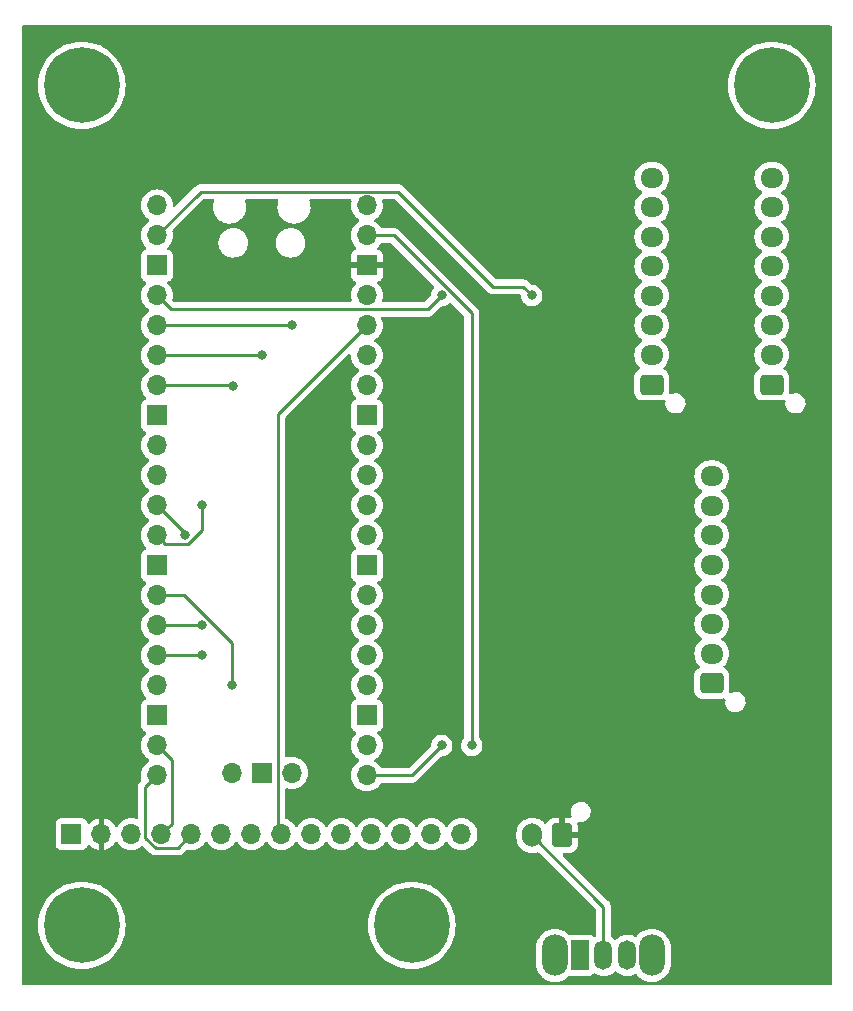
<source format=gbr>
%TF.GenerationSoftware,KiCad,Pcbnew,7.0.8*%
%TF.CreationDate,2025-06-12T15:39:47+08:00*%
%TF.ProjectId,PCB,5043422e-6b69-4636-9164-5f7063625858,rev?*%
%TF.SameCoordinates,Original*%
%TF.FileFunction,Copper,L2,Bot*%
%TF.FilePolarity,Positive*%
%FSLAX46Y46*%
G04 Gerber Fmt 4.6, Leading zero omitted, Abs format (unit mm)*
G04 Created by KiCad (PCBNEW 7.0.8) date 2025-06-12 15:39:47*
%MOMM*%
%LPD*%
G01*
G04 APERTURE LIST*
G04 Aperture macros list*
%AMRoundRect*
0 Rectangle with rounded corners*
0 $1 Rounding radius*
0 $2 $3 $4 $5 $6 $7 $8 $9 X,Y pos of 4 corners*
0 Add a 4 corners polygon primitive as box body*
4,1,4,$2,$3,$4,$5,$6,$7,$8,$9,$2,$3,0*
0 Add four circle primitives for the rounded corners*
1,1,$1+$1,$2,$3*
1,1,$1+$1,$4,$5*
1,1,$1+$1,$6,$7*
1,1,$1+$1,$8,$9*
0 Add four rect primitives between the rounded corners*
20,1,$1+$1,$2,$3,$4,$5,0*
20,1,$1+$1,$4,$5,$6,$7,0*
20,1,$1+$1,$6,$7,$8,$9,0*
20,1,$1+$1,$8,$9,$2,$3,0*%
G04 Aperture macros list end*
%TA.AperFunction,ComponentPad*%
%ADD10RoundRect,0.250000X0.725000X-0.600000X0.725000X0.600000X-0.725000X0.600000X-0.725000X-0.600000X0*%
%TD*%
%TA.AperFunction,ComponentPad*%
%ADD11O,1.950000X1.700000*%
%TD*%
%TA.AperFunction,ComponentPad*%
%ADD12C,3.600000*%
%TD*%
%TA.AperFunction,ConnectorPad*%
%ADD13C,6.400000*%
%TD*%
%TA.AperFunction,ComponentPad*%
%ADD14O,1.700000X1.700000*%
%TD*%
%TA.AperFunction,ComponentPad*%
%ADD15R,1.700000X1.700000*%
%TD*%
%TA.AperFunction,ComponentPad*%
%ADD16O,2.200000X3.500000*%
%TD*%
%TA.AperFunction,ComponentPad*%
%ADD17R,1.500000X2.500000*%
%TD*%
%TA.AperFunction,ComponentPad*%
%ADD18O,1.500000X2.500000*%
%TD*%
%TA.AperFunction,ComponentPad*%
%ADD19RoundRect,0.250000X0.600000X0.750000X-0.600000X0.750000X-0.600000X-0.750000X0.600000X-0.750000X0*%
%TD*%
%TA.AperFunction,ComponentPad*%
%ADD20O,1.700000X2.000000*%
%TD*%
%TA.AperFunction,ViaPad*%
%ADD21C,0.800000*%
%TD*%
%TA.AperFunction,Conductor*%
%ADD22C,0.250000*%
%TD*%
G04 APERTURE END LIST*
D10*
%TO.P,J2,1,Pin_1*%
%TO.N,Net-(J2-Pin_1)*%
X185420000Y-58340000D03*
D11*
%TO.P,J2,2,Pin_2*%
%TO.N,Net-(J2-Pin_2)*%
X185420000Y-55840000D03*
%TO.P,J2,3,Pin_3*%
%TO.N,Net-(J2-Pin_3)*%
X185420000Y-53340000D03*
%TO.P,J2,4,Pin_4*%
%TO.N,Net-(J2-Pin_4)*%
X185420000Y-50840000D03*
%TO.P,J2,5,Pin_5*%
%TO.N,Net-(J2-Pin_5)*%
X185420000Y-48340000D03*
%TO.P,J2,6,Pin_6*%
%TO.N,Net-(J2-Pin_6)*%
X185420000Y-45840000D03*
%TO.P,J2,7,Pin_7*%
%TO.N,Net-(J2-Pin_7)*%
X185420000Y-43340000D03*
%TO.P,J2,8,Pin_8*%
%TO.N,Net-(J2-Pin_8)*%
X185420000Y-40840000D03*
%TD*%
D12*
%TO.P,H4,1*%
%TO.N,N/C*%
X137160000Y-104140000D03*
D13*
X137160000Y-104140000D03*
%TD*%
D10*
%TO.P,J3,1,Pin_1*%
%TO.N,/input 16*%
X190500000Y-83620000D03*
D11*
%TO.P,J3,2,Pin_2*%
%TO.N,/input 17*%
X190500000Y-81120000D03*
%TO.P,J3,3,Pin_3*%
%TO.N,/input 18*%
X190500000Y-78620000D03*
%TO.P,J3,4,Pin_4*%
%TO.N,/input 19*%
X190500000Y-76120000D03*
%TO.P,J3,5,Pin_5*%
%TO.N,/input 20*%
X190500000Y-73620000D03*
%TO.P,J3,6,Pin_6*%
%TO.N,/input 21*%
X190500000Y-71120000D03*
%TO.P,J3,7,Pin_7*%
%TO.N,/input 22*%
X190500000Y-68620000D03*
%TO.P,J3,8,Pin_8*%
%TO.N,/input 26*%
X190500000Y-66120000D03*
%TD*%
D14*
%TO.P,U1,1,GPIO0*%
%TO.N,Net-(J1-Pin_14)*%
X143510000Y-43180000D03*
%TO.P,U1,2,GPIO1*%
%TO.N,/output 1*%
X143510000Y-45720000D03*
D15*
%TO.P,U1,3,GND*%
%TO.N,unconnected-(U1-GND-Pad3)*%
X143510000Y-48260000D03*
D14*
%TO.P,U1,4,GPIO2*%
%TO.N,/output 2*%
X143510000Y-50800000D03*
%TO.P,U1,5,GPIO3*%
%TO.N,/output 3*%
X143510000Y-53340000D03*
%TO.P,U1,6,GPIO4*%
%TO.N,/output 4*%
X143510000Y-55880000D03*
%TO.P,U1,7,GPIO5*%
%TO.N,/output 5*%
X143510000Y-58420000D03*
D15*
%TO.P,U1,8,GND*%
%TO.N,unconnected-(U1-GND-Pad8)*%
X143510000Y-60960000D03*
D14*
%TO.P,U1,9,GPIO6*%
%TO.N,Net-(J1-Pin_7)*%
X143510000Y-63500000D03*
%TO.P,U1,10,GPIO7*%
%TO.N,Net-(J1-Pin_6)*%
X143510000Y-66040000D03*
%TO.P,U1,11,GPIO8*%
%TO.N,Net-(J1-Pin_13)*%
X143510000Y-68580000D03*
%TO.P,U1,12,GPIO9*%
%TO.N,/output 9*%
X143510000Y-71120000D03*
D15*
%TO.P,U1,13,GND*%
%TO.N,unconnected-(U1-GND-Pad13)*%
X143510000Y-73660000D03*
D14*
%TO.P,U1,14,GPIO10*%
%TO.N,Net-(J1-Pin_10)*%
X143510000Y-76200000D03*
%TO.P,U1,15,GPIO11*%
%TO.N,Net-(J1-Pin_12)*%
X143510000Y-78740000D03*
%TO.P,U1,16,GPIO12*%
%TO.N,Net-(J1-Pin_11)*%
X143510000Y-81280000D03*
%TO.P,U1,17,GPIO13*%
%TO.N,Net-(J1-Pin_3)*%
X143510000Y-83820000D03*
D15*
%TO.P,U1,18,GND*%
%TO.N,unconnected-(U1-GND-Pad18)*%
X143510000Y-86360000D03*
D14*
%TO.P,U1,19,GPIO14*%
%TO.N,Net-(J1-Pin_4)*%
X143510000Y-88900000D03*
%TO.P,U1,20,GPIO15*%
%TO.N,Net-(J1-Pin_5)*%
X143510000Y-91440000D03*
%TO.P,U1,21,GPIO16*%
%TO.N,/input 16*%
X161290000Y-91440000D03*
%TO.P,U1,22,GPIO17*%
%TO.N,/input 17*%
X161290000Y-88900000D03*
D15*
%TO.P,U1,23,GND*%
%TO.N,unconnected-(U1-GND-Pad23)*%
X161290000Y-86360000D03*
D14*
%TO.P,U1,24,GPIO18*%
%TO.N,/input 18*%
X161290000Y-83820000D03*
%TO.P,U1,25,GPIO19*%
%TO.N,/input 19*%
X161290000Y-81280000D03*
%TO.P,U1,26,GPIO20*%
%TO.N,/input 20*%
X161290000Y-78740000D03*
%TO.P,U1,27,GPIO21*%
%TO.N,/input 21*%
X161290000Y-76200000D03*
D15*
%TO.P,U1,28,GND*%
%TO.N,unconnected-(U1-GND-Pad28)*%
X161290000Y-73660000D03*
D14*
%TO.P,U1,29,GPIO22*%
%TO.N,/input 22*%
X161290000Y-71120000D03*
%TO.P,U1,30,RUN*%
%TO.N,unconnected-(U1-RUN-Pad30)*%
X161290000Y-68580000D03*
%TO.P,U1,31,GPIO26_ADC0*%
%TO.N,/input 26*%
X161290000Y-66040000D03*
%TO.P,U1,32,GPIO27_ADC1*%
%TO.N,/output 27*%
X161290000Y-63500000D03*
D15*
%TO.P,U1,33,AGND*%
%TO.N,unconnected-(U1-AGND-Pad33)*%
X161290000Y-60960000D03*
D14*
%TO.P,U1,34,GPIO28_ADC2*%
%TO.N,/output 28*%
X161290000Y-58420000D03*
%TO.P,U1,35,ADC_VREF*%
%TO.N,unconnected-(U1-ADC_VREF-Pad35)*%
X161290000Y-55880000D03*
%TO.P,U1,36,3V3*%
%TO.N,+3.3V*%
X161290000Y-53340000D03*
%TO.P,U1,37,3V3_EN*%
%TO.N,unconnected-(U1-3V3_EN-Pad37)*%
X161290000Y-50800000D03*
D15*
%TO.P,U1,38,GND*%
%TO.N,GND*%
X161290000Y-48260000D03*
D14*
%TO.P,U1,39,VSYS*%
%TO.N,/vsys*%
X161290000Y-45720000D03*
%TO.P,U1,40,VBUS*%
%TO.N,unconnected-(U1-VBUS-Pad40)*%
X161290000Y-43180000D03*
%TO.P,U1,41,SWCLK*%
%TO.N,unconnected-(U1-SWCLK-Pad41)*%
X149860000Y-91210000D03*
D15*
%TO.P,U1,42,GND*%
%TO.N,unconnected-(U1-GND-Pad42)*%
X152400000Y-91210000D03*
D14*
%TO.P,U1,43,SWDIO*%
%TO.N,unconnected-(U1-SWDIO-Pad43)*%
X154940000Y-91210000D03*
%TD*%
D16*
%TO.P,SW1,*%
%TO.N,*%
X177220000Y-106680000D03*
X185420000Y-106680000D03*
D17*
%TO.P,SW1,1,A*%
%TO.N,/vsys*%
X179320000Y-106680000D03*
D18*
%TO.P,SW1,2,B*%
%TO.N,Net-(J4-Pin_2)*%
X181320000Y-106680000D03*
%TO.P,SW1,3,C*%
%TO.N,unconnected-(SW1-C-Pad3)*%
X183320000Y-106680000D03*
%TD*%
D15*
%TO.P,J1,1,Pin_1*%
%TO.N,+3.3V*%
X136285000Y-96415000D03*
D14*
%TO.P,J1,2,Pin_2*%
%TO.N,GND*%
X138825000Y-96415000D03*
%TO.P,J1,3,Pin_3*%
%TO.N,Net-(J1-Pin_3)*%
X141365000Y-96415000D03*
%TO.P,J1,4,Pin_4*%
%TO.N,Net-(J1-Pin_4)*%
X143905000Y-96415000D03*
%TO.P,J1,5,Pin_5*%
%TO.N,Net-(J1-Pin_5)*%
X146445000Y-96415000D03*
%TO.P,J1,6,Pin_6*%
%TO.N,Net-(J1-Pin_6)*%
X148985000Y-96415000D03*
%TO.P,J1,7,Pin_7*%
%TO.N,Net-(J1-Pin_7)*%
X151525000Y-96415000D03*
%TO.P,J1,8,Pin_8*%
%TO.N,+3.3V*%
X154065000Y-96415000D03*
%TO.P,J1,9,Pin_9*%
%TO.N,unconnected-(J1-Pin_9-Pad9)*%
X156605000Y-96415000D03*
%TO.P,J1,10,Pin_10*%
%TO.N,Net-(J1-Pin_10)*%
X159145000Y-96415000D03*
%TO.P,J1,11,Pin_11*%
%TO.N,Net-(J1-Pin_11)*%
X161685000Y-96415000D03*
%TO.P,J1,12,Pin_12*%
%TO.N,Net-(J1-Pin_12)*%
X164225000Y-96415000D03*
%TO.P,J1,13,Pin_13*%
%TO.N,Net-(J1-Pin_13)*%
X166765000Y-96415000D03*
%TO.P,J1,14,Pin_14*%
%TO.N,Net-(J1-Pin_14)*%
X169305000Y-96415000D03*
%TD*%
D12*
%TO.P,H1,1*%
%TO.N,N/C*%
X137160000Y-33020000D03*
D13*
X137160000Y-33020000D03*
%TD*%
D12*
%TO.P,H2,1*%
%TO.N,N/C*%
X195580000Y-33020000D03*
D13*
X195580000Y-33020000D03*
%TD*%
D12*
%TO.P,H3,1*%
%TO.N,N/C*%
X165100000Y-104140000D03*
D13*
X165100000Y-104140000D03*
%TD*%
D10*
%TO.P,J5,1,Pin_1*%
%TO.N,Net-(J2-Pin_1)*%
X195580000Y-58340000D03*
D11*
%TO.P,J5,2,Pin_2*%
%TO.N,Net-(J2-Pin_2)*%
X195580000Y-55840000D03*
%TO.P,J5,3,Pin_3*%
%TO.N,Net-(J2-Pin_3)*%
X195580000Y-53340000D03*
%TO.P,J5,4,Pin_4*%
%TO.N,Net-(J2-Pin_4)*%
X195580000Y-50840000D03*
%TO.P,J5,5,Pin_5*%
%TO.N,Net-(J2-Pin_5)*%
X195580000Y-48340000D03*
%TO.P,J5,6,Pin_6*%
%TO.N,Net-(J2-Pin_6)*%
X195580000Y-45840000D03*
%TO.P,J5,7,Pin_7*%
%TO.N,Net-(J2-Pin_7)*%
X195580000Y-43340000D03*
%TO.P,J5,8,Pin_8*%
%TO.N,Net-(J2-Pin_8)*%
X195580000Y-40840000D03*
%TD*%
D19*
%TO.P,J4,1,Pin_1*%
%TO.N,GND*%
X177800000Y-96520000D03*
D20*
%TO.P,J4,2,Pin_2*%
%TO.N,Net-(J4-Pin_2)*%
X175300000Y-96520000D03*
%TD*%
D21*
%TO.N,/input 16*%
X167640000Y-88900000D03*
%TO.N,/vsys*%
X170180000Y-88900000D03*
%TO.N,Net-(J1-Pin_10)*%
X149860000Y-83820000D03*
%TO.N,Net-(J1-Pin_11)*%
X147320000Y-81280000D03*
%TO.N,Net-(J1-Pin_12)*%
X147320000Y-78740000D03*
%TO.N,Net-(J1-Pin_13)*%
X145859500Y-71120000D03*
%TO.N,GND*%
X157480000Y-45720000D03*
%TO.N,/output 5*%
X149927489Y-58487489D03*
%TO.N,/output 4*%
X152400000Y-55880000D03*
%TO.N,/output 3*%
X154940000Y-53340000D03*
%TO.N,/output 2*%
X167640000Y-50800000D03*
%TO.N,/output 1*%
X175260000Y-50800000D03*
%TO.N,/output 9*%
X147320000Y-68580000D03*
%TD*%
D22*
%TO.N,/input 16*%
X165100000Y-91440000D02*
X161290000Y-91440000D01*
X167640000Y-88900000D02*
X165100000Y-91440000D01*
%TO.N,/vsys*%
X170180000Y-52314695D02*
X163585305Y-45720000D01*
X163585305Y-45720000D02*
X161290000Y-45720000D01*
X170180000Y-88900000D02*
X170180000Y-52314695D01*
%TO.N,+3.3V*%
X154065000Y-96415000D02*
X153765000Y-96115000D01*
X153765000Y-96115000D02*
X153765000Y-60865000D01*
X153765000Y-60865000D02*
X161290000Y-53340000D01*
%TO.N,Net-(J1-Pin_4)*%
X144780000Y-90170000D02*
X143510000Y-88900000D01*
X143905000Y-96415000D02*
X144780000Y-95540000D01*
X144780000Y-95540000D02*
X144780000Y-90170000D01*
%TO.N,Net-(J1-Pin_5)*%
X146445000Y-96415000D02*
X145274656Y-97585344D01*
X142540000Y-96710054D02*
X142540000Y-92410000D01*
X143415290Y-97585344D02*
X142540000Y-96710054D01*
X145274656Y-97585344D02*
X143415290Y-97585344D01*
X142540000Y-92410000D02*
X143510000Y-91440000D01*
%TO.N,Net-(J1-Pin_10)*%
X149860000Y-83820000D02*
X149860000Y-80254695D01*
X149860000Y-80254695D02*
X145805305Y-76200000D01*
X145805305Y-76200000D02*
X143510000Y-76200000D01*
%TO.N,Net-(J1-Pin_11)*%
X147320000Y-81280000D02*
X143510000Y-81280000D01*
%TO.N,Net-(J1-Pin_12)*%
X147320000Y-78740000D02*
X143510000Y-78740000D01*
%TO.N,Net-(J1-Pin_13)*%
X145859500Y-70929500D02*
X143510000Y-68580000D01*
X145859500Y-71120000D02*
X145859500Y-70929500D01*
%TO.N,/output 5*%
X149927489Y-58487489D02*
X149860000Y-58420000D01*
X149860000Y-58420000D02*
X143510000Y-58420000D01*
%TO.N,/output 4*%
X152400000Y-55880000D02*
X143510000Y-55880000D01*
%TO.N,/output 3*%
X154940000Y-53340000D02*
X143510000Y-53340000D01*
%TO.N,/output 2*%
X166469656Y-51970344D02*
X144680344Y-51970344D01*
X144680344Y-51970344D02*
X143510000Y-50800000D01*
X167640000Y-50800000D02*
X166469656Y-51970344D01*
%TO.N,/output 1*%
X147220344Y-42009656D02*
X143510000Y-45720000D01*
X163929656Y-42009656D02*
X147220344Y-42009656D01*
X171995000Y-50075000D02*
X163929656Y-42009656D01*
X174535000Y-50075000D02*
X171995000Y-50075000D01*
X175260000Y-50800000D02*
X174535000Y-50075000D01*
%TO.N,/output 9*%
X144235000Y-71845000D02*
X143510000Y-71120000D01*
X147320000Y-68580000D02*
X147320000Y-70684805D01*
X147320000Y-70684805D02*
X146159805Y-71845000D01*
X146159805Y-71845000D02*
X144235000Y-71845000D01*
%TO.N,/input 26*%
X161570000Y-66320000D02*
X161290000Y-66040000D01*
%TO.N,Net-(J4-Pin_2)*%
X175300000Y-96520000D02*
X181320000Y-102540000D01*
X181320000Y-102540000D02*
X181320000Y-106680000D01*
%TD*%
%TA.AperFunction,Conductor*%
%TO.N,GND*%
G36*
X148316345Y-42654841D02*
G01*
X148362100Y-42707645D01*
X148372044Y-42776803D01*
X148367868Y-42795474D01*
X148360792Y-42818575D01*
X148358288Y-42825324D01*
X148345845Y-42853692D01*
X148326178Y-42931347D01*
X148325358Y-42934279D01*
X148300984Y-43013876D01*
X148300983Y-43013879D01*
X148297063Y-43044485D01*
X148295668Y-43051830D01*
X148288867Y-43078688D01*
X148288864Y-43078705D01*
X148281867Y-43163154D01*
X148270702Y-43250344D01*
X148270701Y-43250344D01*
X148271872Y-43277900D01*
X148271716Y-43285655D01*
X148269700Y-43309995D01*
X148269700Y-43310000D01*
X148272186Y-43340000D01*
X148276955Y-43397567D01*
X148280819Y-43488523D01*
X148280820Y-43488534D01*
X148285939Y-43512284D01*
X148287120Y-43520233D01*
X148288865Y-43541301D01*
X148288865Y-43541304D01*
X148288866Y-43541305D01*
X148311205Y-43629520D01*
X148314253Y-43643663D01*
X148331046Y-43721582D01*
X148338883Y-43741084D01*
X148341458Y-43748987D01*
X148345844Y-43766303D01*
X148383655Y-43852504D01*
X148419934Y-43942787D01*
X148419935Y-43942788D01*
X148429232Y-43957888D01*
X148433218Y-43965495D01*
X148439076Y-43978850D01*
X148492275Y-44060277D01*
X148544930Y-44145794D01*
X148551543Y-44153308D01*
X148562263Y-44167402D01*
X148564738Y-44171189D01*
X148566021Y-44173153D01*
X148634027Y-44247028D01*
X148702436Y-44324755D01*
X148707564Y-44328895D01*
X148720882Y-44341377D01*
X148723216Y-44343913D01*
X148804933Y-44407515D01*
X148887920Y-44474523D01*
X148887922Y-44474524D01*
X148890678Y-44476064D01*
X148906360Y-44486460D01*
X148906367Y-44486465D01*
X148906371Y-44486467D01*
X148906374Y-44486470D01*
X148995783Y-44534855D01*
X149000162Y-44537225D01*
X149096046Y-44590790D01*
X149098849Y-44592058D01*
X149105695Y-44595097D01*
X149105794Y-44594873D01*
X149110490Y-44596932D01*
X149110497Y-44596936D01*
X149214276Y-44632563D01*
X149320829Y-44670211D01*
X149321398Y-44670308D01*
X149326129Y-44671312D01*
X149330007Y-44672294D01*
X149330019Y-44672298D01*
X149441324Y-44690871D01*
X149555791Y-44710499D01*
X149555800Y-44710500D01*
X149791044Y-44710500D01*
X149791049Y-44710500D01*
X149824073Y-44704988D01*
X149847469Y-44701085D01*
X149852407Y-44700463D01*
X149912541Y-44695346D01*
X149964615Y-44681786D01*
X149970017Y-44680634D01*
X150019981Y-44672298D01*
X150077186Y-44652658D01*
X150081663Y-44651309D01*
X150143249Y-44635275D01*
X150149249Y-44632563D01*
X150154262Y-44630296D01*
X150189297Y-44614459D01*
X150194681Y-44612322D01*
X150239503Y-44596936D01*
X150295554Y-44566601D01*
X150299527Y-44564632D01*
X150308156Y-44560730D01*
X150360486Y-44537077D01*
X150399647Y-44510608D01*
X150404820Y-44507469D01*
X150443626Y-44486470D01*
X150496532Y-44445290D01*
X150499850Y-44442881D01*
X150558003Y-44403579D01*
X150589770Y-44373131D01*
X150594548Y-44369002D01*
X150626784Y-44343913D01*
X150629109Y-44341388D01*
X150644420Y-44324755D01*
X150674389Y-44292198D01*
X150677101Y-44289432D01*
X150730118Y-44238621D01*
X150754329Y-44205883D01*
X150758540Y-44200785D01*
X150783979Y-44173153D01*
X150824206Y-44111578D01*
X150826241Y-44108652D01*
X150871879Y-44046947D01*
X150888733Y-44013517D01*
X150892170Y-44007552D01*
X150910924Y-43978849D01*
X150941805Y-43908445D01*
X150943174Y-43905538D01*
X150979207Y-43834074D01*
X150989208Y-43801413D01*
X150991701Y-43794694D01*
X151004157Y-43766300D01*
X151023827Y-43688621D01*
X151024635Y-43685732D01*
X151049016Y-43606123D01*
X151052936Y-43575508D01*
X151054330Y-43568170D01*
X151061134Y-43541305D01*
X151068132Y-43456845D01*
X151079298Y-43369654D01*
X151078126Y-43342079D01*
X151078281Y-43334355D01*
X151080300Y-43310000D01*
X151077962Y-43281788D01*
X151073044Y-43222432D01*
X151071258Y-43180387D01*
X151069180Y-43131468D01*
X151064059Y-43107709D01*
X151062879Y-43099762D01*
X151061134Y-43078695D01*
X151061133Y-43078692D01*
X151061133Y-43078688D01*
X151038794Y-42990480D01*
X151038794Y-42990479D01*
X151018954Y-42898419D01*
X151011115Y-42878912D01*
X151008541Y-42871015D01*
X151004157Y-42853700D01*
X150988750Y-42818575D01*
X150984535Y-42808965D01*
X150975632Y-42739665D01*
X151005610Y-42676553D01*
X151064949Y-42639667D01*
X151098091Y-42635156D01*
X153699306Y-42635156D01*
X153766345Y-42654841D01*
X153812100Y-42707645D01*
X153822044Y-42776803D01*
X153817868Y-42795474D01*
X153810792Y-42818575D01*
X153808288Y-42825324D01*
X153795845Y-42853692D01*
X153776178Y-42931347D01*
X153775358Y-42934279D01*
X153750984Y-43013876D01*
X153750983Y-43013879D01*
X153747063Y-43044485D01*
X153745668Y-43051830D01*
X153738867Y-43078688D01*
X153738864Y-43078705D01*
X153731867Y-43163154D01*
X153720702Y-43250344D01*
X153720701Y-43250344D01*
X153721872Y-43277900D01*
X153721716Y-43285655D01*
X153719700Y-43309995D01*
X153719700Y-43310000D01*
X153722186Y-43340000D01*
X153726955Y-43397567D01*
X153730819Y-43488523D01*
X153730820Y-43488534D01*
X153735939Y-43512284D01*
X153737120Y-43520233D01*
X153738865Y-43541301D01*
X153738865Y-43541304D01*
X153738866Y-43541305D01*
X153761205Y-43629520D01*
X153764253Y-43643663D01*
X153781046Y-43721582D01*
X153788883Y-43741084D01*
X153791458Y-43748987D01*
X153795844Y-43766303D01*
X153833655Y-43852504D01*
X153869934Y-43942787D01*
X153869935Y-43942788D01*
X153879232Y-43957888D01*
X153883218Y-43965495D01*
X153889076Y-43978850D01*
X153942275Y-44060277D01*
X153994930Y-44145794D01*
X154001543Y-44153308D01*
X154012263Y-44167402D01*
X154014738Y-44171189D01*
X154016021Y-44173153D01*
X154084027Y-44247028D01*
X154152436Y-44324755D01*
X154157564Y-44328895D01*
X154170882Y-44341377D01*
X154173216Y-44343913D01*
X154254933Y-44407515D01*
X154337920Y-44474523D01*
X154337922Y-44474524D01*
X154340678Y-44476064D01*
X154356360Y-44486460D01*
X154356367Y-44486465D01*
X154356371Y-44486467D01*
X154356374Y-44486470D01*
X154445783Y-44534855D01*
X154450162Y-44537225D01*
X154546046Y-44590790D01*
X154548849Y-44592058D01*
X154555695Y-44595097D01*
X154555794Y-44594873D01*
X154560490Y-44596932D01*
X154560497Y-44596936D01*
X154664276Y-44632563D01*
X154770829Y-44670211D01*
X154771398Y-44670308D01*
X154776129Y-44671312D01*
X154780007Y-44672294D01*
X154780019Y-44672298D01*
X154891324Y-44690871D01*
X155005791Y-44710499D01*
X155005800Y-44710500D01*
X155241044Y-44710500D01*
X155241049Y-44710500D01*
X155274073Y-44704988D01*
X155297469Y-44701085D01*
X155302407Y-44700463D01*
X155362541Y-44695346D01*
X155414615Y-44681786D01*
X155420017Y-44680634D01*
X155469981Y-44672298D01*
X155527186Y-44652658D01*
X155531663Y-44651309D01*
X155593249Y-44635275D01*
X155599249Y-44632563D01*
X155604262Y-44630296D01*
X155639297Y-44614459D01*
X155644681Y-44612322D01*
X155689503Y-44596936D01*
X155745554Y-44566601D01*
X155749527Y-44564632D01*
X155758156Y-44560730D01*
X155810486Y-44537077D01*
X155849647Y-44510608D01*
X155854820Y-44507469D01*
X155893626Y-44486470D01*
X155946532Y-44445290D01*
X155949850Y-44442881D01*
X156008003Y-44403579D01*
X156039770Y-44373131D01*
X156044548Y-44369002D01*
X156076784Y-44343913D01*
X156079109Y-44341388D01*
X156094420Y-44324755D01*
X156124389Y-44292198D01*
X156127101Y-44289432D01*
X156180118Y-44238621D01*
X156204329Y-44205883D01*
X156208540Y-44200785D01*
X156233979Y-44173153D01*
X156274206Y-44111578D01*
X156276241Y-44108652D01*
X156321879Y-44046947D01*
X156338733Y-44013517D01*
X156342170Y-44007552D01*
X156360924Y-43978849D01*
X156391805Y-43908445D01*
X156393174Y-43905538D01*
X156429207Y-43834074D01*
X156439208Y-43801413D01*
X156441701Y-43794694D01*
X156454157Y-43766300D01*
X156473827Y-43688621D01*
X156474635Y-43685732D01*
X156499016Y-43606123D01*
X156502936Y-43575508D01*
X156504330Y-43568170D01*
X156511134Y-43541305D01*
X156518132Y-43456845D01*
X156529298Y-43369654D01*
X156528126Y-43342079D01*
X156528281Y-43334355D01*
X156530300Y-43310000D01*
X156527962Y-43281788D01*
X156523044Y-43222432D01*
X156521258Y-43180387D01*
X156519180Y-43131468D01*
X156514059Y-43107709D01*
X156512879Y-43099762D01*
X156511134Y-43078695D01*
X156511133Y-43078692D01*
X156511133Y-43078688D01*
X156488794Y-42990480D01*
X156488794Y-42990479D01*
X156468954Y-42898419D01*
X156461115Y-42878912D01*
X156458541Y-42871015D01*
X156454157Y-42853700D01*
X156438750Y-42818575D01*
X156434535Y-42808965D01*
X156425632Y-42739665D01*
X156455610Y-42676553D01*
X156514949Y-42639667D01*
X156548091Y-42635156D01*
X159876249Y-42635156D01*
X159943288Y-42654841D01*
X159989043Y-42707645D01*
X159998987Y-42776803D01*
X159996024Y-42791249D01*
X159954938Y-42944586D01*
X159954936Y-42944596D01*
X159934341Y-43179999D01*
X159934341Y-43180000D01*
X159954936Y-43415403D01*
X159954938Y-43415413D01*
X160016094Y-43643655D01*
X160016096Y-43643659D01*
X160016097Y-43643663D01*
X160090707Y-43803664D01*
X160115965Y-43857830D01*
X160115967Y-43857834D01*
X160251501Y-44051395D01*
X160251506Y-44051402D01*
X160418597Y-44218493D01*
X160418603Y-44218498D01*
X160604158Y-44348425D01*
X160647783Y-44403002D01*
X160654977Y-44472500D01*
X160623454Y-44534855D01*
X160604158Y-44551575D01*
X160418597Y-44681505D01*
X160251505Y-44848597D01*
X160115965Y-45042169D01*
X160115964Y-45042171D01*
X160016098Y-45256335D01*
X160016094Y-45256344D01*
X159954938Y-45484586D01*
X159954936Y-45484596D01*
X159934341Y-45719999D01*
X159934341Y-45720000D01*
X159954936Y-45955403D01*
X159954938Y-45955413D01*
X160016094Y-46183655D01*
X160016096Y-46183659D01*
X160016097Y-46183663D01*
X160103295Y-46370660D01*
X160115965Y-46397830D01*
X160115967Y-46397834D01*
X160199989Y-46517829D01*
X160251501Y-46591396D01*
X160251506Y-46591402D01*
X160373818Y-46713714D01*
X160407303Y-46775037D01*
X160402319Y-46844729D01*
X160360447Y-46900662D01*
X160329471Y-46917577D01*
X160197912Y-46966646D01*
X160197906Y-46966649D01*
X160082812Y-47052809D01*
X160082809Y-47052812D01*
X159996649Y-47167906D01*
X159996645Y-47167913D01*
X159946403Y-47302620D01*
X159946401Y-47302627D01*
X159940000Y-47362155D01*
X159940000Y-48010000D01*
X160844428Y-48010000D01*
X160821318Y-48045960D01*
X160780000Y-48186673D01*
X160780000Y-48333327D01*
X160821318Y-48474040D01*
X160844428Y-48510000D01*
X159940000Y-48510000D01*
X159940000Y-49157844D01*
X159946401Y-49217372D01*
X159946403Y-49217379D01*
X159996645Y-49352086D01*
X159996649Y-49352093D01*
X160082809Y-49467187D01*
X160082812Y-49467190D01*
X160197906Y-49553350D01*
X160197913Y-49553354D01*
X160329470Y-49602421D01*
X160385403Y-49644292D01*
X160409821Y-49709756D01*
X160394970Y-49778029D01*
X160373819Y-49806284D01*
X160251503Y-49928600D01*
X160115965Y-50122169D01*
X160115964Y-50122171D01*
X160016098Y-50336335D01*
X160016094Y-50336344D01*
X159954938Y-50564586D01*
X159954936Y-50564596D01*
X159934341Y-50799999D01*
X159934341Y-50800000D01*
X159954936Y-51035403D01*
X159954938Y-51035413D01*
X159996024Y-51188751D01*
X159994361Y-51258601D01*
X159955198Y-51316463D01*
X159890969Y-51343967D01*
X159876249Y-51344844D01*
X144990797Y-51344844D01*
X144923758Y-51325159D01*
X144903116Y-51308525D01*
X144850237Y-51255646D01*
X144816752Y-51194323D01*
X144818142Y-51135876D01*
X144845063Y-51035408D01*
X144865659Y-50800000D01*
X144863878Y-50779649D01*
X144856954Y-50700500D01*
X144845063Y-50564592D01*
X144783903Y-50336337D01*
X144684035Y-50122171D01*
X144665779Y-50096099D01*
X144548496Y-49928600D01*
X144499711Y-49879815D01*
X144426567Y-49806671D01*
X144393084Y-49745351D01*
X144398068Y-49675659D01*
X144439939Y-49619725D01*
X144470915Y-49602810D01*
X144602331Y-49553796D01*
X144717546Y-49467546D01*
X144803796Y-49352331D01*
X144854091Y-49217483D01*
X144860500Y-49157873D01*
X144860499Y-47362128D01*
X144854091Y-47302517D01*
X144853748Y-47301598D01*
X144803797Y-47167671D01*
X144803793Y-47167664D01*
X144717547Y-47052455D01*
X144717544Y-47052452D01*
X144602335Y-46966206D01*
X144602328Y-46966202D01*
X144470917Y-46917189D01*
X144414983Y-46875318D01*
X144390566Y-46809853D01*
X144405418Y-46741580D01*
X144426563Y-46713332D01*
X144548495Y-46591401D01*
X144684035Y-46397830D01*
X144711000Y-46340003D01*
X148719723Y-46340003D01*
X148721688Y-46362470D01*
X148721862Y-46370660D01*
X148720709Y-46396324D01*
X148720710Y-46396328D01*
X148720710Y-46396330D01*
X148724269Y-46422602D01*
X148731641Y-46477031D01*
X148731966Y-46479949D01*
X148738792Y-46557972D01*
X148738795Y-46557987D01*
X148745482Y-46582941D01*
X148747034Y-46590670D01*
X148750924Y-46619381D01*
X148750926Y-46619392D01*
X148775075Y-46693713D01*
X148775997Y-46696825D01*
X148795423Y-46769324D01*
X148795427Y-46769336D01*
X148807736Y-46795732D01*
X148810512Y-46802779D01*
X148820483Y-46833464D01*
X148855970Y-46899411D01*
X148857558Y-46902576D01*
X148887898Y-46967639D01*
X148906288Y-46993903D01*
X148906490Y-46994191D01*
X148910303Y-47000378D01*
X148927146Y-47031678D01*
X148927152Y-47031687D01*
X148971792Y-47087663D01*
X148974106Y-47090758D01*
X149000510Y-47128465D01*
X149013402Y-47146877D01*
X149013405Y-47146880D01*
X149038646Y-47172121D01*
X149043283Y-47177309D01*
X149067492Y-47207666D01*
X149118959Y-47252632D01*
X149122008Y-47255483D01*
X149168116Y-47301592D01*
X149168122Y-47301597D01*
X149168123Y-47301598D01*
X149169434Y-47302516D01*
X149200055Y-47323957D01*
X149205290Y-47328057D01*
X149237004Y-47355765D01*
X149237013Y-47355771D01*
X149292849Y-47389131D01*
X149296613Y-47391568D01*
X149347359Y-47427101D01*
X149347364Y-47427104D01*
X149369917Y-47437620D01*
X149385677Y-47444969D01*
X149391271Y-47447935D01*
X149428349Y-47470088D01*
X149430236Y-47471215D01*
X149448828Y-47478192D01*
X149488083Y-47492925D01*
X149492503Y-47494782D01*
X149545670Y-47519575D01*
X149545674Y-47519577D01*
X149576069Y-47527720D01*
X149589677Y-47531366D01*
X149595413Y-47533207D01*
X149612264Y-47539531D01*
X149640976Y-47550307D01*
X149698545Y-47560754D01*
X149703511Y-47561868D01*
X149757023Y-47576207D01*
X149805689Y-47580464D01*
X149811306Y-47581218D01*
X149862453Y-47590500D01*
X149917691Y-47590500D01*
X149923092Y-47590735D01*
X149951548Y-47593225D01*
X149974998Y-47595277D01*
X149975000Y-47595277D01*
X150027992Y-47590640D01*
X150031121Y-47590500D01*
X150031155Y-47590500D01*
X150085172Y-47585638D01*
X150192977Y-47576207D01*
X150193000Y-47576200D01*
X150193475Y-47576117D01*
X150198713Y-47575419D01*
X150199188Y-47575377D01*
X150302997Y-47546726D01*
X150404330Y-47519575D01*
X150404337Y-47519571D01*
X150411254Y-47517053D01*
X150415948Y-47515554D01*
X150416170Y-47515493D01*
X150416181Y-47515487D01*
X150416183Y-47515487D01*
X150510454Y-47470088D01*
X150513647Y-47468599D01*
X150602639Y-47427102D01*
X150602644Y-47427097D01*
X150607327Y-47424395D01*
X150607400Y-47424522D01*
X150618164Y-47418218D01*
X150618973Y-47417829D01*
X150701156Y-47358118D01*
X150781877Y-47301598D01*
X150782747Y-47300727D01*
X150797550Y-47288084D01*
X150801078Y-47285522D01*
X150869131Y-47214343D01*
X150936598Y-47146877D01*
X150939285Y-47143039D01*
X150951239Y-47128465D01*
X150956629Y-47122828D01*
X150956628Y-47122828D01*
X150956632Y-47122825D01*
X151009164Y-47043241D01*
X151062102Y-46967639D01*
X151065543Y-46960259D01*
X151074432Y-46944364D01*
X151080635Y-46934968D01*
X151116889Y-46850146D01*
X151154575Y-46769330D01*
X151157570Y-46758148D01*
X151163325Y-46741505D01*
X151169103Y-46727988D01*
X151188936Y-46641092D01*
X151211207Y-46557977D01*
X151212887Y-46538766D01*
X151214206Y-46530377D01*
X151214445Y-46529325D01*
X151219191Y-46508537D01*
X151223050Y-46422602D01*
X151230277Y-46340003D01*
X153569723Y-46340003D01*
X153571688Y-46362470D01*
X153571862Y-46370660D01*
X153570709Y-46396324D01*
X153570710Y-46396328D01*
X153570710Y-46396330D01*
X153574269Y-46422602D01*
X153581641Y-46477031D01*
X153581966Y-46479949D01*
X153588792Y-46557972D01*
X153588795Y-46557987D01*
X153595482Y-46582941D01*
X153597034Y-46590670D01*
X153600924Y-46619381D01*
X153600926Y-46619392D01*
X153625075Y-46693713D01*
X153625997Y-46696825D01*
X153645423Y-46769324D01*
X153645427Y-46769336D01*
X153657736Y-46795732D01*
X153660512Y-46802779D01*
X153670483Y-46833464D01*
X153705970Y-46899411D01*
X153707558Y-46902576D01*
X153737898Y-46967639D01*
X153756288Y-46993903D01*
X153756490Y-46994191D01*
X153760303Y-47000378D01*
X153777146Y-47031678D01*
X153777152Y-47031687D01*
X153821792Y-47087663D01*
X153824106Y-47090758D01*
X153850510Y-47128465D01*
X153863402Y-47146877D01*
X153863405Y-47146880D01*
X153888646Y-47172121D01*
X153893283Y-47177309D01*
X153917492Y-47207666D01*
X153968959Y-47252632D01*
X153972008Y-47255483D01*
X154018116Y-47301592D01*
X154018122Y-47301597D01*
X154018123Y-47301598D01*
X154019434Y-47302516D01*
X154050055Y-47323957D01*
X154055290Y-47328057D01*
X154087004Y-47355765D01*
X154087013Y-47355771D01*
X154142849Y-47389131D01*
X154146613Y-47391568D01*
X154197359Y-47427101D01*
X154197364Y-47427104D01*
X154219917Y-47437620D01*
X154235677Y-47444969D01*
X154241271Y-47447935D01*
X154278349Y-47470088D01*
X154280236Y-47471215D01*
X154298828Y-47478192D01*
X154338083Y-47492925D01*
X154342503Y-47494782D01*
X154395670Y-47519575D01*
X154395674Y-47519577D01*
X154426069Y-47527720D01*
X154439677Y-47531366D01*
X154445413Y-47533207D01*
X154462264Y-47539531D01*
X154490976Y-47550307D01*
X154548545Y-47560754D01*
X154553511Y-47561868D01*
X154607023Y-47576207D01*
X154655689Y-47580464D01*
X154661306Y-47581218D01*
X154712453Y-47590500D01*
X154767691Y-47590500D01*
X154773092Y-47590735D01*
X154801548Y-47593225D01*
X154824998Y-47595277D01*
X154825000Y-47595277D01*
X154877992Y-47590640D01*
X154881121Y-47590500D01*
X154881155Y-47590500D01*
X154935172Y-47585638D01*
X155042977Y-47576207D01*
X155043000Y-47576200D01*
X155043475Y-47576117D01*
X155048713Y-47575419D01*
X155049188Y-47575377D01*
X155152997Y-47546726D01*
X155254330Y-47519575D01*
X155254337Y-47519571D01*
X155261254Y-47517053D01*
X155265948Y-47515554D01*
X155266170Y-47515493D01*
X155266181Y-47515487D01*
X155266183Y-47515487D01*
X155360454Y-47470088D01*
X155363647Y-47468599D01*
X155452639Y-47427102D01*
X155452644Y-47427097D01*
X155457327Y-47424395D01*
X155457400Y-47424522D01*
X155468164Y-47418218D01*
X155468973Y-47417829D01*
X155551156Y-47358118D01*
X155631877Y-47301598D01*
X155632747Y-47300727D01*
X155647550Y-47288084D01*
X155651078Y-47285522D01*
X155719131Y-47214343D01*
X155786598Y-47146877D01*
X155789285Y-47143039D01*
X155801239Y-47128465D01*
X155806629Y-47122828D01*
X155806628Y-47122828D01*
X155806632Y-47122825D01*
X155859164Y-47043241D01*
X155912102Y-46967639D01*
X155915543Y-46960259D01*
X155924432Y-46944364D01*
X155930635Y-46934968D01*
X155966889Y-46850146D01*
X156004575Y-46769330D01*
X156007570Y-46758148D01*
X156013325Y-46741505D01*
X156019103Y-46727988D01*
X156038936Y-46641092D01*
X156061207Y-46557977D01*
X156062887Y-46538766D01*
X156064206Y-46530377D01*
X156064445Y-46529325D01*
X156069191Y-46508537D01*
X156073050Y-46422602D01*
X156080277Y-46340000D01*
X156078310Y-46317528D01*
X156078137Y-46309334D01*
X156078392Y-46303655D01*
X156079290Y-46283670D01*
X156068353Y-46202939D01*
X156068034Y-46200067D01*
X156061207Y-46122023D01*
X156054515Y-46097053D01*
X156052963Y-46089322D01*
X156051079Y-46075413D01*
X156049075Y-46060613D01*
X156024921Y-45986276D01*
X156023998Y-45983161D01*
X156004576Y-45910673D01*
X156004574Y-45910669D01*
X155992266Y-45884274D01*
X155989488Y-45877222D01*
X155979519Y-45846541D01*
X155979517Y-45846537D01*
X155979517Y-45846536D01*
X155966988Y-45823253D01*
X155944027Y-45780583D01*
X155942432Y-45777405D01*
X155927338Y-45745036D01*
X155912102Y-45712362D01*
X155893512Y-45685813D01*
X155889698Y-45679625D01*
X155889359Y-45678995D01*
X155872852Y-45648319D01*
X155828192Y-45592318D01*
X155825896Y-45589247D01*
X155786598Y-45533123D01*
X155761353Y-45507878D01*
X155756715Y-45502689D01*
X155732508Y-45472334D01*
X155724866Y-45465657D01*
X155681039Y-45427366D01*
X155677990Y-45424515D01*
X155631878Y-45378402D01*
X155599940Y-45356039D01*
X155594705Y-45351939D01*
X155576704Y-45336212D01*
X155562996Y-45324235D01*
X155562994Y-45324233D01*
X155562992Y-45324232D01*
X155507149Y-45290868D01*
X155503386Y-45288431D01*
X155452641Y-45252899D01*
X155446173Y-45249883D01*
X155414332Y-45235034D01*
X155408735Y-45232067D01*
X155369769Y-45208787D01*
X155369767Y-45208786D01*
X155311928Y-45187079D01*
X155307515Y-45185226D01*
X155254330Y-45160425D01*
X155238742Y-45156248D01*
X155210321Y-45148632D01*
X155204581Y-45146790D01*
X155159025Y-45129692D01*
X155101456Y-45119245D01*
X155096480Y-45118128D01*
X155042977Y-45103793D01*
X154994327Y-45099536D01*
X154988659Y-45098775D01*
X154937551Y-45089500D01*
X154937547Y-45089500D01*
X154882309Y-45089500D01*
X154876907Y-45089264D01*
X154848451Y-45086774D01*
X154825002Y-45084723D01*
X154824997Y-45084723D01*
X154772050Y-45089355D01*
X154768862Y-45089499D01*
X154768851Y-45089500D01*
X154768845Y-45089500D01*
X154722671Y-45093655D01*
X154714826Y-45094361D01*
X154607020Y-45103793D01*
X154606468Y-45103891D01*
X154601275Y-45104581D01*
X154600812Y-45104622D01*
X154600809Y-45104623D01*
X154497002Y-45133273D01*
X154401668Y-45158818D01*
X154395659Y-45160428D01*
X154388739Y-45162946D01*
X154384050Y-45164444D01*
X154383849Y-45164499D01*
X154383832Y-45164505D01*
X154289528Y-45209919D01*
X154197358Y-45252899D01*
X154192670Y-45255606D01*
X154192598Y-45255481D01*
X154181871Y-45261764D01*
X154181030Y-45262168D01*
X154098831Y-45321889D01*
X154018123Y-45378401D01*
X154017241Y-45379284D01*
X154002461Y-45391906D01*
X153998928Y-45394472D01*
X153998916Y-45394483D01*
X153967477Y-45427366D01*
X153930868Y-45465656D01*
X153911938Y-45484586D01*
X153863403Y-45533120D01*
X153863402Y-45533121D01*
X153860711Y-45536965D01*
X153848773Y-45551521D01*
X153843368Y-45557174D01*
X153822476Y-45588822D01*
X153790828Y-45636768D01*
X153737898Y-45712362D01*
X153737891Y-45712374D01*
X153734457Y-45719738D01*
X153725572Y-45735628D01*
X153719362Y-45745035D01*
X153719362Y-45745036D01*
X153692129Y-45808752D01*
X153683108Y-45829858D01*
X153678379Y-45840000D01*
X153645425Y-45910669D01*
X153645424Y-45910671D01*
X153642425Y-45921860D01*
X153636681Y-45938475D01*
X153630899Y-45952005D01*
X153630896Y-45952016D01*
X153611063Y-46038907D01*
X153588793Y-46122022D01*
X153588793Y-46122023D01*
X153587112Y-46141226D01*
X153585793Y-46149625D01*
X153580809Y-46171459D01*
X153580809Y-46171464D01*
X153576949Y-46257397D01*
X153569723Y-46339996D01*
X153569723Y-46340003D01*
X151230277Y-46340003D01*
X151230277Y-46340000D01*
X151228310Y-46317528D01*
X151228137Y-46309334D01*
X151228392Y-46303655D01*
X151229290Y-46283670D01*
X151218353Y-46202939D01*
X151218034Y-46200067D01*
X151211207Y-46122023D01*
X151204515Y-46097053D01*
X151202963Y-46089322D01*
X151201079Y-46075413D01*
X151199075Y-46060613D01*
X151174921Y-45986276D01*
X151173998Y-45983161D01*
X151154576Y-45910673D01*
X151154574Y-45910669D01*
X151142266Y-45884274D01*
X151139488Y-45877222D01*
X151129519Y-45846541D01*
X151129517Y-45846537D01*
X151129517Y-45846536D01*
X151116988Y-45823253D01*
X151094027Y-45780583D01*
X151092432Y-45777405D01*
X151077338Y-45745036D01*
X151062102Y-45712362D01*
X151043512Y-45685813D01*
X151039698Y-45679625D01*
X151039359Y-45678995D01*
X151022852Y-45648319D01*
X150978192Y-45592318D01*
X150975896Y-45589247D01*
X150936598Y-45533123D01*
X150911353Y-45507878D01*
X150906715Y-45502689D01*
X150882508Y-45472334D01*
X150874866Y-45465657D01*
X150831039Y-45427366D01*
X150827990Y-45424515D01*
X150781878Y-45378402D01*
X150749940Y-45356039D01*
X150744705Y-45351939D01*
X150726704Y-45336212D01*
X150712996Y-45324235D01*
X150712994Y-45324233D01*
X150712992Y-45324232D01*
X150657149Y-45290868D01*
X150653386Y-45288431D01*
X150602641Y-45252899D01*
X150596173Y-45249883D01*
X150564332Y-45235034D01*
X150558735Y-45232067D01*
X150519769Y-45208787D01*
X150519767Y-45208786D01*
X150461928Y-45187079D01*
X150457515Y-45185226D01*
X150404330Y-45160425D01*
X150388742Y-45156248D01*
X150360321Y-45148632D01*
X150354581Y-45146790D01*
X150309025Y-45129692D01*
X150251456Y-45119245D01*
X150246480Y-45118128D01*
X150192977Y-45103793D01*
X150144327Y-45099536D01*
X150138659Y-45098775D01*
X150087551Y-45089500D01*
X150087547Y-45089500D01*
X150032309Y-45089500D01*
X150026907Y-45089264D01*
X149998451Y-45086774D01*
X149975002Y-45084723D01*
X149974997Y-45084723D01*
X149922050Y-45089355D01*
X149918862Y-45089499D01*
X149918851Y-45089500D01*
X149918845Y-45089500D01*
X149872671Y-45093655D01*
X149864826Y-45094361D01*
X149757020Y-45103793D01*
X149756468Y-45103891D01*
X149751275Y-45104581D01*
X149750812Y-45104622D01*
X149750809Y-45104623D01*
X149647002Y-45133273D01*
X149551668Y-45158818D01*
X149545659Y-45160428D01*
X149538739Y-45162946D01*
X149534050Y-45164444D01*
X149533849Y-45164499D01*
X149533832Y-45164505D01*
X149439528Y-45209919D01*
X149347358Y-45252899D01*
X149342670Y-45255606D01*
X149342598Y-45255481D01*
X149331871Y-45261764D01*
X149331030Y-45262168D01*
X149248831Y-45321889D01*
X149168123Y-45378401D01*
X149167241Y-45379284D01*
X149152461Y-45391906D01*
X149148928Y-45394472D01*
X149148916Y-45394483D01*
X149117477Y-45427366D01*
X149080868Y-45465656D01*
X149061938Y-45484586D01*
X149013403Y-45533120D01*
X149013402Y-45533121D01*
X149010711Y-45536965D01*
X148998773Y-45551521D01*
X148993368Y-45557174D01*
X148972476Y-45588822D01*
X148940828Y-45636768D01*
X148887898Y-45712362D01*
X148887891Y-45712374D01*
X148884457Y-45719738D01*
X148875572Y-45735628D01*
X148869362Y-45745035D01*
X148869362Y-45745036D01*
X148842129Y-45808752D01*
X148833108Y-45829858D01*
X148828379Y-45840000D01*
X148795425Y-45910669D01*
X148795424Y-45910671D01*
X148792425Y-45921860D01*
X148786681Y-45938475D01*
X148780899Y-45952005D01*
X148780896Y-45952016D01*
X148761063Y-46038907D01*
X148738793Y-46122022D01*
X148738793Y-46122023D01*
X148737112Y-46141226D01*
X148735793Y-46149625D01*
X148730809Y-46171459D01*
X148730809Y-46171464D01*
X148726949Y-46257397D01*
X148719723Y-46339996D01*
X148719723Y-46340003D01*
X144711000Y-46340003D01*
X144783903Y-46183663D01*
X144845063Y-45955408D01*
X144865659Y-45720000D01*
X144845063Y-45484592D01*
X144818143Y-45384125D01*
X144819806Y-45314276D01*
X144850235Y-45264353D01*
X147443116Y-42671475D01*
X147504439Y-42637990D01*
X147530797Y-42635156D01*
X148249306Y-42635156D01*
X148316345Y-42654841D01*
G37*
%TD.AperFunction*%
%TA.AperFunction,Conductor*%
G36*
X163341892Y-46365185D02*
G01*
X163362534Y-46381819D01*
X166985840Y-50005125D01*
X167019325Y-50066448D01*
X167014341Y-50136140D01*
X166990309Y-50175778D01*
X166907466Y-50267784D01*
X166812821Y-50431715D01*
X166812818Y-50431722D01*
X166756389Y-50605395D01*
X166754326Y-50611744D01*
X166736679Y-50779649D01*
X166710094Y-50844263D01*
X166701039Y-50854368D01*
X166246884Y-51308525D01*
X166185561Y-51342010D01*
X166159203Y-51344844D01*
X162703751Y-51344844D01*
X162636712Y-51325159D01*
X162590957Y-51272355D01*
X162581013Y-51203197D01*
X162583976Y-51188751D01*
X162614345Y-51075408D01*
X162625063Y-51035408D01*
X162645659Y-50800000D01*
X162643878Y-50779649D01*
X162636954Y-50700500D01*
X162625063Y-50564592D01*
X162563903Y-50336337D01*
X162464035Y-50122171D01*
X162445779Y-50096099D01*
X162328496Y-49928600D01*
X162279711Y-49879815D01*
X162206179Y-49806283D01*
X162172696Y-49744963D01*
X162177680Y-49675271D01*
X162219551Y-49619337D01*
X162250529Y-49602422D01*
X162382086Y-49553354D01*
X162382093Y-49553350D01*
X162497187Y-49467190D01*
X162497190Y-49467187D01*
X162583350Y-49352093D01*
X162583354Y-49352086D01*
X162633596Y-49217379D01*
X162633598Y-49217372D01*
X162639999Y-49157844D01*
X162640000Y-49157827D01*
X162640000Y-48510000D01*
X161735572Y-48510000D01*
X161758682Y-48474040D01*
X161800000Y-48333327D01*
X161800000Y-48186673D01*
X161758682Y-48045960D01*
X161735572Y-48010000D01*
X162640000Y-48010000D01*
X162640000Y-47362172D01*
X162639999Y-47362155D01*
X162633598Y-47302627D01*
X162633596Y-47302620D01*
X162583354Y-47167913D01*
X162583350Y-47167906D01*
X162497190Y-47052812D01*
X162497187Y-47052809D01*
X162382093Y-46966649D01*
X162382088Y-46966646D01*
X162250528Y-46917577D01*
X162194595Y-46875705D01*
X162170178Y-46810241D01*
X162185030Y-46741968D01*
X162206175Y-46713720D01*
X162328495Y-46591401D01*
X162463652Y-46398377D01*
X162518229Y-46354752D01*
X162565227Y-46345500D01*
X163274853Y-46345500D01*
X163341892Y-46365185D01*
G37*
%TD.AperFunction*%
%TA.AperFunction,Conductor*%
G36*
X200602539Y-27960185D02*
G01*
X200648294Y-28012989D01*
X200659500Y-28064500D01*
X200659500Y-109095500D01*
X200639815Y-109162539D01*
X200587011Y-109208294D01*
X200535500Y-109219500D01*
X132204500Y-109219500D01*
X132137461Y-109199815D01*
X132091706Y-109147011D01*
X132080500Y-109095500D01*
X132080500Y-104140000D01*
X133454422Y-104140000D01*
X133474722Y-104527339D01*
X133486157Y-104599534D01*
X133535398Y-104910433D01*
X133601408Y-105156788D01*
X133635788Y-105285094D01*
X133774787Y-105647197D01*
X133950877Y-105992793D01*
X134162122Y-106318082D01*
X134162124Y-106318084D01*
X134406219Y-106619516D01*
X134680484Y-106893781D01*
X134680488Y-106893784D01*
X134981917Y-107137877D01*
X135307206Y-107349122D01*
X135307211Y-107349125D01*
X135652806Y-107525214D01*
X136014913Y-107664214D01*
X136389567Y-107764602D01*
X136772662Y-107825278D01*
X137138576Y-107844455D01*
X137159999Y-107845578D01*
X137160000Y-107845578D01*
X137160001Y-107845578D01*
X137180301Y-107844514D01*
X137547338Y-107825278D01*
X137930433Y-107764602D01*
X138305087Y-107664214D01*
X138667194Y-107525214D01*
X139012789Y-107349125D01*
X139338084Y-107137876D01*
X139639516Y-106893781D01*
X139913781Y-106619516D01*
X140157876Y-106318084D01*
X140369125Y-105992789D01*
X140545214Y-105647194D01*
X140684214Y-105285087D01*
X140784602Y-104910433D01*
X140845278Y-104527338D01*
X140865578Y-104140000D01*
X161394422Y-104140000D01*
X161414722Y-104527339D01*
X161426157Y-104599534D01*
X161475398Y-104910433D01*
X161541408Y-105156788D01*
X161575788Y-105285094D01*
X161714787Y-105647197D01*
X161890877Y-105992793D01*
X162102122Y-106318082D01*
X162102124Y-106318084D01*
X162346219Y-106619516D01*
X162620484Y-106893781D01*
X162620488Y-106893784D01*
X162921917Y-107137877D01*
X163247206Y-107349122D01*
X163247211Y-107349125D01*
X163592806Y-107525214D01*
X163954913Y-107664214D01*
X164329567Y-107764602D01*
X164712662Y-107825278D01*
X165078576Y-107844455D01*
X165099999Y-107845578D01*
X165100000Y-107845578D01*
X165100001Y-107845578D01*
X165120301Y-107844514D01*
X165487338Y-107825278D01*
X165870433Y-107764602D01*
X166245087Y-107664214D01*
X166607194Y-107525214D01*
X166952789Y-107349125D01*
X167278084Y-107137876D01*
X167579516Y-106893781D01*
X167853781Y-106619516D01*
X168097876Y-106318084D01*
X168309125Y-105992789D01*
X168485214Y-105647194D01*
X168624214Y-105285087D01*
X168724602Y-104910433D01*
X168785278Y-104527338D01*
X168805578Y-104140000D01*
X168785278Y-103752662D01*
X168724602Y-103369567D01*
X168624214Y-102994913D01*
X168485214Y-102632806D01*
X168309125Y-102287211D01*
X168213145Y-102139415D01*
X168097877Y-101961917D01*
X167853784Y-101660488D01*
X167853781Y-101660484D01*
X167579516Y-101386219D01*
X167278084Y-101142124D01*
X167278082Y-101142122D01*
X166952793Y-100930877D01*
X166607197Y-100754787D01*
X166245094Y-100615788D01*
X166245087Y-100615786D01*
X165870433Y-100515398D01*
X165870429Y-100515397D01*
X165870428Y-100515397D01*
X165487339Y-100454722D01*
X165100001Y-100434422D01*
X165099999Y-100434422D01*
X164712660Y-100454722D01*
X164329572Y-100515397D01*
X164329570Y-100515397D01*
X163954905Y-100615788D01*
X163592802Y-100754787D01*
X163247206Y-100930877D01*
X162921917Y-101142122D01*
X162620488Y-101386215D01*
X162620480Y-101386222D01*
X162346222Y-101660480D01*
X162346215Y-101660488D01*
X162102122Y-101961917D01*
X161890877Y-102287206D01*
X161714787Y-102632802D01*
X161575788Y-102994905D01*
X161475397Y-103369570D01*
X161475397Y-103369572D01*
X161414722Y-103752660D01*
X161394422Y-104139999D01*
X161394422Y-104140000D01*
X140865578Y-104140000D01*
X140845278Y-103752662D01*
X140784602Y-103369567D01*
X140684214Y-102994913D01*
X140545214Y-102632806D01*
X140369125Y-102287211D01*
X140273145Y-102139415D01*
X140157877Y-101961917D01*
X139913784Y-101660488D01*
X139913781Y-101660484D01*
X139639516Y-101386219D01*
X139338084Y-101142124D01*
X139338082Y-101142122D01*
X139012793Y-100930877D01*
X138667197Y-100754787D01*
X138305094Y-100615788D01*
X138305087Y-100615786D01*
X137930433Y-100515398D01*
X137930429Y-100515397D01*
X137930428Y-100515397D01*
X137547339Y-100454722D01*
X137160001Y-100434422D01*
X137159999Y-100434422D01*
X136772660Y-100454722D01*
X136389572Y-100515397D01*
X136389570Y-100515397D01*
X136014905Y-100615788D01*
X135652802Y-100754787D01*
X135307206Y-100930877D01*
X134981917Y-101142122D01*
X134680488Y-101386215D01*
X134680480Y-101386222D01*
X134406222Y-101660480D01*
X134406215Y-101660488D01*
X134162122Y-101961917D01*
X133950877Y-102287206D01*
X133774787Y-102632802D01*
X133635788Y-102994905D01*
X133535397Y-103369570D01*
X133535397Y-103369572D01*
X133474722Y-103752660D01*
X133454422Y-104139999D01*
X133454422Y-104140000D01*
X132080500Y-104140000D01*
X132080500Y-97312870D01*
X134934500Y-97312870D01*
X134934501Y-97312876D01*
X134940908Y-97372483D01*
X134991202Y-97507328D01*
X134991206Y-97507335D01*
X135077452Y-97622544D01*
X135077455Y-97622547D01*
X135192664Y-97708793D01*
X135192671Y-97708797D01*
X135327517Y-97759091D01*
X135327516Y-97759091D01*
X135334444Y-97759835D01*
X135387127Y-97765500D01*
X137182872Y-97765499D01*
X137242483Y-97759091D01*
X137377331Y-97708796D01*
X137492546Y-97622546D01*
X137578796Y-97507331D01*
X137628002Y-97375401D01*
X137669872Y-97319468D01*
X137735337Y-97295050D01*
X137803610Y-97309901D01*
X137831865Y-97331053D01*
X137953917Y-97453105D01*
X138147421Y-97588600D01*
X138361507Y-97688429D01*
X138361516Y-97688433D01*
X138575000Y-97745634D01*
X138575000Y-96850501D01*
X138682685Y-96899680D01*
X138789237Y-96915000D01*
X138860763Y-96915000D01*
X138967315Y-96899680D01*
X139075000Y-96850501D01*
X139075000Y-97745633D01*
X139288483Y-97688433D01*
X139288492Y-97688429D01*
X139502578Y-97588600D01*
X139696082Y-97453105D01*
X139863105Y-97286082D01*
X139993119Y-97100405D01*
X140047696Y-97056781D01*
X140117195Y-97049588D01*
X140179549Y-97081110D01*
X140196269Y-97100405D01*
X140326505Y-97286401D01*
X140493599Y-97453495D01*
X140590384Y-97521265D01*
X140687165Y-97589032D01*
X140687167Y-97589033D01*
X140687170Y-97589035D01*
X140901337Y-97688903D01*
X141129592Y-97750063D01*
X141306034Y-97765500D01*
X141364999Y-97770659D01*
X141365000Y-97770659D01*
X141365001Y-97770659D01*
X141423966Y-97765500D01*
X141600408Y-97750063D01*
X141828663Y-97688903D01*
X142042830Y-97589035D01*
X142236401Y-97453495D01*
X142236418Y-97453477D01*
X142237674Y-97452425D01*
X142238352Y-97452127D01*
X142240836Y-97450389D01*
X142241185Y-97450887D01*
X142301678Y-97424402D01*
X142370672Y-97435431D01*
X142405076Y-97459721D01*
X142914487Y-97969132D01*
X142924312Y-97981395D01*
X142924533Y-97981213D01*
X142929504Y-97987222D01*
X142950333Y-98006781D01*
X142979925Y-98034570D01*
X143000819Y-98055464D01*
X143006301Y-98059717D01*
X143010733Y-98063501D01*
X143044708Y-98095406D01*
X143062266Y-98105058D01*
X143078523Y-98115737D01*
X143094354Y-98128017D01*
X143114027Y-98136530D01*
X143137123Y-98146526D01*
X143142367Y-98149094D01*
X143183198Y-98171541D01*
X143195813Y-98174779D01*
X143202595Y-98176521D01*
X143221009Y-98182825D01*
X143239394Y-98190782D01*
X143285447Y-98198076D01*
X143291116Y-98199250D01*
X143336271Y-98210844D01*
X143356306Y-98210844D01*
X143375703Y-98212370D01*
X143395486Y-98215504D01*
X143441874Y-98211119D01*
X143447712Y-98210844D01*
X145191913Y-98210844D01*
X145207533Y-98212568D01*
X145207560Y-98212283D01*
X145215316Y-98213015D01*
X145215323Y-98213017D01*
X145284470Y-98210844D01*
X145314006Y-98210844D01*
X145320884Y-98209974D01*
X145326697Y-98209516D01*
X145373283Y-98208053D01*
X145392525Y-98202461D01*
X145411568Y-98198518D01*
X145431448Y-98196008D01*
X145474778Y-98178851D01*
X145480302Y-98176961D01*
X145484052Y-98175871D01*
X145525046Y-98163962D01*
X145542285Y-98153766D01*
X145559759Y-98145206D01*
X145578383Y-98137832D01*
X145578383Y-98137831D01*
X145578388Y-98137830D01*
X145616105Y-98110426D01*
X145620961Y-98107236D01*
X145661076Y-98083514D01*
X145675245Y-98069343D01*
X145690035Y-98056712D01*
X145706243Y-98044938D01*
X145735955Y-98009020D01*
X145739868Y-98004720D01*
X145989353Y-97755235D01*
X146050674Y-97721752D01*
X146109125Y-97723143D01*
X146143780Y-97732428D01*
X146209592Y-97750063D01*
X146386034Y-97765500D01*
X146444999Y-97770659D01*
X146445000Y-97770659D01*
X146445001Y-97770659D01*
X146503966Y-97765500D01*
X146680408Y-97750063D01*
X146908663Y-97688903D01*
X147122830Y-97589035D01*
X147316401Y-97453495D01*
X147483495Y-97286401D01*
X147613425Y-97100842D01*
X147668002Y-97057217D01*
X147737500Y-97050023D01*
X147799855Y-97081546D01*
X147816575Y-97100842D01*
X147946500Y-97286395D01*
X147946505Y-97286401D01*
X148113599Y-97453495D01*
X148210384Y-97521265D01*
X148307165Y-97589032D01*
X148307167Y-97589033D01*
X148307170Y-97589035D01*
X148521337Y-97688903D01*
X148749592Y-97750063D01*
X148926034Y-97765500D01*
X148984999Y-97770659D01*
X148985000Y-97770659D01*
X148985001Y-97770659D01*
X149043966Y-97765500D01*
X149220408Y-97750063D01*
X149448663Y-97688903D01*
X149662830Y-97589035D01*
X149856401Y-97453495D01*
X150023495Y-97286401D01*
X150153425Y-97100842D01*
X150208002Y-97057217D01*
X150277500Y-97050023D01*
X150339855Y-97081546D01*
X150356575Y-97100842D01*
X150486500Y-97286395D01*
X150486505Y-97286401D01*
X150653599Y-97453495D01*
X150750384Y-97521265D01*
X150847165Y-97589032D01*
X150847167Y-97589033D01*
X150847170Y-97589035D01*
X151061337Y-97688903D01*
X151289592Y-97750063D01*
X151466034Y-97765500D01*
X151524999Y-97770659D01*
X151525000Y-97770659D01*
X151525001Y-97770659D01*
X151583966Y-97765500D01*
X151760408Y-97750063D01*
X151988663Y-97688903D01*
X152202830Y-97589035D01*
X152396401Y-97453495D01*
X152563495Y-97286401D01*
X152693425Y-97100842D01*
X152748002Y-97057217D01*
X152817500Y-97050023D01*
X152879855Y-97081546D01*
X152896575Y-97100842D01*
X153026500Y-97286395D01*
X153026505Y-97286401D01*
X153193599Y-97453495D01*
X153290384Y-97521265D01*
X153387165Y-97589032D01*
X153387167Y-97589033D01*
X153387170Y-97589035D01*
X153601337Y-97688903D01*
X153829592Y-97750063D01*
X154006034Y-97765500D01*
X154064999Y-97770659D01*
X154065000Y-97770659D01*
X154065001Y-97770659D01*
X154123966Y-97765500D01*
X154300408Y-97750063D01*
X154528663Y-97688903D01*
X154742830Y-97589035D01*
X154936401Y-97453495D01*
X155103495Y-97286401D01*
X155233425Y-97100842D01*
X155288002Y-97057217D01*
X155357500Y-97050023D01*
X155419855Y-97081546D01*
X155436575Y-97100842D01*
X155566500Y-97286395D01*
X155566505Y-97286401D01*
X155733599Y-97453495D01*
X155830384Y-97521265D01*
X155927165Y-97589032D01*
X155927167Y-97589033D01*
X155927170Y-97589035D01*
X156141337Y-97688903D01*
X156369592Y-97750063D01*
X156546034Y-97765500D01*
X156604999Y-97770659D01*
X156605000Y-97770659D01*
X156605001Y-97770659D01*
X156663966Y-97765500D01*
X156840408Y-97750063D01*
X157068663Y-97688903D01*
X157282830Y-97589035D01*
X157476401Y-97453495D01*
X157643495Y-97286401D01*
X157773425Y-97100842D01*
X157828002Y-97057217D01*
X157897500Y-97050023D01*
X157959855Y-97081546D01*
X157976575Y-97100842D01*
X158106500Y-97286395D01*
X158106505Y-97286401D01*
X158273599Y-97453495D01*
X158370384Y-97521265D01*
X158467165Y-97589032D01*
X158467167Y-97589033D01*
X158467170Y-97589035D01*
X158681337Y-97688903D01*
X158909592Y-97750063D01*
X159086034Y-97765500D01*
X159144999Y-97770659D01*
X159145000Y-97770659D01*
X159145001Y-97770659D01*
X159203966Y-97765500D01*
X159380408Y-97750063D01*
X159608663Y-97688903D01*
X159822830Y-97589035D01*
X160016401Y-97453495D01*
X160183495Y-97286401D01*
X160313425Y-97100842D01*
X160368002Y-97057217D01*
X160437500Y-97050023D01*
X160499855Y-97081546D01*
X160516575Y-97100842D01*
X160646500Y-97286395D01*
X160646505Y-97286401D01*
X160813599Y-97453495D01*
X160910384Y-97521265D01*
X161007165Y-97589032D01*
X161007167Y-97589033D01*
X161007170Y-97589035D01*
X161221337Y-97688903D01*
X161449592Y-97750063D01*
X161626034Y-97765500D01*
X161684999Y-97770659D01*
X161685000Y-97770659D01*
X161685001Y-97770659D01*
X161743966Y-97765500D01*
X161920408Y-97750063D01*
X162148663Y-97688903D01*
X162362830Y-97589035D01*
X162556401Y-97453495D01*
X162723495Y-97286401D01*
X162853425Y-97100842D01*
X162908002Y-97057217D01*
X162977500Y-97050023D01*
X163039855Y-97081546D01*
X163056575Y-97100842D01*
X163186500Y-97286395D01*
X163186505Y-97286401D01*
X163353599Y-97453495D01*
X163450384Y-97521265D01*
X163547165Y-97589032D01*
X163547167Y-97589033D01*
X163547170Y-97589035D01*
X163761337Y-97688903D01*
X163989592Y-97750063D01*
X164166034Y-97765500D01*
X164224999Y-97770659D01*
X164225000Y-97770659D01*
X164225001Y-97770659D01*
X164283966Y-97765500D01*
X164460408Y-97750063D01*
X164688663Y-97688903D01*
X164902830Y-97589035D01*
X165096401Y-97453495D01*
X165263495Y-97286401D01*
X165393425Y-97100842D01*
X165448002Y-97057217D01*
X165517500Y-97050023D01*
X165579855Y-97081546D01*
X165596575Y-97100842D01*
X165726500Y-97286395D01*
X165726505Y-97286401D01*
X165893599Y-97453495D01*
X165990384Y-97521265D01*
X166087165Y-97589032D01*
X166087167Y-97589033D01*
X166087170Y-97589035D01*
X166301337Y-97688903D01*
X166529592Y-97750063D01*
X166706034Y-97765500D01*
X166764999Y-97770659D01*
X166765000Y-97770659D01*
X166765001Y-97770659D01*
X166823966Y-97765500D01*
X167000408Y-97750063D01*
X167228663Y-97688903D01*
X167442830Y-97589035D01*
X167636401Y-97453495D01*
X167803495Y-97286401D01*
X167933425Y-97100842D01*
X167988002Y-97057217D01*
X168057500Y-97050023D01*
X168119855Y-97081546D01*
X168136575Y-97100842D01*
X168266500Y-97286395D01*
X168266505Y-97286401D01*
X168433599Y-97453495D01*
X168530384Y-97521265D01*
X168627165Y-97589032D01*
X168627167Y-97589033D01*
X168627170Y-97589035D01*
X168841337Y-97688903D01*
X169069592Y-97750063D01*
X169246034Y-97765500D01*
X169304999Y-97770659D01*
X169305000Y-97770659D01*
X169305001Y-97770659D01*
X169363966Y-97765500D01*
X169540408Y-97750063D01*
X169768663Y-97688903D01*
X169982830Y-97589035D01*
X170176401Y-97453495D01*
X170343495Y-97286401D01*
X170479035Y-97092830D01*
X170578903Y-96878663D01*
X170619014Y-96728966D01*
X173949500Y-96728966D01*
X173964936Y-96905403D01*
X173964938Y-96905413D01*
X174026094Y-97133655D01*
X174026096Y-97133659D01*
X174026097Y-97133663D01*
X174076031Y-97240746D01*
X174125964Y-97347828D01*
X174125965Y-97347830D01*
X174261505Y-97541402D01*
X174408533Y-97688429D01*
X174428599Y-97708495D01*
X174500858Y-97759091D01*
X174622165Y-97844032D01*
X174622167Y-97844033D01*
X174622170Y-97844035D01*
X174836337Y-97943903D01*
X174836343Y-97943904D01*
X174836344Y-97943905D01*
X174875356Y-97954358D01*
X175064592Y-98005063D01*
X175238919Y-98020315D01*
X175299999Y-98025659D01*
X175300000Y-98025659D01*
X175300001Y-98025659D01*
X175339234Y-98022226D01*
X175535408Y-98005063D01*
X175754175Y-97946445D01*
X175824025Y-97948108D01*
X175873949Y-97978539D01*
X180658181Y-102762771D01*
X180691666Y-102824094D01*
X180694500Y-102850452D01*
X180694500Y-105022447D01*
X180674815Y-105089486D01*
X180632614Y-105128539D01*
X180632970Y-105129078D01*
X180629701Y-105131235D01*
X180629269Y-105131636D01*
X180628327Y-105132142D01*
X180623675Y-105135214D01*
X180622620Y-105133616D01*
X180565817Y-105156788D01*
X180497126Y-105144012D01*
X180453960Y-105107739D01*
X180437945Y-105086346D01*
X180427546Y-105072454D01*
X180427545Y-105072453D01*
X180427544Y-105072452D01*
X180312335Y-104986206D01*
X180312328Y-104986202D01*
X180177482Y-104935908D01*
X180177483Y-104935908D01*
X180117883Y-104929501D01*
X180117881Y-104929500D01*
X180117873Y-104929500D01*
X180117864Y-104929500D01*
X178522129Y-104929500D01*
X178522118Y-104929501D01*
X178461472Y-104936020D01*
X178392713Y-104923612D01*
X178359368Y-104897521D01*
X178358669Y-104898221D01*
X178355227Y-104894779D01*
X178355225Y-104894777D01*
X178355224Y-104894776D01*
X178259441Y-104812970D01*
X178163656Y-104731161D01*
X178163653Y-104731160D01*
X177948859Y-104599533D01*
X177716110Y-104503126D01*
X177471151Y-104444317D01*
X177220000Y-104424551D01*
X176968848Y-104444317D01*
X176723889Y-104503126D01*
X176491140Y-104599533D01*
X176276346Y-104731160D01*
X176276343Y-104731161D01*
X176084776Y-104894776D01*
X175921161Y-105086343D01*
X175921160Y-105086346D01*
X175789533Y-105301140D01*
X175693126Y-105533889D01*
X175634317Y-105778849D01*
X175619500Y-105967116D01*
X175619500Y-107392884D01*
X175634317Y-107581150D01*
X175693126Y-107826110D01*
X175789533Y-108058859D01*
X175921160Y-108273653D01*
X175921161Y-108273656D01*
X175933025Y-108287547D01*
X176084776Y-108465224D01*
X176233066Y-108591875D01*
X176276343Y-108628838D01*
X176276346Y-108628839D01*
X176491140Y-108760466D01*
X176723889Y-108856873D01*
X176968852Y-108915683D01*
X177220000Y-108935449D01*
X177471148Y-108915683D01*
X177716111Y-108856873D01*
X177948859Y-108760466D01*
X178163659Y-108628836D01*
X178355224Y-108465224D01*
X178355229Y-108465217D01*
X178358663Y-108461784D01*
X178359797Y-108462918D01*
X178412397Y-108428556D01*
X178461477Y-108423979D01*
X178462516Y-108424090D01*
X178462517Y-108424091D01*
X178522127Y-108430500D01*
X180117872Y-108430499D01*
X180177483Y-108424091D01*
X180312331Y-108373796D01*
X180427546Y-108287546D01*
X180456849Y-108248402D01*
X180512781Y-108206531D01*
X180582473Y-108201547D01*
X180624426Y-108219226D01*
X180725033Y-108285636D01*
X180932004Y-108374100D01*
X180932007Y-108374101D01*
X180932012Y-108374103D01*
X181151463Y-108424191D01*
X181376330Y-108434290D01*
X181599387Y-108404075D01*
X181813464Y-108334517D01*
X182011681Y-108227852D01*
X182187666Y-108087508D01*
X182226123Y-108043489D01*
X182285054Y-108005956D01*
X182354923Y-108006240D01*
X182405196Y-108035447D01*
X182537176Y-108161633D01*
X182725033Y-108285636D01*
X182932004Y-108374100D01*
X182932007Y-108374101D01*
X182932012Y-108374103D01*
X183151463Y-108424191D01*
X183376330Y-108434290D01*
X183599387Y-108404075D01*
X183813464Y-108334517D01*
X183971802Y-108249311D01*
X184040162Y-108234878D01*
X184105476Y-108259695D01*
X184124846Y-108277970D01*
X184284776Y-108465224D01*
X184433066Y-108591875D01*
X184476343Y-108628838D01*
X184476346Y-108628839D01*
X184691140Y-108760466D01*
X184923889Y-108856873D01*
X185168852Y-108915683D01*
X185420000Y-108935449D01*
X185671148Y-108915683D01*
X185916111Y-108856873D01*
X186148859Y-108760466D01*
X186363659Y-108628836D01*
X186555224Y-108465224D01*
X186718836Y-108273659D01*
X186850466Y-108058859D01*
X186946873Y-107826111D01*
X187005683Y-107581148D01*
X187020500Y-107392882D01*
X187020500Y-105967118D01*
X187005683Y-105778852D01*
X186946873Y-105533889D01*
X186860163Y-105324552D01*
X186850466Y-105301140D01*
X186718839Y-105086346D01*
X186718838Y-105086343D01*
X186664265Y-105022447D01*
X186555224Y-104894776D01*
X186428571Y-104786604D01*
X186363656Y-104731161D01*
X186363653Y-104731160D01*
X186148859Y-104599533D01*
X185916110Y-104503126D01*
X185671151Y-104444317D01*
X185420000Y-104424551D01*
X185168848Y-104444317D01*
X184923889Y-104503126D01*
X184691140Y-104599533D01*
X184476346Y-104731160D01*
X184476343Y-104731161D01*
X184284776Y-104894776D01*
X184124525Y-105082405D01*
X184066018Y-105120598D01*
X183996150Y-105121096D01*
X183961924Y-105105360D01*
X183914966Y-105074363D01*
X183707995Y-104985899D01*
X183707982Y-104985895D01*
X183488542Y-104935810D01*
X183488538Y-104935809D01*
X183488537Y-104935809D01*
X183488536Y-104935808D01*
X183488531Y-104935808D01*
X183263674Y-104925710D01*
X183263673Y-104925710D01*
X183263670Y-104925710D01*
X183040613Y-104955925D01*
X183040610Y-104955925D01*
X183040609Y-104955926D01*
X182826534Y-105025483D01*
X182628321Y-105132146D01*
X182628318Y-105132148D01*
X182452337Y-105272488D01*
X182452329Y-105272496D01*
X182413874Y-105316511D01*
X182354942Y-105354044D01*
X182285073Y-105353758D01*
X182234803Y-105324552D01*
X182180348Y-105272488D01*
X182102825Y-105198368D01*
X182102822Y-105198365D01*
X182001188Y-105131276D01*
X181956083Y-105077916D01*
X181945500Y-105027790D01*
X181945500Y-102622742D01*
X181947224Y-102607122D01*
X181946939Y-102607095D01*
X181947673Y-102599333D01*
X181945500Y-102530172D01*
X181945500Y-102500656D01*
X181945500Y-102500650D01*
X181944631Y-102493779D01*
X181944173Y-102487952D01*
X181942710Y-102441373D01*
X181937119Y-102422130D01*
X181933173Y-102403078D01*
X181930664Y-102383208D01*
X181913504Y-102339867D01*
X181911624Y-102334379D01*
X181898618Y-102289610D01*
X181897199Y-102287211D01*
X181888423Y-102272371D01*
X181879861Y-102254894D01*
X181872487Y-102236270D01*
X181872486Y-102236268D01*
X181845079Y-102198545D01*
X181841888Y-102193686D01*
X181818172Y-102153583D01*
X181818165Y-102153574D01*
X181804006Y-102139415D01*
X181791368Y-102124619D01*
X181779594Y-102108413D01*
X181743688Y-102078709D01*
X181739376Y-102074786D01*
X177896271Y-98231680D01*
X177862786Y-98170357D01*
X177867770Y-98100665D01*
X177909642Y-98044732D01*
X177975106Y-98020315D01*
X177983952Y-98019999D01*
X178449972Y-98019999D01*
X178449986Y-98019998D01*
X178552697Y-98009505D01*
X178719119Y-97954358D01*
X178719124Y-97954356D01*
X178868345Y-97862315D01*
X178992315Y-97738345D01*
X179084356Y-97589124D01*
X179084358Y-97589119D01*
X179139505Y-97422697D01*
X179139506Y-97422690D01*
X179149999Y-97319986D01*
X179150000Y-97319973D01*
X179150000Y-96770000D01*
X178233686Y-96770000D01*
X178259493Y-96729844D01*
X178300000Y-96591889D01*
X178300000Y-96448111D01*
X178259493Y-96310156D01*
X178233686Y-96270000D01*
X179149999Y-96270000D01*
X179149999Y-95720028D01*
X179149998Y-95720013D01*
X179139506Y-95617304D01*
X179106656Y-95518172D01*
X179104254Y-95448343D01*
X179139985Y-95388301D01*
X179202505Y-95357108D01*
X179251013Y-95358065D01*
X179307503Y-95370500D01*
X179307505Y-95370500D01*
X179446107Y-95370500D01*
X179446113Y-95370500D01*
X179583910Y-95355514D01*
X179759221Y-95296444D01*
X179917736Y-95201070D01*
X180052041Y-95073849D01*
X180155858Y-94920730D01*
X180224331Y-94748875D01*
X180254260Y-94566317D01*
X180244245Y-94381593D01*
X180194754Y-94203341D01*
X180108100Y-94039896D01*
X180045460Y-93966151D01*
X179988337Y-93898900D01*
X179909449Y-93838931D01*
X179841064Y-93786946D01*
X179673167Y-93709268D01*
X179673163Y-93709266D01*
X179492497Y-93669500D01*
X179353887Y-93669500D01*
X179353883Y-93669500D01*
X179216088Y-93684486D01*
X179040776Y-93743557D01*
X179040774Y-93743558D01*
X178882262Y-93838931D01*
X178882261Y-93838932D01*
X178747959Y-93966149D01*
X178644138Y-94119276D01*
X178575669Y-94291122D01*
X178545740Y-94473685D01*
X178555755Y-94658406D01*
X178555755Y-94658411D01*
X178605244Y-94836656D01*
X178605246Y-94836661D01*
X178608205Y-94842241D01*
X178622217Y-94910691D01*
X178596998Y-94975850D01*
X178540554Y-95017031D01*
X178486051Y-95023684D01*
X178449993Y-95020001D01*
X178449974Y-95020000D01*
X178050000Y-95020000D01*
X178050000Y-96084498D01*
X177942315Y-96035320D01*
X177835763Y-96020000D01*
X177764237Y-96020000D01*
X177657685Y-96035320D01*
X177550000Y-96084498D01*
X177550000Y-95020000D01*
X177150028Y-95020000D01*
X177150012Y-95020001D01*
X177047302Y-95030494D01*
X176880880Y-95085641D01*
X176880875Y-95085643D01*
X176731654Y-95177684D01*
X176607683Y-95301655D01*
X176607680Y-95301659D01*
X176512183Y-95456483D01*
X176460235Y-95503208D01*
X176391272Y-95514429D01*
X176327190Y-95486586D01*
X176318964Y-95479068D01*
X176270500Y-95430604D01*
X176171401Y-95331505D01*
X176171397Y-95331502D01*
X176171396Y-95331501D01*
X175977834Y-95195967D01*
X175977830Y-95195965D01*
X175920936Y-95169435D01*
X175763663Y-95096097D01*
X175763659Y-95096096D01*
X175763655Y-95096094D01*
X175535413Y-95034938D01*
X175535403Y-95034936D01*
X175300001Y-95014341D01*
X175299999Y-95014341D01*
X175064596Y-95034936D01*
X175064586Y-95034938D01*
X174836344Y-95096094D01*
X174836335Y-95096098D01*
X174622171Y-95195964D01*
X174622169Y-95195965D01*
X174428597Y-95331505D01*
X174261505Y-95498597D01*
X174125965Y-95692169D01*
X174125964Y-95692171D01*
X174026098Y-95906335D01*
X174026094Y-95906344D01*
X173964938Y-96134586D01*
X173964936Y-96134596D01*
X173949500Y-96311034D01*
X173949500Y-96728966D01*
X170619014Y-96728966D01*
X170640063Y-96650408D01*
X170660659Y-96415000D01*
X170640063Y-96179592D01*
X170578903Y-95951337D01*
X170479035Y-95737171D01*
X170473731Y-95729595D01*
X170343494Y-95543597D01*
X170176402Y-95376506D01*
X170176395Y-95376501D01*
X170167823Y-95370499D01*
X170137521Y-95349281D01*
X169982834Y-95240967D01*
X169982830Y-95240965D01*
X169982828Y-95240964D01*
X169768663Y-95141097D01*
X169768659Y-95141096D01*
X169768655Y-95141094D01*
X169540413Y-95079938D01*
X169540403Y-95079936D01*
X169305001Y-95059341D01*
X169304999Y-95059341D01*
X169069596Y-95079936D01*
X169069586Y-95079938D01*
X168841344Y-95141094D01*
X168841335Y-95141098D01*
X168627171Y-95240964D01*
X168627169Y-95240965D01*
X168433597Y-95376505D01*
X168266505Y-95543597D01*
X168136575Y-95729158D01*
X168081998Y-95772783D01*
X168012500Y-95779977D01*
X167950145Y-95748454D01*
X167933425Y-95729158D01*
X167803494Y-95543597D01*
X167636402Y-95376506D01*
X167636395Y-95376501D01*
X167627823Y-95370499D01*
X167597521Y-95349281D01*
X167442834Y-95240967D01*
X167442830Y-95240965D01*
X167442828Y-95240964D01*
X167228663Y-95141097D01*
X167228659Y-95141096D01*
X167228655Y-95141094D01*
X167000413Y-95079938D01*
X167000403Y-95079936D01*
X166765001Y-95059341D01*
X166764999Y-95059341D01*
X166529596Y-95079936D01*
X166529586Y-95079938D01*
X166301344Y-95141094D01*
X166301335Y-95141098D01*
X166087171Y-95240964D01*
X166087169Y-95240965D01*
X165893597Y-95376505D01*
X165726505Y-95543597D01*
X165596575Y-95729158D01*
X165541998Y-95772783D01*
X165472500Y-95779977D01*
X165410145Y-95748454D01*
X165393425Y-95729158D01*
X165263494Y-95543597D01*
X165096402Y-95376506D01*
X165096395Y-95376501D01*
X165087823Y-95370499D01*
X165057521Y-95349281D01*
X164902834Y-95240967D01*
X164902830Y-95240965D01*
X164902828Y-95240964D01*
X164688663Y-95141097D01*
X164688659Y-95141096D01*
X164688655Y-95141094D01*
X164460413Y-95079938D01*
X164460403Y-95079936D01*
X164225001Y-95059341D01*
X164224999Y-95059341D01*
X163989596Y-95079936D01*
X163989586Y-95079938D01*
X163761344Y-95141094D01*
X163761335Y-95141098D01*
X163547171Y-95240964D01*
X163547169Y-95240965D01*
X163353597Y-95376505D01*
X163186505Y-95543597D01*
X163056575Y-95729158D01*
X163001998Y-95772783D01*
X162932500Y-95779977D01*
X162870145Y-95748454D01*
X162853425Y-95729158D01*
X162723494Y-95543597D01*
X162556402Y-95376506D01*
X162556395Y-95376501D01*
X162547823Y-95370499D01*
X162517521Y-95349281D01*
X162362834Y-95240967D01*
X162362830Y-95240965D01*
X162362828Y-95240964D01*
X162148663Y-95141097D01*
X162148659Y-95141096D01*
X162148655Y-95141094D01*
X161920413Y-95079938D01*
X161920403Y-95079936D01*
X161685001Y-95059341D01*
X161684999Y-95059341D01*
X161449596Y-95079936D01*
X161449586Y-95079938D01*
X161221344Y-95141094D01*
X161221335Y-95141098D01*
X161007171Y-95240964D01*
X161007169Y-95240965D01*
X160813597Y-95376505D01*
X160646505Y-95543597D01*
X160516575Y-95729158D01*
X160461998Y-95772783D01*
X160392500Y-95779977D01*
X160330145Y-95748454D01*
X160313425Y-95729158D01*
X160183494Y-95543597D01*
X160016402Y-95376506D01*
X160016395Y-95376501D01*
X160007823Y-95370499D01*
X159977521Y-95349281D01*
X159822834Y-95240967D01*
X159822830Y-95240965D01*
X159822828Y-95240964D01*
X159608663Y-95141097D01*
X159608659Y-95141096D01*
X159608655Y-95141094D01*
X159380413Y-95079938D01*
X159380403Y-95079936D01*
X159145001Y-95059341D01*
X159144999Y-95059341D01*
X158909596Y-95079936D01*
X158909586Y-95079938D01*
X158681344Y-95141094D01*
X158681335Y-95141098D01*
X158467171Y-95240964D01*
X158467169Y-95240965D01*
X158273597Y-95376505D01*
X158106505Y-95543597D01*
X157976575Y-95729158D01*
X157921998Y-95772783D01*
X157852500Y-95779977D01*
X157790145Y-95748454D01*
X157773425Y-95729158D01*
X157643494Y-95543597D01*
X157476402Y-95376506D01*
X157476395Y-95376501D01*
X157467823Y-95370499D01*
X157437521Y-95349281D01*
X157282834Y-95240967D01*
X157282830Y-95240965D01*
X157282828Y-95240964D01*
X157068663Y-95141097D01*
X157068659Y-95141096D01*
X157068655Y-95141094D01*
X156840413Y-95079938D01*
X156840403Y-95079936D01*
X156605001Y-95059341D01*
X156604999Y-95059341D01*
X156369596Y-95079936D01*
X156369586Y-95079938D01*
X156141344Y-95141094D01*
X156141335Y-95141098D01*
X155927171Y-95240964D01*
X155927169Y-95240965D01*
X155733597Y-95376505D01*
X155566505Y-95543597D01*
X155436575Y-95729158D01*
X155381998Y-95772783D01*
X155312500Y-95779977D01*
X155250145Y-95748454D01*
X155233425Y-95729158D01*
X155103494Y-95543597D01*
X154936402Y-95376506D01*
X154936395Y-95376501D01*
X154927823Y-95370499D01*
X154897521Y-95349281D01*
X154742834Y-95240967D01*
X154742830Y-95240965D01*
X154742828Y-95240964D01*
X154528663Y-95141097D01*
X154502411Y-95134062D01*
X154482403Y-95128701D01*
X154422744Y-95092335D01*
X154392216Y-95029487D01*
X154390500Y-95008927D01*
X154390500Y-92622503D01*
X154410185Y-92555464D01*
X154462989Y-92509709D01*
X154532147Y-92499765D01*
X154546593Y-92502728D01*
X154550583Y-92503797D01*
X154704592Y-92545063D01*
X154881034Y-92560500D01*
X154939999Y-92565659D01*
X154940000Y-92565659D01*
X154940001Y-92565659D01*
X154998966Y-92560500D01*
X155175408Y-92545063D01*
X155403663Y-92483903D01*
X155617830Y-92384035D01*
X155811401Y-92248495D01*
X155978495Y-92081401D01*
X156114035Y-91887830D01*
X156213903Y-91673663D01*
X156275063Y-91445408D01*
X156295659Y-91210000D01*
X156275063Y-90974592D01*
X156226892Y-90794815D01*
X156213905Y-90746344D01*
X156213904Y-90746343D01*
X156213903Y-90746337D01*
X156114035Y-90532171D01*
X156022540Y-90401501D01*
X155978494Y-90338597D01*
X155811402Y-90171506D01*
X155811395Y-90171501D01*
X155809251Y-90170000D01*
X155772521Y-90144281D01*
X155617834Y-90035967D01*
X155617830Y-90035965D01*
X155611652Y-90033084D01*
X155403663Y-89936097D01*
X155403659Y-89936096D01*
X155403655Y-89936094D01*
X155175413Y-89874938D01*
X155175403Y-89874936D01*
X154940001Y-89854341D01*
X154939999Y-89854341D01*
X154704596Y-89874936D01*
X154704583Y-89874939D01*
X154546592Y-89917271D01*
X154476742Y-89915608D01*
X154418880Y-89876445D01*
X154391377Y-89812216D01*
X154390500Y-89797496D01*
X154390500Y-61175452D01*
X154410185Y-61108413D01*
X154426819Y-61087771D01*
X159722660Y-55791930D01*
X159783983Y-55758445D01*
X159853675Y-55763429D01*
X159909608Y-55805301D01*
X159934025Y-55870765D01*
X159934341Y-55879611D01*
X159934341Y-55880000D01*
X159954936Y-56115403D01*
X159954938Y-56115413D01*
X160016094Y-56343655D01*
X160016096Y-56343659D01*
X160016097Y-56343663D01*
X160048063Y-56412214D01*
X160115965Y-56557830D01*
X160115967Y-56557834D01*
X160190412Y-56664151D01*
X160251501Y-56751396D01*
X160251506Y-56751402D01*
X160418597Y-56918493D01*
X160418603Y-56918498D01*
X160604158Y-57048425D01*
X160647783Y-57103002D01*
X160654977Y-57172500D01*
X160623454Y-57234855D01*
X160604158Y-57251575D01*
X160418597Y-57381505D01*
X160251505Y-57548597D01*
X160115965Y-57742169D01*
X160115964Y-57742171D01*
X160016098Y-57956335D01*
X160016094Y-57956344D01*
X159954938Y-58184586D01*
X159954936Y-58184596D01*
X159934341Y-58419999D01*
X159934341Y-58420000D01*
X159954936Y-58655403D01*
X159954938Y-58655413D01*
X160016094Y-58883655D01*
X160016096Y-58883659D01*
X160016097Y-58883663D01*
X160079534Y-59019703D01*
X160115965Y-59097830D01*
X160115967Y-59097834D01*
X160163490Y-59165703D01*
X160251501Y-59291396D01*
X160251506Y-59291402D01*
X160373430Y-59413326D01*
X160406915Y-59474649D01*
X160401931Y-59544341D01*
X160360059Y-59600274D01*
X160329083Y-59617189D01*
X160197669Y-59666203D01*
X160197664Y-59666206D01*
X160082455Y-59752452D01*
X160082452Y-59752455D01*
X159996206Y-59867664D01*
X159996202Y-59867671D01*
X159945908Y-60002517D01*
X159939501Y-60062116D01*
X159939501Y-60062123D01*
X159939500Y-60062135D01*
X159939500Y-61857870D01*
X159939501Y-61857876D01*
X159945908Y-61917483D01*
X159996202Y-62052328D01*
X159996206Y-62052335D01*
X160082452Y-62167544D01*
X160082455Y-62167547D01*
X160197664Y-62253793D01*
X160197671Y-62253797D01*
X160329081Y-62302810D01*
X160385015Y-62344681D01*
X160409432Y-62410145D01*
X160394580Y-62478418D01*
X160373430Y-62506673D01*
X160251503Y-62628600D01*
X160115965Y-62822169D01*
X160115964Y-62822171D01*
X160016098Y-63036335D01*
X160016094Y-63036344D01*
X159954938Y-63264586D01*
X159954936Y-63264596D01*
X159934341Y-63499999D01*
X159934341Y-63500000D01*
X159954936Y-63735403D01*
X159954938Y-63735413D01*
X160016094Y-63963655D01*
X160016096Y-63963659D01*
X160016097Y-63963663D01*
X160115965Y-64177830D01*
X160115967Y-64177834D01*
X160251501Y-64371395D01*
X160251506Y-64371402D01*
X160418597Y-64538493D01*
X160418603Y-64538498D01*
X160604158Y-64668425D01*
X160647783Y-64723002D01*
X160654977Y-64792500D01*
X160623454Y-64854855D01*
X160604158Y-64871575D01*
X160418597Y-65001505D01*
X160251505Y-65168597D01*
X160115965Y-65362169D01*
X160115964Y-65362171D01*
X160016098Y-65576335D01*
X160016094Y-65576344D01*
X159954938Y-65804586D01*
X159954936Y-65804596D01*
X159934341Y-66039999D01*
X159934341Y-66040000D01*
X159954936Y-66275403D01*
X159954938Y-66275413D01*
X160016094Y-66503655D01*
X160016096Y-66503659D01*
X160016097Y-66503663D01*
X160115965Y-66717830D01*
X160115967Y-66717834D01*
X160251501Y-66911395D01*
X160251506Y-66911402D01*
X160418597Y-67078493D01*
X160418603Y-67078498D01*
X160604158Y-67208425D01*
X160647783Y-67263002D01*
X160654977Y-67332500D01*
X160623454Y-67394855D01*
X160604158Y-67411575D01*
X160418597Y-67541505D01*
X160251505Y-67708597D01*
X160115965Y-67902169D01*
X160115964Y-67902171D01*
X160016098Y-68116335D01*
X160016094Y-68116344D01*
X159954938Y-68344586D01*
X159954936Y-68344596D01*
X159934341Y-68579999D01*
X159934341Y-68580000D01*
X159954936Y-68815403D01*
X159954938Y-68815413D01*
X160016094Y-69043655D01*
X160016096Y-69043659D01*
X160016097Y-69043663D01*
X160115965Y-69257830D01*
X160115967Y-69257834D01*
X160251501Y-69451395D01*
X160251506Y-69451402D01*
X160418597Y-69618493D01*
X160418603Y-69618498D01*
X160604158Y-69748425D01*
X160647783Y-69803002D01*
X160654977Y-69872500D01*
X160623454Y-69934855D01*
X160604158Y-69951575D01*
X160418597Y-70081505D01*
X160251505Y-70248597D01*
X160115965Y-70442169D01*
X160115964Y-70442171D01*
X160016098Y-70656335D01*
X160016094Y-70656344D01*
X159954938Y-70884586D01*
X159954936Y-70884596D01*
X159934341Y-71119999D01*
X159934341Y-71120000D01*
X159954936Y-71355403D01*
X159954938Y-71355413D01*
X160016094Y-71583655D01*
X160016096Y-71583659D01*
X160016097Y-71583663D01*
X160115964Y-71797828D01*
X160115965Y-71797830D01*
X160115967Y-71797834D01*
X160224281Y-71952521D01*
X160251501Y-71991396D01*
X160251506Y-71991402D01*
X160373430Y-72113326D01*
X160406915Y-72174649D01*
X160401931Y-72244341D01*
X160360059Y-72300274D01*
X160329083Y-72317189D01*
X160197669Y-72366203D01*
X160197664Y-72366206D01*
X160082455Y-72452452D01*
X160082452Y-72452455D01*
X159996206Y-72567664D01*
X159996202Y-72567671D01*
X159945908Y-72702517D01*
X159940954Y-72748599D01*
X159939501Y-72762123D01*
X159939500Y-72762135D01*
X159939500Y-74557870D01*
X159939501Y-74557876D01*
X159945908Y-74617483D01*
X159996202Y-74752328D01*
X159996206Y-74752335D01*
X160082452Y-74867544D01*
X160082455Y-74867547D01*
X160197664Y-74953793D01*
X160197671Y-74953797D01*
X160329081Y-75002810D01*
X160385015Y-75044681D01*
X160409432Y-75110145D01*
X160394580Y-75178418D01*
X160373430Y-75206673D01*
X160251503Y-75328600D01*
X160115965Y-75522169D01*
X160115964Y-75522171D01*
X160016098Y-75736335D01*
X160016094Y-75736344D01*
X159954938Y-75964586D01*
X159954936Y-75964596D01*
X159934341Y-76199999D01*
X159934341Y-76200000D01*
X159954936Y-76435403D01*
X159954938Y-76435413D01*
X160016094Y-76663655D01*
X160016096Y-76663659D01*
X160016097Y-76663663D01*
X160078660Y-76797829D01*
X160115965Y-76877830D01*
X160115967Y-76877834D01*
X160195484Y-76991395D01*
X160251501Y-77071396D01*
X160251506Y-77071402D01*
X160418597Y-77238493D01*
X160418603Y-77238498D01*
X160604158Y-77368425D01*
X160647783Y-77423002D01*
X160654977Y-77492500D01*
X160623454Y-77554855D01*
X160604158Y-77571575D01*
X160418597Y-77701505D01*
X160251505Y-77868597D01*
X160115965Y-78062169D01*
X160115964Y-78062171D01*
X160016098Y-78276335D01*
X160016094Y-78276344D01*
X159954938Y-78504586D01*
X159954936Y-78504596D01*
X159934341Y-78739999D01*
X159934341Y-78740000D01*
X159954936Y-78975403D01*
X159954938Y-78975413D01*
X160016094Y-79203655D01*
X160016096Y-79203659D01*
X160016097Y-79203663D01*
X160091500Y-79365365D01*
X160115965Y-79417830D01*
X160115967Y-79417834D01*
X160190412Y-79524151D01*
X160251501Y-79611396D01*
X160251506Y-79611402D01*
X160418597Y-79778493D01*
X160418603Y-79778498D01*
X160604158Y-79908425D01*
X160647783Y-79963002D01*
X160654977Y-80032500D01*
X160623454Y-80094855D01*
X160604158Y-80111575D01*
X160418597Y-80241505D01*
X160251505Y-80408597D01*
X160115965Y-80602169D01*
X160115964Y-80602171D01*
X160016098Y-80816335D01*
X160016094Y-80816344D01*
X159954938Y-81044586D01*
X159954936Y-81044596D01*
X159934341Y-81279999D01*
X159934341Y-81280000D01*
X159954936Y-81515403D01*
X159954938Y-81515413D01*
X160016094Y-81743655D01*
X160016096Y-81743659D01*
X160016097Y-81743663D01*
X160048063Y-81812214D01*
X160115965Y-81957830D01*
X160115967Y-81957834D01*
X160190412Y-82064151D01*
X160251501Y-82151396D01*
X160251506Y-82151402D01*
X160418597Y-82318493D01*
X160418603Y-82318498D01*
X160604158Y-82448425D01*
X160647783Y-82503002D01*
X160654977Y-82572500D01*
X160623454Y-82634855D01*
X160604158Y-82651575D01*
X160418597Y-82781505D01*
X160251505Y-82948597D01*
X160115965Y-83142169D01*
X160115964Y-83142171D01*
X160016098Y-83356335D01*
X160016094Y-83356344D01*
X159954938Y-83584586D01*
X159954936Y-83584596D01*
X159934341Y-83819999D01*
X159934341Y-83820000D01*
X159954936Y-84055403D01*
X159954938Y-84055413D01*
X160016094Y-84283655D01*
X160016096Y-84283659D01*
X160016097Y-84283663D01*
X160031123Y-84315886D01*
X160115965Y-84497830D01*
X160115967Y-84497834D01*
X160190412Y-84604151D01*
X160251501Y-84691396D01*
X160251506Y-84691402D01*
X160373430Y-84813326D01*
X160406915Y-84874649D01*
X160401931Y-84944341D01*
X160360059Y-85000274D01*
X160329083Y-85017189D01*
X160197669Y-85066203D01*
X160197664Y-85066206D01*
X160082455Y-85152452D01*
X160082452Y-85152455D01*
X159996206Y-85267664D01*
X159996202Y-85267671D01*
X159945908Y-85402517D01*
X159939501Y-85462116D01*
X159939501Y-85462123D01*
X159939500Y-85462135D01*
X159939500Y-87257870D01*
X159939501Y-87257876D01*
X159945908Y-87317483D01*
X159996202Y-87452328D01*
X159996206Y-87452335D01*
X160082452Y-87567544D01*
X160082455Y-87567547D01*
X160197664Y-87653793D01*
X160197671Y-87653797D01*
X160329081Y-87702810D01*
X160385015Y-87744681D01*
X160409432Y-87810145D01*
X160394580Y-87878418D01*
X160373430Y-87906673D01*
X160251503Y-88028600D01*
X160115965Y-88222169D01*
X160115964Y-88222171D01*
X160016098Y-88436335D01*
X160016094Y-88436344D01*
X159954938Y-88664586D01*
X159954936Y-88664596D01*
X159934341Y-88899999D01*
X159934341Y-88900000D01*
X159954936Y-89135403D01*
X159954938Y-89135413D01*
X160016094Y-89363655D01*
X160016096Y-89363659D01*
X160016097Y-89363663D01*
X160048063Y-89432214D01*
X160115965Y-89577830D01*
X160115967Y-89577834D01*
X160251501Y-89771395D01*
X160251506Y-89771402D01*
X160418597Y-89938493D01*
X160418603Y-89938498D01*
X160604158Y-90068425D01*
X160647783Y-90123002D01*
X160654977Y-90192500D01*
X160623454Y-90254855D01*
X160604158Y-90271575D01*
X160418597Y-90401505D01*
X160251505Y-90568597D01*
X160115965Y-90762169D01*
X160115964Y-90762171D01*
X160016098Y-90976335D01*
X160016094Y-90976344D01*
X159954938Y-91204586D01*
X159954936Y-91204596D01*
X159934341Y-91439999D01*
X159934341Y-91440000D01*
X159954936Y-91675403D01*
X159954938Y-91675413D01*
X160016094Y-91903655D01*
X160016096Y-91903659D01*
X160016097Y-91903663D01*
X160115965Y-92117830D01*
X160115967Y-92117834D01*
X160197381Y-92234104D01*
X160251505Y-92311401D01*
X160418599Y-92478495D01*
X160513665Y-92545061D01*
X160612165Y-92614032D01*
X160612167Y-92614033D01*
X160612170Y-92614035D01*
X160826337Y-92713903D01*
X161054592Y-92775063D01*
X161242918Y-92791539D01*
X161289999Y-92795659D01*
X161290000Y-92795659D01*
X161290001Y-92795659D01*
X161329234Y-92792226D01*
X161525408Y-92775063D01*
X161753663Y-92713903D01*
X161967830Y-92614035D01*
X162161401Y-92478495D01*
X162328495Y-92311401D01*
X162463652Y-92118377D01*
X162518229Y-92074752D01*
X162565227Y-92065500D01*
X165017257Y-92065500D01*
X165032877Y-92067224D01*
X165032904Y-92066939D01*
X165040660Y-92067671D01*
X165040667Y-92067673D01*
X165109814Y-92065500D01*
X165139350Y-92065500D01*
X165146228Y-92064630D01*
X165152041Y-92064172D01*
X165198627Y-92062709D01*
X165217869Y-92057117D01*
X165236912Y-92053174D01*
X165256792Y-92050664D01*
X165300122Y-92033507D01*
X165305646Y-92031617D01*
X165309396Y-92030527D01*
X165350390Y-92018618D01*
X165367629Y-92008422D01*
X165385103Y-91999862D01*
X165403727Y-91992488D01*
X165403727Y-91992487D01*
X165403732Y-91992486D01*
X165441449Y-91965082D01*
X165446305Y-91961892D01*
X165486420Y-91938170D01*
X165500589Y-91923999D01*
X165515379Y-91911368D01*
X165531587Y-91899594D01*
X165561299Y-91863676D01*
X165565212Y-91859376D01*
X167587772Y-89836819D01*
X167649095Y-89803334D01*
X167675453Y-89800500D01*
X167734644Y-89800500D01*
X167734646Y-89800500D01*
X167919803Y-89761144D01*
X168092730Y-89684151D01*
X168245871Y-89572888D01*
X168372533Y-89432216D01*
X168467179Y-89268284D01*
X168525674Y-89088256D01*
X168545460Y-88900000D01*
X168525674Y-88711744D01*
X168467179Y-88531716D01*
X168372533Y-88367784D01*
X168245871Y-88227112D01*
X168245870Y-88227111D01*
X168092734Y-88115851D01*
X168092729Y-88115848D01*
X167919807Y-88038857D01*
X167919802Y-88038855D01*
X167774001Y-88007865D01*
X167734646Y-87999500D01*
X167545354Y-87999500D01*
X167512897Y-88006398D01*
X167360197Y-88038855D01*
X167360192Y-88038857D01*
X167187270Y-88115848D01*
X167187265Y-88115851D01*
X167034129Y-88227111D01*
X166907466Y-88367785D01*
X166812821Y-88531715D01*
X166812818Y-88531722D01*
X166769645Y-88664596D01*
X166754326Y-88711744D01*
X166736679Y-88879649D01*
X166710094Y-88944263D01*
X166701039Y-88954368D01*
X164877228Y-90778181D01*
X164815905Y-90811666D01*
X164789547Y-90814500D01*
X162565227Y-90814500D01*
X162498188Y-90794815D01*
X162463652Y-90761623D01*
X162328494Y-90568597D01*
X162161402Y-90401506D01*
X162161396Y-90401501D01*
X161975842Y-90271575D01*
X161932217Y-90216998D01*
X161925023Y-90147500D01*
X161956546Y-90085145D01*
X161975842Y-90068425D01*
X162022197Y-90035967D01*
X162161401Y-89938495D01*
X162328495Y-89771401D01*
X162464035Y-89577830D01*
X162563903Y-89363663D01*
X162625063Y-89135408D01*
X162645659Y-88900000D01*
X162643878Y-88879649D01*
X162625063Y-88664596D01*
X162625063Y-88664592D01*
X162563903Y-88436337D01*
X162464035Y-88222171D01*
X162449429Y-88201312D01*
X162328496Y-88028600D01*
X162299396Y-87999500D01*
X162206567Y-87906671D01*
X162173084Y-87845351D01*
X162178068Y-87775659D01*
X162219939Y-87719725D01*
X162250915Y-87702810D01*
X162382331Y-87653796D01*
X162497546Y-87567546D01*
X162583796Y-87452331D01*
X162634091Y-87317483D01*
X162640500Y-87257873D01*
X162640499Y-85462128D01*
X162634091Y-85402517D01*
X162583796Y-85267669D01*
X162583795Y-85267668D01*
X162583793Y-85267664D01*
X162497547Y-85152455D01*
X162497544Y-85152452D01*
X162382335Y-85066206D01*
X162382328Y-85066202D01*
X162250917Y-85017189D01*
X162194983Y-84975318D01*
X162170566Y-84909853D01*
X162185418Y-84841580D01*
X162206563Y-84813332D01*
X162328495Y-84691401D01*
X162464035Y-84497830D01*
X162563903Y-84283663D01*
X162625063Y-84055408D01*
X162645659Y-83820000D01*
X162625063Y-83584592D01*
X162563903Y-83356337D01*
X162464035Y-83142171D01*
X162449430Y-83121312D01*
X162328494Y-82948597D01*
X162161402Y-82781506D01*
X162161396Y-82781501D01*
X161975842Y-82651575D01*
X161932217Y-82596998D01*
X161925023Y-82527500D01*
X161956546Y-82465145D01*
X161975842Y-82448425D01*
X162006033Y-82427285D01*
X162161401Y-82318495D01*
X162328495Y-82151401D01*
X162464035Y-81957830D01*
X162563903Y-81743663D01*
X162625063Y-81515408D01*
X162645659Y-81280000D01*
X162625063Y-81044592D01*
X162563903Y-80816337D01*
X162464035Y-80602171D01*
X162463652Y-80601623D01*
X162328494Y-80408597D01*
X162161402Y-80241506D01*
X162161396Y-80241501D01*
X161975842Y-80111575D01*
X161932217Y-80056998D01*
X161925023Y-79987500D01*
X161956546Y-79925145D01*
X161975842Y-79908425D01*
X162033182Y-79868275D01*
X162161401Y-79778495D01*
X162328495Y-79611401D01*
X162464035Y-79417830D01*
X162563903Y-79203663D01*
X162625063Y-78975408D01*
X162645659Y-78740000D01*
X162625063Y-78504592D01*
X162563903Y-78276337D01*
X162464035Y-78062171D01*
X162463652Y-78061623D01*
X162328494Y-77868597D01*
X162161402Y-77701506D01*
X162161396Y-77701501D01*
X161975842Y-77571575D01*
X161932217Y-77516998D01*
X161925023Y-77447500D01*
X161956546Y-77385145D01*
X161975842Y-77368425D01*
X162005726Y-77347500D01*
X162161401Y-77238495D01*
X162328495Y-77071401D01*
X162464035Y-76877830D01*
X162563903Y-76663663D01*
X162625063Y-76435408D01*
X162645659Y-76200000D01*
X162625063Y-75964592D01*
X162563903Y-75736337D01*
X162464035Y-75522171D01*
X162463651Y-75521623D01*
X162328496Y-75328600D01*
X162328495Y-75328599D01*
X162206567Y-75206671D01*
X162173084Y-75145351D01*
X162178068Y-75075659D01*
X162219939Y-75019725D01*
X162250915Y-75002810D01*
X162382331Y-74953796D01*
X162497546Y-74867546D01*
X162583796Y-74752331D01*
X162634091Y-74617483D01*
X162640500Y-74557873D01*
X162640499Y-72762128D01*
X162634091Y-72702517D01*
X162609965Y-72637833D01*
X162583797Y-72567671D01*
X162583793Y-72567664D01*
X162497547Y-72452455D01*
X162497544Y-72452452D01*
X162382335Y-72366206D01*
X162382328Y-72366202D01*
X162250917Y-72317189D01*
X162194983Y-72275318D01*
X162170566Y-72209853D01*
X162185418Y-72141580D01*
X162206563Y-72113332D01*
X162328495Y-71991401D01*
X162464035Y-71797830D01*
X162563903Y-71583663D01*
X162625063Y-71355408D01*
X162645659Y-71120000D01*
X162625063Y-70884592D01*
X162563903Y-70656337D01*
X162464035Y-70442171D01*
X162464034Y-70442169D01*
X162328494Y-70248597D01*
X162161402Y-70081506D01*
X162161396Y-70081501D01*
X161975842Y-69951575D01*
X161932217Y-69896998D01*
X161925023Y-69827500D01*
X161956546Y-69765145D01*
X161975842Y-69748425D01*
X162104275Y-69658495D01*
X162161401Y-69618495D01*
X162328495Y-69451401D01*
X162464035Y-69257830D01*
X162563903Y-69043663D01*
X162625063Y-68815408D01*
X162645659Y-68580000D01*
X162625063Y-68344592D01*
X162563903Y-68116337D01*
X162464035Y-67902171D01*
X162389590Y-67795851D01*
X162328494Y-67708597D01*
X162161402Y-67541506D01*
X162161396Y-67541501D01*
X161975842Y-67411575D01*
X161932217Y-67356998D01*
X161925023Y-67287500D01*
X161956546Y-67225145D01*
X161975842Y-67208425D01*
X162047149Y-67158495D01*
X162161401Y-67078495D01*
X162328495Y-66911401D01*
X162464035Y-66717830D01*
X162563903Y-66503663D01*
X162625063Y-66275408D01*
X162645659Y-66040000D01*
X162625063Y-65804592D01*
X162563903Y-65576337D01*
X162464035Y-65362171D01*
X162384512Y-65248599D01*
X162328494Y-65168597D01*
X162161402Y-65001506D01*
X162161396Y-65001501D01*
X161975842Y-64871575D01*
X161932217Y-64816998D01*
X161925023Y-64747500D01*
X161956546Y-64685145D01*
X161975842Y-64668425D01*
X161998026Y-64652891D01*
X162161401Y-64538495D01*
X162328495Y-64371401D01*
X162464035Y-64177830D01*
X162563903Y-63963663D01*
X162625063Y-63735408D01*
X162645659Y-63500000D01*
X162625063Y-63264592D01*
X162563903Y-63036337D01*
X162464035Y-62822171D01*
X162328495Y-62628599D01*
X162206567Y-62506671D01*
X162173084Y-62445351D01*
X162178068Y-62375659D01*
X162219939Y-62319725D01*
X162250915Y-62302810D01*
X162382331Y-62253796D01*
X162497546Y-62167546D01*
X162583796Y-62052331D01*
X162634091Y-61917483D01*
X162640500Y-61857873D01*
X162640499Y-60062128D01*
X162634091Y-60002517D01*
X162583796Y-59867669D01*
X162583795Y-59867668D01*
X162583793Y-59867664D01*
X162497547Y-59752455D01*
X162497544Y-59752452D01*
X162382335Y-59666206D01*
X162382328Y-59666202D01*
X162250917Y-59617189D01*
X162194983Y-59575318D01*
X162170566Y-59509853D01*
X162185418Y-59441580D01*
X162206563Y-59413332D01*
X162328495Y-59291401D01*
X162464035Y-59097830D01*
X162563903Y-58883663D01*
X162625063Y-58655408D01*
X162645659Y-58420000D01*
X162625063Y-58184592D01*
X162563903Y-57956337D01*
X162464035Y-57742171D01*
X162463652Y-57741623D01*
X162328494Y-57548597D01*
X162161402Y-57381506D01*
X162161396Y-57381501D01*
X161975842Y-57251575D01*
X161932217Y-57196998D01*
X161925023Y-57127500D01*
X161956546Y-57065145D01*
X161975842Y-57048425D01*
X162059830Y-56989616D01*
X162161401Y-56918495D01*
X162328495Y-56751401D01*
X162464035Y-56557830D01*
X162563903Y-56343663D01*
X162625063Y-56115408D01*
X162645659Y-55880000D01*
X162625063Y-55644592D01*
X162563903Y-55416337D01*
X162464035Y-55202171D01*
X162463652Y-55201623D01*
X162328494Y-55008597D01*
X162161402Y-54841506D01*
X162161396Y-54841501D01*
X161975842Y-54711575D01*
X161932217Y-54656998D01*
X161925023Y-54587500D01*
X161956546Y-54525145D01*
X161975842Y-54508425D01*
X162004405Y-54488425D01*
X162161401Y-54378495D01*
X162328495Y-54211401D01*
X162464035Y-54017830D01*
X162563903Y-53803663D01*
X162625063Y-53575408D01*
X162645659Y-53340000D01*
X162625063Y-53104592D01*
X162563903Y-52876337D01*
X162515364Y-52772247D01*
X162504873Y-52703172D01*
X162533392Y-52639388D01*
X162591869Y-52601148D01*
X162627747Y-52595844D01*
X166386913Y-52595844D01*
X166402533Y-52597568D01*
X166402560Y-52597283D01*
X166410316Y-52598015D01*
X166410323Y-52598017D01*
X166479470Y-52595844D01*
X166509006Y-52595844D01*
X166515884Y-52594974D01*
X166521697Y-52594516D01*
X166568283Y-52593053D01*
X166587525Y-52587461D01*
X166606568Y-52583518D01*
X166626448Y-52581008D01*
X166669778Y-52563851D01*
X166675302Y-52561961D01*
X166679052Y-52560871D01*
X166720046Y-52548962D01*
X166737285Y-52538766D01*
X166754759Y-52530206D01*
X166773383Y-52522832D01*
X166773383Y-52522831D01*
X166773388Y-52522830D01*
X166811105Y-52495426D01*
X166815961Y-52492236D01*
X166856076Y-52468514D01*
X166870245Y-52454343D01*
X166885035Y-52441712D01*
X166901243Y-52429938D01*
X166930955Y-52394020D01*
X166934868Y-52389720D01*
X167587772Y-51736819D01*
X167649095Y-51703334D01*
X167675453Y-51700500D01*
X167734644Y-51700500D01*
X167734646Y-51700500D01*
X167919803Y-51661144D01*
X168092730Y-51584151D01*
X168245871Y-51472888D01*
X168256857Y-51460687D01*
X168316343Y-51424037D01*
X168386200Y-51425366D01*
X168436690Y-51455976D01*
X169518181Y-52537466D01*
X169551666Y-52598789D01*
X169554500Y-52625147D01*
X169554500Y-88201312D01*
X169534815Y-88268351D01*
X169522650Y-88284284D01*
X169447466Y-88367784D01*
X169352821Y-88531715D01*
X169352818Y-88531722D01*
X169309645Y-88664596D01*
X169294326Y-88711744D01*
X169274540Y-88900000D01*
X169294326Y-89088256D01*
X169294327Y-89088259D01*
X169352818Y-89268277D01*
X169352821Y-89268284D01*
X169447467Y-89432216D01*
X169574129Y-89572888D01*
X169727265Y-89684148D01*
X169727270Y-89684151D01*
X169900192Y-89761142D01*
X169900197Y-89761144D01*
X170085354Y-89800500D01*
X170085355Y-89800500D01*
X170274644Y-89800500D01*
X170274646Y-89800500D01*
X170459803Y-89761144D01*
X170632730Y-89684151D01*
X170785871Y-89572888D01*
X170912533Y-89432216D01*
X171007179Y-89268284D01*
X171065674Y-89088256D01*
X171085460Y-88900000D01*
X171065674Y-88711744D01*
X171007179Y-88531716D01*
X170912533Y-88367784D01*
X170837350Y-88284284D01*
X170807120Y-88221292D01*
X170805500Y-88201312D01*
X170805500Y-81120000D01*
X189019341Y-81120000D01*
X189039936Y-81355403D01*
X189039938Y-81355413D01*
X189101094Y-81583655D01*
X189101096Y-81583659D01*
X189101097Y-81583663D01*
X189151031Y-81690746D01*
X189200964Y-81797828D01*
X189200965Y-81797830D01*
X189336505Y-81991402D01*
X189483704Y-82138601D01*
X189517189Y-82199924D01*
X189512205Y-82269616D01*
X189470333Y-82325549D01*
X189461120Y-82331820D01*
X189306347Y-82427285D01*
X189306343Y-82427288D01*
X189182289Y-82551342D01*
X189090187Y-82700663D01*
X189090186Y-82700666D01*
X189035001Y-82867203D01*
X189035001Y-82867204D01*
X189035000Y-82867204D01*
X189024500Y-82969983D01*
X189024500Y-84270001D01*
X189024501Y-84270018D01*
X189035000Y-84372796D01*
X189035001Y-84372799D01*
X189061012Y-84451294D01*
X189090186Y-84539334D01*
X189182288Y-84688656D01*
X189306344Y-84812712D01*
X189455666Y-84904814D01*
X189622203Y-84959999D01*
X189724991Y-84970500D01*
X191275008Y-84970499D01*
X191377797Y-84959999D01*
X191503654Y-84918293D01*
X191573480Y-84915892D01*
X191633522Y-84951623D01*
X191664715Y-85014144D01*
X191665023Y-85056060D01*
X191645740Y-85173683D01*
X191645739Y-85173683D01*
X191655755Y-85358406D01*
X191655755Y-85358411D01*
X191705244Y-85536656D01*
X191705247Y-85536662D01*
X191791898Y-85700102D01*
X191854540Y-85773850D01*
X191911663Y-85841100D01*
X192058936Y-85953054D01*
X192226833Y-86030732D01*
X192226834Y-86030732D01*
X192226836Y-86030733D01*
X192281648Y-86042797D01*
X192407503Y-86070500D01*
X192407506Y-86070500D01*
X192546107Y-86070500D01*
X192546113Y-86070500D01*
X192683910Y-86055514D01*
X192859221Y-85996444D01*
X193017736Y-85901070D01*
X193152041Y-85773849D01*
X193255858Y-85620730D01*
X193324331Y-85448875D01*
X193354260Y-85266317D01*
X193344245Y-85081593D01*
X193339973Y-85066206D01*
X193294755Y-84903343D01*
X193294752Y-84903337D01*
X193208101Y-84739897D01*
X193088337Y-84598900D01*
X192941064Y-84486946D01*
X192773167Y-84409268D01*
X192773163Y-84409266D01*
X192592497Y-84369500D01*
X192453887Y-84369500D01*
X192453883Y-84369500D01*
X192316088Y-84384486D01*
X192203255Y-84422505D01*
X192140779Y-84443556D01*
X192140777Y-84443556D01*
X192134408Y-84445703D01*
X192133482Y-84442955D01*
X192076979Y-84451294D01*
X192013316Y-84422505D01*
X191975323Y-84363867D01*
X191970812Y-84315891D01*
X191975500Y-84270009D01*
X191975499Y-82969992D01*
X191973313Y-82948597D01*
X191964999Y-82867203D01*
X191964998Y-82867200D01*
X191909814Y-82700666D01*
X191817712Y-82551344D01*
X191693656Y-82427288D01*
X191612658Y-82377328D01*
X191538879Y-82331821D01*
X191492155Y-82279873D01*
X191480932Y-82210910D01*
X191508776Y-82146828D01*
X191516295Y-82138601D01*
X191663495Y-81991401D01*
X191799035Y-81797830D01*
X191898903Y-81583663D01*
X191960063Y-81355408D01*
X191980659Y-81120000D01*
X191960063Y-80884592D01*
X191898903Y-80656337D01*
X191799035Y-80442171D01*
X191799034Y-80442169D01*
X191663494Y-80248597D01*
X191496403Y-80081506D01*
X191426414Y-80032500D01*
X191339401Y-79971573D01*
X191295778Y-79916999D01*
X191288584Y-79847500D01*
X191320106Y-79785145D01*
X191339398Y-79768428D01*
X191496401Y-79658495D01*
X191663495Y-79491401D01*
X191799035Y-79297830D01*
X191898903Y-79083663D01*
X191960063Y-78855408D01*
X191980659Y-78620000D01*
X191960063Y-78384592D01*
X191898903Y-78156337D01*
X191799035Y-77942171D01*
X191799034Y-77942169D01*
X191663494Y-77748597D01*
X191496403Y-77581506D01*
X191404275Y-77516998D01*
X191339401Y-77471573D01*
X191295778Y-77416999D01*
X191288584Y-77347500D01*
X191320106Y-77285145D01*
X191339398Y-77268428D01*
X191496401Y-77158495D01*
X191663495Y-76991401D01*
X191799035Y-76797830D01*
X191898903Y-76583663D01*
X191960063Y-76355408D01*
X191980659Y-76120000D01*
X191960063Y-75884592D01*
X191905321Y-75680288D01*
X191898905Y-75656344D01*
X191898904Y-75656343D01*
X191898903Y-75656337D01*
X191799035Y-75442171D01*
X191799034Y-75442169D01*
X191663494Y-75248597D01*
X191496403Y-75081506D01*
X191417081Y-75025965D01*
X191339401Y-74971573D01*
X191295778Y-74916999D01*
X191288584Y-74847500D01*
X191320106Y-74785145D01*
X191339398Y-74768428D01*
X191496401Y-74658495D01*
X191663495Y-74491401D01*
X191799035Y-74297830D01*
X191898903Y-74083663D01*
X191960063Y-73855408D01*
X191980659Y-73620000D01*
X191960063Y-73384592D01*
X191898903Y-73156337D01*
X191799035Y-72942171D01*
X191799034Y-72942169D01*
X191663494Y-72748597D01*
X191496403Y-72581506D01*
X191389736Y-72506818D01*
X191339401Y-72471573D01*
X191295778Y-72416999D01*
X191288584Y-72347500D01*
X191320106Y-72285145D01*
X191339398Y-72268428D01*
X191496401Y-72158495D01*
X191663495Y-71991401D01*
X191799035Y-71797830D01*
X191898903Y-71583663D01*
X191960063Y-71355408D01*
X191980659Y-71120000D01*
X191960063Y-70884592D01*
X191898903Y-70656337D01*
X191799035Y-70442171D01*
X191799034Y-70442169D01*
X191663494Y-70248597D01*
X191496403Y-70081506D01*
X191440187Y-70042144D01*
X191339401Y-69971573D01*
X191295778Y-69916999D01*
X191288584Y-69847500D01*
X191320106Y-69785145D01*
X191339398Y-69768428D01*
X191496401Y-69658495D01*
X191663495Y-69491401D01*
X191799035Y-69297830D01*
X191898903Y-69083663D01*
X191960063Y-68855408D01*
X191980659Y-68620000D01*
X191960063Y-68384592D01*
X191898903Y-68156337D01*
X191799035Y-67942171D01*
X191799034Y-67942169D01*
X191663494Y-67748597D01*
X191496403Y-67581506D01*
X191439269Y-67541501D01*
X191339401Y-67471573D01*
X191295778Y-67416999D01*
X191288584Y-67347500D01*
X191320106Y-67285145D01*
X191339398Y-67268428D01*
X191496401Y-67158495D01*
X191663495Y-66991401D01*
X191799035Y-66797830D01*
X191898903Y-66583663D01*
X191960063Y-66355408D01*
X191980659Y-66120000D01*
X191960063Y-65884592D01*
X191898903Y-65656337D01*
X191799035Y-65442171D01*
X191799034Y-65442169D01*
X191663494Y-65248597D01*
X191496402Y-65081505D01*
X191302830Y-64945965D01*
X191302828Y-64945964D01*
X191143300Y-64871575D01*
X191088663Y-64846097D01*
X191088659Y-64846096D01*
X191088655Y-64846094D01*
X190860413Y-64784938D01*
X190860403Y-64784936D01*
X190683966Y-64769500D01*
X190316034Y-64769500D01*
X190139596Y-64784936D01*
X190139586Y-64784938D01*
X189911344Y-64846094D01*
X189911335Y-64846098D01*
X189697171Y-64945964D01*
X189697169Y-64945965D01*
X189503597Y-65081505D01*
X189336506Y-65248597D01*
X189336501Y-65248604D01*
X189200967Y-65442165D01*
X189200965Y-65442169D01*
X189101098Y-65656335D01*
X189101094Y-65656344D01*
X189039938Y-65884586D01*
X189039936Y-65884596D01*
X189019341Y-66119999D01*
X189019341Y-66120000D01*
X189039936Y-66355403D01*
X189039938Y-66355413D01*
X189101094Y-66583655D01*
X189101096Y-66583659D01*
X189101097Y-66583663D01*
X189151031Y-66690746D01*
X189200964Y-66797828D01*
X189200965Y-66797830D01*
X189336505Y-66991402D01*
X189503597Y-67158494D01*
X189660595Y-67268425D01*
X189704220Y-67323002D01*
X189711414Y-67392500D01*
X189679891Y-67454855D01*
X189660595Y-67471575D01*
X189503597Y-67581505D01*
X189336506Y-67748597D01*
X189336501Y-67748604D01*
X189200967Y-67942165D01*
X189200965Y-67942169D01*
X189101098Y-68156335D01*
X189101094Y-68156344D01*
X189039938Y-68384586D01*
X189039936Y-68384596D01*
X189019341Y-68619999D01*
X189019341Y-68620000D01*
X189039936Y-68855403D01*
X189039938Y-68855413D01*
X189101094Y-69083655D01*
X189101096Y-69083659D01*
X189101097Y-69083663D01*
X189114411Y-69112214D01*
X189200964Y-69297828D01*
X189200965Y-69297830D01*
X189336505Y-69491402D01*
X189503597Y-69658494D01*
X189660595Y-69768425D01*
X189704220Y-69823002D01*
X189711414Y-69892500D01*
X189679891Y-69954855D01*
X189660595Y-69971575D01*
X189503597Y-70081505D01*
X189336506Y-70248597D01*
X189336501Y-70248604D01*
X189200967Y-70442165D01*
X189200965Y-70442169D01*
X189101098Y-70656335D01*
X189101094Y-70656344D01*
X189039938Y-70884586D01*
X189039936Y-70884596D01*
X189019341Y-71119999D01*
X189019341Y-71120000D01*
X189039936Y-71355403D01*
X189039938Y-71355413D01*
X189101094Y-71583655D01*
X189101096Y-71583659D01*
X189101097Y-71583663D01*
X189151031Y-71690746D01*
X189200964Y-71797828D01*
X189200965Y-71797830D01*
X189336505Y-71991402D01*
X189503597Y-72158494D01*
X189660595Y-72268425D01*
X189704220Y-72323002D01*
X189711414Y-72392500D01*
X189679891Y-72454855D01*
X189660595Y-72471575D01*
X189503597Y-72581505D01*
X189336506Y-72748597D01*
X189336501Y-72748604D01*
X189200967Y-72942165D01*
X189200965Y-72942169D01*
X189101098Y-73156335D01*
X189101094Y-73156344D01*
X189039938Y-73384586D01*
X189039936Y-73384596D01*
X189019341Y-73619999D01*
X189019341Y-73620000D01*
X189039936Y-73855403D01*
X189039938Y-73855413D01*
X189101094Y-74083655D01*
X189101096Y-74083659D01*
X189101097Y-74083663D01*
X189151031Y-74190746D01*
X189200964Y-74297828D01*
X189200965Y-74297830D01*
X189336505Y-74491402D01*
X189503597Y-74658494D01*
X189660595Y-74768425D01*
X189704220Y-74823002D01*
X189711414Y-74892500D01*
X189679891Y-74954855D01*
X189660595Y-74971575D01*
X189503597Y-75081505D01*
X189336506Y-75248597D01*
X189336501Y-75248604D01*
X189200967Y-75442165D01*
X189200965Y-75442169D01*
X189101098Y-75656335D01*
X189101094Y-75656344D01*
X189039938Y-75884586D01*
X189039936Y-75884596D01*
X189019341Y-76119999D01*
X189019341Y-76120000D01*
X189039936Y-76355403D01*
X189039938Y-76355413D01*
X189101094Y-76583655D01*
X189101096Y-76583659D01*
X189101097Y-76583663D01*
X189138398Y-76663655D01*
X189200964Y-76797828D01*
X189200965Y-76797830D01*
X189336505Y-76991402D01*
X189503597Y-77158494D01*
X189660595Y-77268425D01*
X189704220Y-77323002D01*
X189711414Y-77392500D01*
X189679891Y-77454855D01*
X189660595Y-77471575D01*
X189503597Y-77581505D01*
X189336506Y-77748597D01*
X189336501Y-77748604D01*
X189200967Y-77942165D01*
X189200965Y-77942169D01*
X189101098Y-78156335D01*
X189101094Y-78156344D01*
X189039938Y-78384586D01*
X189039936Y-78384596D01*
X189019341Y-78619999D01*
X189019341Y-78620000D01*
X189039936Y-78855403D01*
X189039938Y-78855413D01*
X189101094Y-79083655D01*
X189101096Y-79083659D01*
X189101097Y-79083663D01*
X189151031Y-79190746D01*
X189200964Y-79297828D01*
X189200965Y-79297830D01*
X189336505Y-79491402D01*
X189503597Y-79658494D01*
X189660595Y-79768425D01*
X189704220Y-79823002D01*
X189711414Y-79892500D01*
X189679891Y-79954855D01*
X189660595Y-79971575D01*
X189503597Y-80081505D01*
X189336506Y-80248597D01*
X189336501Y-80248604D01*
X189200967Y-80442165D01*
X189200965Y-80442169D01*
X189101098Y-80656335D01*
X189101094Y-80656344D01*
X189039938Y-80884586D01*
X189039936Y-80884596D01*
X189019341Y-81119999D01*
X189019341Y-81120000D01*
X170805500Y-81120000D01*
X170805500Y-55840000D01*
X183939341Y-55840000D01*
X183959936Y-56075403D01*
X183959938Y-56075413D01*
X184021094Y-56303655D01*
X184021096Y-56303659D01*
X184021097Y-56303663D01*
X184039750Y-56343664D01*
X184120964Y-56517828D01*
X184120965Y-56517830D01*
X184256505Y-56711402D01*
X184403704Y-56858601D01*
X184437189Y-56919924D01*
X184432205Y-56989616D01*
X184390333Y-57045549D01*
X184381120Y-57051820D01*
X184226347Y-57147285D01*
X184226343Y-57147288D01*
X184102289Y-57271342D01*
X184010187Y-57420663D01*
X184010186Y-57420666D01*
X183955001Y-57587203D01*
X183955001Y-57587204D01*
X183955000Y-57587204D01*
X183944500Y-57689983D01*
X183944500Y-58990001D01*
X183944501Y-58990018D01*
X183955000Y-59092796D01*
X183955001Y-59092799D01*
X184010185Y-59259331D01*
X184010187Y-59259336D01*
X184045069Y-59315888D01*
X184102288Y-59408656D01*
X184226344Y-59532712D01*
X184375666Y-59624814D01*
X184542203Y-59679999D01*
X184644991Y-59690500D01*
X186195008Y-59690499D01*
X186297797Y-59679999D01*
X186423654Y-59638293D01*
X186493480Y-59635892D01*
X186553522Y-59671623D01*
X186584715Y-59734144D01*
X186585023Y-59776060D01*
X186565740Y-59893683D01*
X186565739Y-59893683D01*
X186575755Y-60078406D01*
X186575755Y-60078411D01*
X186625244Y-60256656D01*
X186625247Y-60256662D01*
X186711898Y-60420102D01*
X186817196Y-60544068D01*
X186831663Y-60561100D01*
X186978936Y-60673054D01*
X187146833Y-60750732D01*
X187146834Y-60750732D01*
X187146836Y-60750733D01*
X187201648Y-60762797D01*
X187327503Y-60790500D01*
X187327506Y-60790500D01*
X187466107Y-60790500D01*
X187466113Y-60790500D01*
X187603910Y-60775514D01*
X187779221Y-60716444D01*
X187937736Y-60621070D01*
X188072041Y-60493849D01*
X188175858Y-60340730D01*
X188244331Y-60168875D01*
X188274260Y-59986317D01*
X188264245Y-59801593D01*
X188250602Y-59752454D01*
X188214755Y-59623343D01*
X188214752Y-59623337D01*
X188128101Y-59459897D01*
X188008337Y-59318900D01*
X187972164Y-59291402D01*
X187861064Y-59206946D01*
X187693167Y-59129268D01*
X187693163Y-59129266D01*
X187512497Y-59089500D01*
X187373887Y-59089500D01*
X187373883Y-59089500D01*
X187236088Y-59104486D01*
X187123255Y-59142505D01*
X187060779Y-59163556D01*
X187060777Y-59163556D01*
X187054408Y-59165703D01*
X187053482Y-59162955D01*
X186996979Y-59171294D01*
X186933316Y-59142505D01*
X186895323Y-59083867D01*
X186890812Y-59035891D01*
X186895500Y-58990009D01*
X186895499Y-57689992D01*
X186888997Y-57626346D01*
X186884999Y-57587203D01*
X186884998Y-57587200D01*
X186872206Y-57548597D01*
X186829814Y-57420666D01*
X186737712Y-57271344D01*
X186613656Y-57147288D01*
X186532658Y-57097328D01*
X186458879Y-57051821D01*
X186412155Y-56999873D01*
X186400932Y-56930910D01*
X186428776Y-56866828D01*
X186436295Y-56858601D01*
X186583495Y-56711401D01*
X186719035Y-56517830D01*
X186818903Y-56303663D01*
X186880063Y-56075408D01*
X186900659Y-55840000D01*
X194099341Y-55840000D01*
X194119936Y-56075403D01*
X194119938Y-56075413D01*
X194181094Y-56303655D01*
X194181096Y-56303659D01*
X194181097Y-56303663D01*
X194199750Y-56343664D01*
X194280964Y-56517828D01*
X194280965Y-56517830D01*
X194416505Y-56711402D01*
X194563704Y-56858601D01*
X194597189Y-56919924D01*
X194592205Y-56989616D01*
X194550333Y-57045549D01*
X194541120Y-57051820D01*
X194386347Y-57147285D01*
X194386343Y-57147288D01*
X194262289Y-57271342D01*
X194170187Y-57420663D01*
X194170186Y-57420666D01*
X194115001Y-57587203D01*
X194115001Y-57587204D01*
X194115000Y-57587204D01*
X194104500Y-57689983D01*
X194104500Y-58990001D01*
X194104501Y-58990018D01*
X194115000Y-59092796D01*
X194115001Y-59092799D01*
X194170185Y-59259331D01*
X194170187Y-59259336D01*
X194205069Y-59315888D01*
X194262288Y-59408656D01*
X194386344Y-59532712D01*
X194535666Y-59624814D01*
X194702203Y-59679999D01*
X194804991Y-59690500D01*
X196355008Y-59690499D01*
X196457797Y-59679999D01*
X196583654Y-59638293D01*
X196653480Y-59635892D01*
X196713522Y-59671623D01*
X196744715Y-59734144D01*
X196745023Y-59776060D01*
X196725740Y-59893683D01*
X196725739Y-59893683D01*
X196735755Y-60078406D01*
X196735755Y-60078411D01*
X196785244Y-60256656D01*
X196785247Y-60256662D01*
X196871898Y-60420102D01*
X196977196Y-60544068D01*
X196991663Y-60561100D01*
X197138936Y-60673054D01*
X197306833Y-60750732D01*
X197306834Y-60750732D01*
X197306836Y-60750733D01*
X197361648Y-60762797D01*
X197487503Y-60790500D01*
X197487506Y-60790500D01*
X197626107Y-60790500D01*
X197626113Y-60790500D01*
X197763910Y-60775514D01*
X197939221Y-60716444D01*
X198097736Y-60621070D01*
X198232041Y-60493849D01*
X198335858Y-60340730D01*
X198404331Y-60168875D01*
X198434260Y-59986317D01*
X198424245Y-59801593D01*
X198410602Y-59752454D01*
X198374755Y-59623343D01*
X198374752Y-59623337D01*
X198288101Y-59459897D01*
X198168337Y-59318900D01*
X198132164Y-59291402D01*
X198021064Y-59206946D01*
X197853167Y-59129268D01*
X197853163Y-59129266D01*
X197672497Y-59089500D01*
X197533887Y-59089500D01*
X197533883Y-59089500D01*
X197396088Y-59104486D01*
X197283255Y-59142505D01*
X197220779Y-59163556D01*
X197220777Y-59163556D01*
X197214408Y-59165703D01*
X197213482Y-59162955D01*
X197156979Y-59171294D01*
X197093316Y-59142505D01*
X197055323Y-59083867D01*
X197050812Y-59035891D01*
X197055500Y-58990009D01*
X197055499Y-57689992D01*
X197048997Y-57626346D01*
X197044999Y-57587203D01*
X197044998Y-57587200D01*
X197032206Y-57548597D01*
X196989814Y-57420666D01*
X196897712Y-57271344D01*
X196773656Y-57147288D01*
X196692658Y-57097328D01*
X196618879Y-57051821D01*
X196572155Y-56999873D01*
X196560932Y-56930910D01*
X196588776Y-56866828D01*
X196596295Y-56858601D01*
X196743495Y-56711401D01*
X196879035Y-56517830D01*
X196978903Y-56303663D01*
X197040063Y-56075408D01*
X197060659Y-55840000D01*
X197040063Y-55604592D01*
X196978903Y-55376337D01*
X196879035Y-55162171D01*
X196879034Y-55162169D01*
X196743494Y-54968597D01*
X196576403Y-54801506D01*
X196520187Y-54762144D01*
X196419401Y-54691573D01*
X196375778Y-54636999D01*
X196368584Y-54567500D01*
X196400106Y-54505145D01*
X196419398Y-54488428D01*
X196576401Y-54378495D01*
X196743495Y-54211401D01*
X196879035Y-54017830D01*
X196978903Y-53803663D01*
X197040063Y-53575408D01*
X197060659Y-53340000D01*
X197040063Y-53104592D01*
X196978903Y-52876337D01*
X196879035Y-52662171D01*
X196879034Y-52662169D01*
X196743494Y-52468597D01*
X196576403Y-52301506D01*
X196520187Y-52262144D01*
X196419401Y-52191573D01*
X196375778Y-52136999D01*
X196368584Y-52067500D01*
X196400106Y-52005145D01*
X196419398Y-51988428D01*
X196576401Y-51878495D01*
X196743495Y-51711401D01*
X196879035Y-51517830D01*
X196978903Y-51303663D01*
X197040063Y-51075408D01*
X197060659Y-50840000D01*
X197040063Y-50604592D01*
X196978903Y-50376337D01*
X196879035Y-50162171D01*
X196879034Y-50162169D01*
X196743494Y-49968597D01*
X196576403Y-49801506D01*
X196495650Y-49744963D01*
X196419401Y-49691573D01*
X196375778Y-49636999D01*
X196368584Y-49567500D01*
X196400106Y-49505145D01*
X196419398Y-49488428D01*
X196576401Y-49378495D01*
X196743495Y-49211401D01*
X196879035Y-49017830D01*
X196978903Y-48803663D01*
X197040063Y-48575408D01*
X197060659Y-48340000D01*
X197040063Y-48104592D01*
X196993626Y-47931285D01*
X196978905Y-47876344D01*
X196978904Y-47876343D01*
X196978903Y-47876337D01*
X196879035Y-47662171D01*
X196879034Y-47662169D01*
X196743494Y-47468597D01*
X196576403Y-47301506D01*
X196442384Y-47207666D01*
X196419401Y-47191573D01*
X196375778Y-47136999D01*
X196368584Y-47067500D01*
X196400106Y-47005145D01*
X196419398Y-46988428D01*
X196576401Y-46878495D01*
X196743495Y-46711401D01*
X196879035Y-46517830D01*
X196978903Y-46303663D01*
X197040063Y-46075408D01*
X197060659Y-45840000D01*
X197040063Y-45604592D01*
X196978903Y-45376337D01*
X196879035Y-45162171D01*
X196879034Y-45162169D01*
X196743494Y-44968597D01*
X196576403Y-44801506D01*
X196520187Y-44762144D01*
X196419401Y-44691573D01*
X196375778Y-44636999D01*
X196368584Y-44567500D01*
X196400106Y-44505145D01*
X196419398Y-44488428D01*
X196576401Y-44378495D01*
X196743495Y-44211401D01*
X196879035Y-44017830D01*
X196978903Y-43803663D01*
X197040063Y-43575408D01*
X197060659Y-43340000D01*
X197060502Y-43338211D01*
X197046660Y-43179999D01*
X197040063Y-43104592D01*
X196978903Y-42876337D01*
X196879035Y-42662171D01*
X196879034Y-42662169D01*
X196743494Y-42468597D01*
X196576403Y-42301506D01*
X196520187Y-42262144D01*
X196419401Y-42191573D01*
X196375778Y-42136999D01*
X196368584Y-42067500D01*
X196400106Y-42005145D01*
X196419398Y-41988428D01*
X196576401Y-41878495D01*
X196743495Y-41711401D01*
X196879035Y-41517830D01*
X196978903Y-41303663D01*
X197040063Y-41075408D01*
X197060659Y-40840000D01*
X197040063Y-40604592D01*
X196978903Y-40376337D01*
X196879035Y-40162171D01*
X196879034Y-40162169D01*
X196743494Y-39968597D01*
X196576402Y-39801505D01*
X196382830Y-39665965D01*
X196382828Y-39665964D01*
X196275746Y-39616031D01*
X196168663Y-39566097D01*
X196168659Y-39566096D01*
X196168655Y-39566094D01*
X195940413Y-39504938D01*
X195940403Y-39504936D01*
X195763966Y-39489500D01*
X195396034Y-39489500D01*
X195219596Y-39504936D01*
X195219586Y-39504938D01*
X194991344Y-39566094D01*
X194991335Y-39566098D01*
X194777171Y-39665964D01*
X194777169Y-39665965D01*
X194583597Y-39801505D01*
X194416506Y-39968597D01*
X194416501Y-39968604D01*
X194280967Y-40162165D01*
X194280965Y-40162169D01*
X194181098Y-40376335D01*
X194181094Y-40376344D01*
X194119938Y-40604586D01*
X194119936Y-40604596D01*
X194099341Y-40839999D01*
X194099341Y-40840000D01*
X194119936Y-41075403D01*
X194119938Y-41075413D01*
X194181094Y-41303655D01*
X194181096Y-41303659D01*
X194181097Y-41303663D01*
X194217920Y-41382629D01*
X194280964Y-41517828D01*
X194280965Y-41517830D01*
X194416505Y-41711402D01*
X194583597Y-41878494D01*
X194740595Y-41988425D01*
X194784220Y-42043002D01*
X194791414Y-42112500D01*
X194759891Y-42174855D01*
X194740595Y-42191575D01*
X194583597Y-42301505D01*
X194416506Y-42468597D01*
X194416501Y-42468604D01*
X194280967Y-42662165D01*
X194280965Y-42662169D01*
X194181098Y-42876335D01*
X194181094Y-42876344D01*
X194119938Y-43104586D01*
X194119936Y-43104596D01*
X194099341Y-43339999D01*
X194099341Y-43340000D01*
X194119936Y-43575403D01*
X194119938Y-43575413D01*
X194181094Y-43803655D01*
X194181096Y-43803659D01*
X194181097Y-43803663D01*
X194195280Y-43834078D01*
X194280964Y-44017828D01*
X194280965Y-44017830D01*
X194416505Y-44211402D01*
X194583597Y-44378494D01*
X194740595Y-44488425D01*
X194784220Y-44543002D01*
X194791414Y-44612500D01*
X194759891Y-44674855D01*
X194740595Y-44691575D01*
X194583597Y-44801505D01*
X194416506Y-44968597D01*
X194416501Y-44968604D01*
X194280967Y-45162165D01*
X194280965Y-45162169D01*
X194181098Y-45376335D01*
X194181094Y-45376344D01*
X194119938Y-45604586D01*
X194119936Y-45604596D01*
X194099341Y-45839999D01*
X194099341Y-45840000D01*
X194119936Y-46075403D01*
X194119938Y-46075413D01*
X194181094Y-46303655D01*
X194181096Y-46303659D01*
X194181097Y-46303663D01*
X194217542Y-46381819D01*
X194280964Y-46517828D01*
X194280965Y-46517830D01*
X194416505Y-46711402D01*
X194583597Y-46878494D01*
X194740595Y-46988425D01*
X194784220Y-47043002D01*
X194791414Y-47112500D01*
X194759891Y-47174855D01*
X194740595Y-47191575D01*
X194583597Y-47301505D01*
X194416506Y-47468597D01*
X194416501Y-47468604D01*
X194280967Y-47662165D01*
X194280965Y-47662169D01*
X194181098Y-47876335D01*
X194181094Y-47876344D01*
X194119938Y-48104586D01*
X194119936Y-48104596D01*
X194099341Y-48339999D01*
X194099341Y-48340000D01*
X194119936Y-48575403D01*
X194119938Y-48575413D01*
X194181094Y-48803655D01*
X194181096Y-48803659D01*
X194181097Y-48803663D01*
X194231031Y-48910746D01*
X194280964Y-49017828D01*
X194280965Y-49017830D01*
X194416505Y-49211402D01*
X194583597Y-49378494D01*
X194740595Y-49488425D01*
X194784220Y-49543002D01*
X194791414Y-49612500D01*
X194759891Y-49674855D01*
X194740595Y-49691575D01*
X194583597Y-49801505D01*
X194416506Y-49968597D01*
X194416501Y-49968604D01*
X194280967Y-50162165D01*
X194280965Y-50162169D01*
X194181098Y-50376335D01*
X194181094Y-50376344D01*
X194119938Y-50604586D01*
X194119936Y-50604596D01*
X194099341Y-50839999D01*
X194099341Y-50840000D01*
X194119936Y-51075403D01*
X194119938Y-51075413D01*
X194181094Y-51303655D01*
X194181096Y-51303659D01*
X194181097Y-51303663D01*
X194200300Y-51344844D01*
X194280964Y-51517828D01*
X194280965Y-51517830D01*
X194416505Y-51711402D01*
X194583597Y-51878494D01*
X194740595Y-51988425D01*
X194784220Y-52043002D01*
X194791414Y-52112500D01*
X194759891Y-52174855D01*
X194740595Y-52191575D01*
X194583597Y-52301505D01*
X194416506Y-52468597D01*
X194416501Y-52468604D01*
X194280967Y-52662165D01*
X194280965Y-52662169D01*
X194181098Y-52876335D01*
X194181094Y-52876344D01*
X194119938Y-53104586D01*
X194119936Y-53104596D01*
X194099341Y-53339999D01*
X194099341Y-53340000D01*
X194119936Y-53575403D01*
X194119938Y-53575413D01*
X194181094Y-53803655D01*
X194181096Y-53803659D01*
X194181097Y-53803663D01*
X194213063Y-53872214D01*
X194280964Y-54017828D01*
X194280965Y-54017830D01*
X194416505Y-54211402D01*
X194583597Y-54378494D01*
X194740595Y-54488425D01*
X194784220Y-54543002D01*
X194791414Y-54612500D01*
X194759891Y-54674855D01*
X194740595Y-54691575D01*
X194583597Y-54801505D01*
X194416506Y-54968597D01*
X194416501Y-54968604D01*
X194280967Y-55162165D01*
X194280965Y-55162169D01*
X194181098Y-55376335D01*
X194181094Y-55376344D01*
X194119938Y-55604586D01*
X194119936Y-55604596D01*
X194099341Y-55839999D01*
X194099341Y-55840000D01*
X186900659Y-55840000D01*
X186880063Y-55604592D01*
X186818903Y-55376337D01*
X186719035Y-55162171D01*
X186719034Y-55162169D01*
X186583494Y-54968597D01*
X186416403Y-54801506D01*
X186360187Y-54762144D01*
X186259401Y-54691573D01*
X186215778Y-54636999D01*
X186208584Y-54567500D01*
X186240106Y-54505145D01*
X186259398Y-54488428D01*
X186416401Y-54378495D01*
X186583495Y-54211401D01*
X186719035Y-54017830D01*
X186818903Y-53803663D01*
X186880063Y-53575408D01*
X186900659Y-53340000D01*
X186880063Y-53104592D01*
X186818903Y-52876337D01*
X186719035Y-52662171D01*
X186719034Y-52662169D01*
X186583494Y-52468597D01*
X186416403Y-52301506D01*
X186360187Y-52262144D01*
X186259401Y-52191573D01*
X186215778Y-52136999D01*
X186208584Y-52067500D01*
X186240106Y-52005145D01*
X186259398Y-51988428D01*
X186416401Y-51878495D01*
X186583495Y-51711401D01*
X186719035Y-51517830D01*
X186818903Y-51303663D01*
X186880063Y-51075408D01*
X186900659Y-50840000D01*
X186880063Y-50604592D01*
X186818903Y-50376337D01*
X186719035Y-50162171D01*
X186719034Y-50162169D01*
X186583494Y-49968597D01*
X186416403Y-49801506D01*
X186335650Y-49744963D01*
X186259401Y-49691573D01*
X186215778Y-49636999D01*
X186208584Y-49567500D01*
X186240106Y-49505145D01*
X186259398Y-49488428D01*
X186416401Y-49378495D01*
X186583495Y-49211401D01*
X186719035Y-49017830D01*
X186818903Y-48803663D01*
X186880063Y-48575408D01*
X186900659Y-48340000D01*
X186880063Y-48104592D01*
X186833626Y-47931285D01*
X186818905Y-47876344D01*
X186818904Y-47876343D01*
X186818903Y-47876337D01*
X186719035Y-47662171D01*
X186719034Y-47662169D01*
X186583494Y-47468597D01*
X186416403Y-47301506D01*
X186282384Y-47207666D01*
X186259401Y-47191573D01*
X186215778Y-47136999D01*
X186208584Y-47067500D01*
X186240106Y-47005145D01*
X186259398Y-46988428D01*
X186416401Y-46878495D01*
X186583495Y-46711401D01*
X186719035Y-46517830D01*
X186818903Y-46303663D01*
X186880063Y-46075408D01*
X186900659Y-45840000D01*
X186880063Y-45604592D01*
X186818903Y-45376337D01*
X186719035Y-45162171D01*
X186719034Y-45162169D01*
X186583494Y-44968597D01*
X186416403Y-44801506D01*
X186360187Y-44762144D01*
X186259401Y-44691573D01*
X186215778Y-44636999D01*
X186208584Y-44567500D01*
X186240106Y-44505145D01*
X186259398Y-44488428D01*
X186416401Y-44378495D01*
X186583495Y-44211401D01*
X186719035Y-44017830D01*
X186818903Y-43803663D01*
X186880063Y-43575408D01*
X186900659Y-43340000D01*
X186900502Y-43338211D01*
X186886660Y-43179999D01*
X186880063Y-43104592D01*
X186818903Y-42876337D01*
X186719035Y-42662171D01*
X186719034Y-42662169D01*
X186583494Y-42468597D01*
X186416403Y-42301506D01*
X186360187Y-42262144D01*
X186259401Y-42191573D01*
X186215778Y-42136999D01*
X186208584Y-42067500D01*
X186240106Y-42005145D01*
X186259398Y-41988428D01*
X186416401Y-41878495D01*
X186583495Y-41711401D01*
X186719035Y-41517830D01*
X186818903Y-41303663D01*
X186880063Y-41075408D01*
X186900659Y-40840000D01*
X186880063Y-40604592D01*
X186818903Y-40376337D01*
X186719035Y-40162171D01*
X186719034Y-40162169D01*
X186583494Y-39968597D01*
X186416402Y-39801505D01*
X186222830Y-39665965D01*
X186222828Y-39665964D01*
X186115746Y-39616031D01*
X186008663Y-39566097D01*
X186008659Y-39566096D01*
X186008655Y-39566094D01*
X185780413Y-39504938D01*
X185780403Y-39504936D01*
X185603966Y-39489500D01*
X185236034Y-39489500D01*
X185059596Y-39504936D01*
X185059586Y-39504938D01*
X184831344Y-39566094D01*
X184831335Y-39566098D01*
X184617171Y-39665964D01*
X184617169Y-39665965D01*
X184423597Y-39801505D01*
X184256506Y-39968597D01*
X184256501Y-39968604D01*
X184120967Y-40162165D01*
X184120965Y-40162169D01*
X184021098Y-40376335D01*
X184021094Y-40376344D01*
X183959938Y-40604586D01*
X183959936Y-40604596D01*
X183939341Y-40839999D01*
X183939341Y-40840000D01*
X183959936Y-41075403D01*
X183959938Y-41075413D01*
X184021094Y-41303655D01*
X184021096Y-41303659D01*
X184021097Y-41303663D01*
X184057920Y-41382629D01*
X184120964Y-41517828D01*
X184120965Y-41517830D01*
X184256505Y-41711402D01*
X184423597Y-41878494D01*
X184580595Y-41988425D01*
X184624220Y-42043002D01*
X184631414Y-42112500D01*
X184599891Y-42174855D01*
X184580595Y-42191575D01*
X184423597Y-42301505D01*
X184256506Y-42468597D01*
X184256501Y-42468604D01*
X184120967Y-42662165D01*
X184120965Y-42662169D01*
X184021098Y-42876335D01*
X184021094Y-42876344D01*
X183959938Y-43104586D01*
X183959936Y-43104596D01*
X183939341Y-43339999D01*
X183939341Y-43340000D01*
X183959936Y-43575403D01*
X183959938Y-43575413D01*
X184021094Y-43803655D01*
X184021096Y-43803659D01*
X184021097Y-43803663D01*
X184035280Y-43834078D01*
X184120964Y-44017828D01*
X184120965Y-44017830D01*
X184256505Y-44211402D01*
X184423597Y-44378494D01*
X184580595Y-44488425D01*
X184624220Y-44543002D01*
X184631414Y-44612500D01*
X184599891Y-44674855D01*
X184580595Y-44691575D01*
X184423597Y-44801505D01*
X184256506Y-44968597D01*
X184256501Y-44968604D01*
X184120967Y-45162165D01*
X184120965Y-45162169D01*
X184021098Y-45376335D01*
X184021094Y-45376344D01*
X183959938Y-45604586D01*
X183959936Y-45604596D01*
X183939341Y-45839999D01*
X183939341Y-45840000D01*
X183959936Y-46075403D01*
X183959938Y-46075413D01*
X184021094Y-46303655D01*
X184021096Y-46303659D01*
X184021097Y-46303663D01*
X184057542Y-46381819D01*
X184120964Y-46517828D01*
X184120965Y-46517830D01*
X184256505Y-46711402D01*
X184423597Y-46878494D01*
X184580595Y-46988425D01*
X184624220Y-47043002D01*
X184631414Y-47112500D01*
X184599891Y-47174855D01*
X184580595Y-47191575D01*
X184423597Y-47301505D01*
X184256506Y-47468597D01*
X184256501Y-47468604D01*
X184120967Y-47662165D01*
X184120965Y-47662169D01*
X184021098Y-47876335D01*
X184021094Y-47876344D01*
X183959938Y-48104586D01*
X183959936Y-48104596D01*
X183939341Y-48339999D01*
X183939341Y-48340000D01*
X183959936Y-48575403D01*
X183959938Y-48575413D01*
X184021094Y-48803655D01*
X184021096Y-48803659D01*
X184021097Y-48803663D01*
X184071031Y-48910746D01*
X184120964Y-49017828D01*
X184120965Y-49017830D01*
X184256505Y-49211402D01*
X184423597Y-49378494D01*
X184580595Y-49488425D01*
X184624220Y-49543002D01*
X184631414Y-49612500D01*
X184599891Y-49674855D01*
X184580595Y-49691575D01*
X184423597Y-49801505D01*
X184256506Y-49968597D01*
X184256501Y-49968604D01*
X184120967Y-50162165D01*
X184120965Y-50162169D01*
X184021098Y-50376335D01*
X184021094Y-50376344D01*
X183959938Y-50604586D01*
X183959936Y-50604596D01*
X183939341Y-50839999D01*
X183939341Y-50840000D01*
X183959936Y-51075403D01*
X183959938Y-51075413D01*
X184021094Y-51303655D01*
X184021096Y-51303659D01*
X184021097Y-51303663D01*
X184040300Y-51344844D01*
X184120964Y-51517828D01*
X184120965Y-51517830D01*
X184256505Y-51711402D01*
X184423597Y-51878494D01*
X184580595Y-51988425D01*
X184624220Y-52043002D01*
X184631414Y-52112500D01*
X184599891Y-52174855D01*
X184580595Y-52191575D01*
X184423597Y-52301505D01*
X184256506Y-52468597D01*
X184256501Y-52468604D01*
X184120967Y-52662165D01*
X184120965Y-52662169D01*
X184021098Y-52876335D01*
X184021094Y-52876344D01*
X183959938Y-53104586D01*
X183959936Y-53104596D01*
X183939341Y-53339999D01*
X183939341Y-53340000D01*
X183959936Y-53575403D01*
X183959938Y-53575413D01*
X184021094Y-53803655D01*
X184021096Y-53803659D01*
X184021097Y-53803663D01*
X184053063Y-53872214D01*
X184120964Y-54017828D01*
X184120965Y-54017830D01*
X184256505Y-54211402D01*
X184423597Y-54378494D01*
X184580595Y-54488425D01*
X184624220Y-54543002D01*
X184631414Y-54612500D01*
X184599891Y-54674855D01*
X184580595Y-54691575D01*
X184423597Y-54801505D01*
X184256506Y-54968597D01*
X184256501Y-54968604D01*
X184120967Y-55162165D01*
X184120965Y-55162169D01*
X184021098Y-55376335D01*
X184021094Y-55376344D01*
X183959938Y-55604586D01*
X183959936Y-55604596D01*
X183939341Y-55839999D01*
X183939341Y-55840000D01*
X170805500Y-55840000D01*
X170805500Y-52397433D01*
X170807224Y-52381819D01*
X170806938Y-52381792D01*
X170807672Y-52374029D01*
X170805500Y-52304898D01*
X170805500Y-52275346D01*
X170805500Y-52275345D01*
X170804629Y-52268454D01*
X170804172Y-52262640D01*
X170802709Y-52216067D01*
X170797122Y-52196839D01*
X170793174Y-52177779D01*
X170792805Y-52174855D01*
X170790664Y-52157903D01*
X170790663Y-52157901D01*
X170790663Y-52157899D01*
X170773512Y-52114582D01*
X170771619Y-52109053D01*
X170758618Y-52064304D01*
X170758616Y-52064301D01*
X170748423Y-52047066D01*
X170739861Y-52029589D01*
X170732487Y-52010965D01*
X170732486Y-52010963D01*
X170705079Y-51973240D01*
X170701888Y-51968381D01*
X170678172Y-51928278D01*
X170678165Y-51928269D01*
X170664006Y-51914110D01*
X170651368Y-51899314D01*
X170639594Y-51883108D01*
X170634015Y-51878493D01*
X170603688Y-51853404D01*
X170599376Y-51849481D01*
X164086108Y-45336212D01*
X164076285Y-45323950D01*
X164076064Y-45324134D01*
X164071091Y-45318123D01*
X164066994Y-45314276D01*
X164020669Y-45270773D01*
X164005377Y-45255481D01*
X163999780Y-45249883D01*
X163994291Y-45245625D01*
X163989866Y-45241847D01*
X163955887Y-45209938D01*
X163955885Y-45209936D01*
X163955882Y-45209935D01*
X163938334Y-45200288D01*
X163922068Y-45189604D01*
X163906238Y-45177325D01*
X163863473Y-45158818D01*
X163858227Y-45156248D01*
X163817398Y-45133803D01*
X163817397Y-45133802D01*
X163797998Y-45128822D01*
X163779586Y-45122518D01*
X163761203Y-45114562D01*
X163761197Y-45114560D01*
X163715179Y-45107272D01*
X163709457Y-45106087D01*
X163664326Y-45094500D01*
X163664324Y-45094500D01*
X163644289Y-45094500D01*
X163624891Y-45092973D01*
X163617467Y-45091797D01*
X163605110Y-45089840D01*
X163605109Y-45089840D01*
X163558721Y-45094225D01*
X163552883Y-45094500D01*
X162565227Y-45094500D01*
X162498188Y-45074815D01*
X162463652Y-45041623D01*
X162328494Y-44848597D01*
X162161402Y-44681506D01*
X162161396Y-44681501D01*
X161975842Y-44551575D01*
X161932217Y-44496998D01*
X161925023Y-44427500D01*
X161956546Y-44365145D01*
X161975842Y-44348425D01*
X162009650Y-44324752D01*
X162161401Y-44218495D01*
X162328495Y-44051401D01*
X162464035Y-43857830D01*
X162563903Y-43643663D01*
X162625063Y-43415408D01*
X162645659Y-43180000D01*
X162625063Y-42944592D01*
X162600707Y-42853692D01*
X162583976Y-42791249D01*
X162585639Y-42721399D01*
X162624802Y-42663537D01*
X162689031Y-42636033D01*
X162703751Y-42635156D01*
X163619204Y-42635156D01*
X163686243Y-42654841D01*
X163706884Y-42671474D01*
X167618350Y-46582941D01*
X171494197Y-50458788D01*
X171504022Y-50471051D01*
X171504243Y-50470869D01*
X171509214Y-50476878D01*
X171535217Y-50501295D01*
X171559635Y-50524226D01*
X171580529Y-50545120D01*
X171586011Y-50549373D01*
X171590443Y-50553157D01*
X171624418Y-50585062D01*
X171641976Y-50594714D01*
X171658233Y-50605393D01*
X171674064Y-50617673D01*
X171693737Y-50626186D01*
X171716833Y-50636182D01*
X171722077Y-50638750D01*
X171762908Y-50661197D01*
X171775523Y-50664435D01*
X171782305Y-50666177D01*
X171800719Y-50672481D01*
X171819104Y-50680438D01*
X171865157Y-50687732D01*
X171870826Y-50688906D01*
X171915981Y-50700500D01*
X171936016Y-50700500D01*
X171955413Y-50702026D01*
X171975196Y-50705160D01*
X172021584Y-50700775D01*
X172027422Y-50700500D01*
X174224547Y-50700500D01*
X174291586Y-50720185D01*
X174312228Y-50736819D01*
X174321039Y-50745630D01*
X174354524Y-50806953D01*
X174356678Y-50820343D01*
X174374326Y-50988256D01*
X174374327Y-50988259D01*
X174432818Y-51168277D01*
X174432821Y-51168284D01*
X174527467Y-51332216D01*
X174611340Y-51425366D01*
X174654129Y-51472888D01*
X174807265Y-51584148D01*
X174807270Y-51584151D01*
X174980192Y-51661142D01*
X174980197Y-51661144D01*
X175165354Y-51700500D01*
X175165355Y-51700500D01*
X175354644Y-51700500D01*
X175354646Y-51700500D01*
X175539803Y-51661144D01*
X175712730Y-51584151D01*
X175865871Y-51472888D01*
X175992533Y-51332216D01*
X176087179Y-51168284D01*
X176145674Y-50988256D01*
X176165460Y-50800000D01*
X176145674Y-50611744D01*
X176087179Y-50431716D01*
X175992533Y-50267784D01*
X175865871Y-50127112D01*
X175865870Y-50127111D01*
X175712734Y-50015851D01*
X175712729Y-50015848D01*
X175539807Y-49938857D01*
X175539802Y-49938855D01*
X175394001Y-49907865D01*
X175354646Y-49899500D01*
X175354645Y-49899500D01*
X175295453Y-49899500D01*
X175228414Y-49879815D01*
X175207772Y-49863181D01*
X175035803Y-49691212D01*
X175025980Y-49678950D01*
X175025759Y-49679134D01*
X175020786Y-49673123D01*
X174970364Y-49625773D01*
X174955090Y-49610499D01*
X174949475Y-49604883D01*
X174943986Y-49600625D01*
X174939561Y-49596847D01*
X174905582Y-49564938D01*
X174905580Y-49564936D01*
X174905577Y-49564935D01*
X174888029Y-49555288D01*
X174871763Y-49544604D01*
X174855933Y-49532325D01*
X174813168Y-49513818D01*
X174807922Y-49511248D01*
X174767093Y-49488803D01*
X174767092Y-49488802D01*
X174747693Y-49483822D01*
X174729281Y-49477518D01*
X174710898Y-49469562D01*
X174710892Y-49469560D01*
X174664874Y-49462272D01*
X174659152Y-49461087D01*
X174614021Y-49449500D01*
X174614019Y-49449500D01*
X174593984Y-49449500D01*
X174574586Y-49447973D01*
X174567162Y-49446797D01*
X174554805Y-49444840D01*
X174554804Y-49444840D01*
X174508416Y-49449225D01*
X174502578Y-49449500D01*
X172305452Y-49449500D01*
X172238413Y-49429815D01*
X172217771Y-49413181D01*
X164430459Y-41625868D01*
X164420636Y-41613606D01*
X164420415Y-41613790D01*
X164415442Y-41607779D01*
X164396815Y-41590287D01*
X164365020Y-41560429D01*
X164354575Y-41549984D01*
X164344131Y-41539539D01*
X164338642Y-41535281D01*
X164334217Y-41531503D01*
X164300238Y-41499594D01*
X164300236Y-41499592D01*
X164300233Y-41499591D01*
X164282685Y-41489944D01*
X164266419Y-41479260D01*
X164250589Y-41466981D01*
X164207824Y-41448474D01*
X164202578Y-41445904D01*
X164161749Y-41423459D01*
X164161748Y-41423458D01*
X164142349Y-41418478D01*
X164123937Y-41412174D01*
X164105554Y-41404218D01*
X164105548Y-41404216D01*
X164059530Y-41396928D01*
X164053808Y-41395743D01*
X164008677Y-41384156D01*
X164008675Y-41384156D01*
X163988640Y-41384156D01*
X163969242Y-41382629D01*
X163961818Y-41381453D01*
X163949461Y-41379496D01*
X163949460Y-41379496D01*
X163903072Y-41383881D01*
X163897234Y-41384156D01*
X147303087Y-41384156D01*
X147287466Y-41382431D01*
X147287440Y-41382717D01*
X147279678Y-41381983D01*
X147279677Y-41381983D01*
X147210530Y-41384156D01*
X147180993Y-41384156D01*
X147174110Y-41385025D01*
X147168293Y-41385482D01*
X147121717Y-41386946D01*
X147102473Y-41392537D01*
X147083423Y-41396481D01*
X147063555Y-41398990D01*
X147020228Y-41416144D01*
X147014702Y-41418035D01*
X146969958Y-41431035D01*
X146969954Y-41431037D01*
X146952710Y-41441235D01*
X146935249Y-41449789D01*
X146916618Y-41457166D01*
X146916606Y-41457173D01*
X146878914Y-41484558D01*
X146874031Y-41487765D01*
X146833924Y-41511485D01*
X146819758Y-41525651D01*
X146804968Y-41538283D01*
X146788758Y-41550060D01*
X146788755Y-41550063D01*
X146759054Y-41585965D01*
X146755121Y-41590287D01*
X145077340Y-43268068D01*
X145016017Y-43301553D01*
X144946325Y-43296569D01*
X144890392Y-43254697D01*
X144865975Y-43189233D01*
X144865659Y-43180387D01*
X144865659Y-43179999D01*
X144859062Y-43104596D01*
X144845063Y-42944592D01*
X144783903Y-42716337D01*
X144684035Y-42502171D01*
X144660532Y-42468604D01*
X144548494Y-42308597D01*
X144381402Y-42141506D01*
X144381395Y-42141501D01*
X144187834Y-42005967D01*
X144187830Y-42005965D01*
X144187828Y-42005964D01*
X143973663Y-41906097D01*
X143973659Y-41906096D01*
X143973655Y-41906094D01*
X143745413Y-41844938D01*
X143745403Y-41844936D01*
X143510001Y-41824341D01*
X143509999Y-41824341D01*
X143274596Y-41844936D01*
X143274586Y-41844938D01*
X143046344Y-41906094D01*
X143046335Y-41906098D01*
X142832171Y-42005964D01*
X142832169Y-42005965D01*
X142638597Y-42141505D01*
X142471505Y-42308597D01*
X142335965Y-42502169D01*
X142335964Y-42502171D01*
X142236098Y-42716335D01*
X142236094Y-42716344D01*
X142174938Y-42944586D01*
X142174936Y-42944596D01*
X142154341Y-43179999D01*
X142154341Y-43180000D01*
X142174936Y-43415403D01*
X142174938Y-43415413D01*
X142236094Y-43643655D01*
X142236096Y-43643659D01*
X142236097Y-43643663D01*
X142310707Y-43803664D01*
X142335965Y-43857830D01*
X142335967Y-43857834D01*
X142471501Y-44051395D01*
X142471506Y-44051402D01*
X142638597Y-44218493D01*
X142638603Y-44218498D01*
X142824158Y-44348425D01*
X142867783Y-44403002D01*
X142874977Y-44472500D01*
X142843454Y-44534855D01*
X142824158Y-44551575D01*
X142638597Y-44681505D01*
X142471505Y-44848597D01*
X142335965Y-45042169D01*
X142335964Y-45042171D01*
X142236098Y-45256335D01*
X142236094Y-45256344D01*
X142174938Y-45484586D01*
X142174936Y-45484596D01*
X142154341Y-45719999D01*
X142154341Y-45720000D01*
X142174936Y-45955403D01*
X142174938Y-45955413D01*
X142236094Y-46183655D01*
X142236096Y-46183659D01*
X142236097Y-46183663D01*
X142323295Y-46370660D01*
X142335965Y-46397830D01*
X142335967Y-46397834D01*
X142419989Y-46517829D01*
X142471501Y-46591396D01*
X142471506Y-46591402D01*
X142593430Y-46713326D01*
X142626915Y-46774649D01*
X142621931Y-46844341D01*
X142580059Y-46900274D01*
X142549083Y-46917189D01*
X142417669Y-46966203D01*
X142417664Y-46966206D01*
X142302455Y-47052452D01*
X142302452Y-47052455D01*
X142216206Y-47167664D01*
X142216202Y-47167671D01*
X142165908Y-47302517D01*
X142160184Y-47355765D01*
X142159501Y-47362123D01*
X142159500Y-47362135D01*
X142159500Y-49157870D01*
X142159501Y-49157876D01*
X142165908Y-49217483D01*
X142216202Y-49352328D01*
X142216206Y-49352335D01*
X142302452Y-49467544D01*
X142302455Y-49467547D01*
X142417664Y-49553793D01*
X142417671Y-49553797D01*
X142549081Y-49602810D01*
X142605015Y-49644681D01*
X142629432Y-49710145D01*
X142614580Y-49778418D01*
X142593430Y-49806673D01*
X142471503Y-49928600D01*
X142335965Y-50122169D01*
X142335964Y-50122171D01*
X142236098Y-50336335D01*
X142236094Y-50336344D01*
X142174938Y-50564586D01*
X142174936Y-50564596D01*
X142154341Y-50799999D01*
X142154341Y-50800000D01*
X142174936Y-51035403D01*
X142174938Y-51035413D01*
X142236094Y-51263655D01*
X142236096Y-51263659D01*
X142236097Y-51263663D01*
X142282689Y-51363579D01*
X142335965Y-51477830D01*
X142335967Y-51477834D01*
X142471501Y-51671395D01*
X142471506Y-51671402D01*
X142638597Y-51838493D01*
X142638603Y-51838498D01*
X142824158Y-51968425D01*
X142867783Y-52023002D01*
X142874977Y-52092500D01*
X142843454Y-52154855D01*
X142824158Y-52171575D01*
X142638597Y-52301505D01*
X142471505Y-52468597D01*
X142335965Y-52662169D01*
X142335964Y-52662171D01*
X142236098Y-52876335D01*
X142236094Y-52876344D01*
X142174938Y-53104586D01*
X142174936Y-53104596D01*
X142154341Y-53339999D01*
X142154341Y-53340000D01*
X142174936Y-53575403D01*
X142174938Y-53575413D01*
X142236094Y-53803655D01*
X142236096Y-53803659D01*
X142236097Y-53803663D01*
X142268063Y-53872214D01*
X142335965Y-54017830D01*
X142335967Y-54017834D01*
X142410412Y-54124151D01*
X142471501Y-54211396D01*
X142471506Y-54211402D01*
X142638597Y-54378493D01*
X142638603Y-54378498D01*
X142824158Y-54508425D01*
X142867783Y-54563002D01*
X142874977Y-54632500D01*
X142843454Y-54694855D01*
X142824158Y-54711575D01*
X142638597Y-54841505D01*
X142471505Y-55008597D01*
X142335965Y-55202169D01*
X142335964Y-55202171D01*
X142236098Y-55416335D01*
X142236094Y-55416344D01*
X142174938Y-55644586D01*
X142174936Y-55644596D01*
X142154341Y-55879999D01*
X142154341Y-55880000D01*
X142174936Y-56115403D01*
X142174938Y-56115413D01*
X142236094Y-56343655D01*
X142236096Y-56343659D01*
X142236097Y-56343663D01*
X142268063Y-56412214D01*
X142335965Y-56557830D01*
X142335967Y-56557834D01*
X142410412Y-56664151D01*
X142471501Y-56751396D01*
X142471506Y-56751402D01*
X142638597Y-56918493D01*
X142638603Y-56918498D01*
X142824158Y-57048425D01*
X142867783Y-57103002D01*
X142874977Y-57172500D01*
X142843454Y-57234855D01*
X142824158Y-57251575D01*
X142638597Y-57381505D01*
X142471505Y-57548597D01*
X142335965Y-57742169D01*
X142335964Y-57742171D01*
X142236098Y-57956335D01*
X142236094Y-57956344D01*
X142174938Y-58184586D01*
X142174936Y-58184596D01*
X142154341Y-58419999D01*
X142154341Y-58420000D01*
X142174936Y-58655403D01*
X142174938Y-58655413D01*
X142236094Y-58883655D01*
X142236096Y-58883659D01*
X142236097Y-58883663D01*
X142299534Y-59019703D01*
X142335965Y-59097830D01*
X142335967Y-59097834D01*
X142383490Y-59165703D01*
X142471501Y-59291396D01*
X142471506Y-59291402D01*
X142593430Y-59413326D01*
X142626915Y-59474649D01*
X142621931Y-59544341D01*
X142580059Y-59600274D01*
X142549083Y-59617189D01*
X142417669Y-59666203D01*
X142417664Y-59666206D01*
X142302455Y-59752452D01*
X142302452Y-59752455D01*
X142216206Y-59867664D01*
X142216202Y-59867671D01*
X142165908Y-60002517D01*
X142159501Y-60062116D01*
X142159501Y-60062123D01*
X142159500Y-60062135D01*
X142159500Y-61857870D01*
X142159501Y-61857876D01*
X142165908Y-61917483D01*
X142216202Y-62052328D01*
X142216206Y-62052335D01*
X142302452Y-62167544D01*
X142302455Y-62167547D01*
X142417664Y-62253793D01*
X142417671Y-62253797D01*
X142549081Y-62302810D01*
X142605015Y-62344681D01*
X142629432Y-62410145D01*
X142614580Y-62478418D01*
X142593430Y-62506673D01*
X142471503Y-62628600D01*
X142335965Y-62822169D01*
X142335964Y-62822171D01*
X142236098Y-63036335D01*
X142236094Y-63036344D01*
X142174938Y-63264586D01*
X142174936Y-63264596D01*
X142154341Y-63499999D01*
X142154341Y-63500000D01*
X142174936Y-63735403D01*
X142174938Y-63735413D01*
X142236094Y-63963655D01*
X142236096Y-63963659D01*
X142236097Y-63963663D01*
X142335965Y-64177830D01*
X142335967Y-64177834D01*
X142471501Y-64371395D01*
X142471506Y-64371402D01*
X142638597Y-64538493D01*
X142638603Y-64538498D01*
X142824158Y-64668425D01*
X142867783Y-64723002D01*
X142874977Y-64792500D01*
X142843454Y-64854855D01*
X142824158Y-64871575D01*
X142638597Y-65001505D01*
X142471505Y-65168597D01*
X142335965Y-65362169D01*
X142335964Y-65362171D01*
X142236098Y-65576335D01*
X142236094Y-65576344D01*
X142174938Y-65804586D01*
X142174936Y-65804596D01*
X142154341Y-66039999D01*
X142154341Y-66040000D01*
X142174936Y-66275403D01*
X142174938Y-66275413D01*
X142236094Y-66503655D01*
X142236096Y-66503659D01*
X142236097Y-66503663D01*
X142335965Y-66717830D01*
X142335967Y-66717834D01*
X142471501Y-66911395D01*
X142471506Y-66911402D01*
X142638597Y-67078493D01*
X142638603Y-67078498D01*
X142824158Y-67208425D01*
X142867783Y-67263002D01*
X142874977Y-67332500D01*
X142843454Y-67394855D01*
X142824158Y-67411575D01*
X142638597Y-67541505D01*
X142471505Y-67708597D01*
X142335965Y-67902169D01*
X142335964Y-67902171D01*
X142236098Y-68116335D01*
X142236094Y-68116344D01*
X142174938Y-68344586D01*
X142174936Y-68344596D01*
X142154341Y-68579999D01*
X142154341Y-68580000D01*
X142174936Y-68815403D01*
X142174938Y-68815413D01*
X142236094Y-69043655D01*
X142236096Y-69043659D01*
X142236097Y-69043663D01*
X142335965Y-69257830D01*
X142335967Y-69257834D01*
X142471501Y-69451395D01*
X142471506Y-69451402D01*
X142638597Y-69618493D01*
X142638603Y-69618498D01*
X142824158Y-69748425D01*
X142867783Y-69803002D01*
X142874977Y-69872500D01*
X142843454Y-69934855D01*
X142824158Y-69951575D01*
X142638597Y-70081505D01*
X142471505Y-70248597D01*
X142335965Y-70442169D01*
X142335964Y-70442171D01*
X142236098Y-70656335D01*
X142236094Y-70656344D01*
X142174938Y-70884586D01*
X142174936Y-70884596D01*
X142154341Y-71119999D01*
X142154341Y-71120000D01*
X142174936Y-71355403D01*
X142174938Y-71355413D01*
X142236094Y-71583655D01*
X142236096Y-71583659D01*
X142236097Y-71583663D01*
X142335964Y-71797828D01*
X142335965Y-71797830D01*
X142335967Y-71797834D01*
X142444281Y-71952521D01*
X142471501Y-71991396D01*
X142471506Y-71991402D01*
X142593430Y-72113326D01*
X142626915Y-72174649D01*
X142621931Y-72244341D01*
X142580059Y-72300274D01*
X142549083Y-72317189D01*
X142417669Y-72366203D01*
X142417664Y-72366206D01*
X142302455Y-72452452D01*
X142302452Y-72452455D01*
X142216206Y-72567664D01*
X142216202Y-72567671D01*
X142165908Y-72702517D01*
X142160954Y-72748599D01*
X142159501Y-72762123D01*
X142159500Y-72762135D01*
X142159500Y-74557870D01*
X142159501Y-74557876D01*
X142165908Y-74617483D01*
X142216202Y-74752328D01*
X142216206Y-74752335D01*
X142302452Y-74867544D01*
X142302455Y-74867547D01*
X142417664Y-74953793D01*
X142417671Y-74953797D01*
X142549081Y-75002810D01*
X142605015Y-75044681D01*
X142629432Y-75110145D01*
X142614580Y-75178418D01*
X142593430Y-75206673D01*
X142471503Y-75328600D01*
X142335965Y-75522169D01*
X142335964Y-75522171D01*
X142236098Y-75736335D01*
X142236094Y-75736344D01*
X142174938Y-75964586D01*
X142174936Y-75964596D01*
X142154341Y-76199999D01*
X142154341Y-76200000D01*
X142174936Y-76435403D01*
X142174938Y-76435413D01*
X142236094Y-76663655D01*
X142236096Y-76663659D01*
X142236097Y-76663663D01*
X142298660Y-76797829D01*
X142335965Y-76877830D01*
X142335967Y-76877834D01*
X142415484Y-76991395D01*
X142471501Y-77071396D01*
X142471506Y-77071402D01*
X142638597Y-77238493D01*
X142638603Y-77238498D01*
X142824158Y-77368425D01*
X142867783Y-77423002D01*
X142874977Y-77492500D01*
X142843454Y-77554855D01*
X142824158Y-77571575D01*
X142638597Y-77701505D01*
X142471505Y-77868597D01*
X142335965Y-78062169D01*
X142335964Y-78062171D01*
X142236098Y-78276335D01*
X142236094Y-78276344D01*
X142174938Y-78504586D01*
X142174936Y-78504596D01*
X142154341Y-78739999D01*
X142154341Y-78740000D01*
X142174936Y-78975403D01*
X142174938Y-78975413D01*
X142236094Y-79203655D01*
X142236096Y-79203659D01*
X142236097Y-79203663D01*
X142311500Y-79365365D01*
X142335965Y-79417830D01*
X142335967Y-79417834D01*
X142410412Y-79524151D01*
X142471501Y-79611396D01*
X142471506Y-79611402D01*
X142638597Y-79778493D01*
X142638603Y-79778498D01*
X142824158Y-79908425D01*
X142867783Y-79963002D01*
X142874977Y-80032500D01*
X142843454Y-80094855D01*
X142824158Y-80111575D01*
X142638597Y-80241505D01*
X142471505Y-80408597D01*
X142335965Y-80602169D01*
X142335964Y-80602171D01*
X142236098Y-80816335D01*
X142236094Y-80816344D01*
X142174938Y-81044586D01*
X142174936Y-81044596D01*
X142154341Y-81279999D01*
X142154341Y-81280000D01*
X142174936Y-81515403D01*
X142174938Y-81515413D01*
X142236094Y-81743655D01*
X142236096Y-81743659D01*
X142236097Y-81743663D01*
X142268063Y-81812214D01*
X142335965Y-81957830D01*
X142335967Y-81957834D01*
X142410412Y-82064151D01*
X142471501Y-82151396D01*
X142471506Y-82151402D01*
X142638597Y-82318493D01*
X142638603Y-82318498D01*
X142824158Y-82448425D01*
X142867783Y-82503002D01*
X142874977Y-82572500D01*
X142843454Y-82634855D01*
X142824158Y-82651575D01*
X142638597Y-82781505D01*
X142471505Y-82948597D01*
X142335965Y-83142169D01*
X142335964Y-83142171D01*
X142236098Y-83356335D01*
X142236094Y-83356344D01*
X142174938Y-83584586D01*
X142174936Y-83584596D01*
X142154341Y-83819999D01*
X142154341Y-83820000D01*
X142174936Y-84055403D01*
X142174938Y-84055413D01*
X142236094Y-84283655D01*
X142236096Y-84283659D01*
X142236097Y-84283663D01*
X142251123Y-84315886D01*
X142335965Y-84497830D01*
X142335967Y-84497834D01*
X142410412Y-84604151D01*
X142471501Y-84691396D01*
X142471506Y-84691402D01*
X142593430Y-84813326D01*
X142626915Y-84874649D01*
X142621931Y-84944341D01*
X142580059Y-85000274D01*
X142549083Y-85017189D01*
X142417669Y-85066203D01*
X142417664Y-85066206D01*
X142302455Y-85152452D01*
X142302452Y-85152455D01*
X142216206Y-85267664D01*
X142216202Y-85267671D01*
X142165908Y-85402517D01*
X142159501Y-85462116D01*
X142159501Y-85462123D01*
X142159500Y-85462135D01*
X142159500Y-87257870D01*
X142159501Y-87257876D01*
X142165908Y-87317483D01*
X142216202Y-87452328D01*
X142216206Y-87452335D01*
X142302452Y-87567544D01*
X142302455Y-87567547D01*
X142417664Y-87653793D01*
X142417671Y-87653797D01*
X142549081Y-87702810D01*
X142605015Y-87744681D01*
X142629432Y-87810145D01*
X142614580Y-87878418D01*
X142593430Y-87906673D01*
X142471503Y-88028600D01*
X142335965Y-88222169D01*
X142335964Y-88222171D01*
X142236098Y-88436335D01*
X142236094Y-88436344D01*
X142174938Y-88664586D01*
X142174936Y-88664596D01*
X142154341Y-88899999D01*
X142154341Y-88900000D01*
X142174936Y-89135403D01*
X142174938Y-89135413D01*
X142236094Y-89363655D01*
X142236096Y-89363659D01*
X142236097Y-89363663D01*
X142268063Y-89432214D01*
X142335965Y-89577830D01*
X142335967Y-89577834D01*
X142471501Y-89771395D01*
X142471506Y-89771402D01*
X142638597Y-89938493D01*
X142638603Y-89938498D01*
X142824158Y-90068425D01*
X142867783Y-90123002D01*
X142874977Y-90192500D01*
X142843454Y-90254855D01*
X142824158Y-90271575D01*
X142638597Y-90401505D01*
X142471505Y-90568597D01*
X142335965Y-90762169D01*
X142335964Y-90762171D01*
X142236098Y-90976335D01*
X142236094Y-90976344D01*
X142174938Y-91204586D01*
X142174936Y-91204596D01*
X142154341Y-91439999D01*
X142154341Y-91440000D01*
X142174937Y-91675408D01*
X142201855Y-91775873D01*
X142200192Y-91845723D01*
X142169761Y-91895646D01*
X142156208Y-91909199D01*
X142143951Y-91919020D01*
X142144134Y-91919241D01*
X142138123Y-91924213D01*
X142090772Y-91974636D01*
X142069889Y-91995519D01*
X142069877Y-91995532D01*
X142065621Y-92001017D01*
X142061837Y-92005447D01*
X142029937Y-92039418D01*
X142029936Y-92039420D01*
X142020284Y-92056976D01*
X142009610Y-92073226D01*
X141997329Y-92089061D01*
X141997324Y-92089068D01*
X141978815Y-92131838D01*
X141976245Y-92137084D01*
X141953803Y-92177906D01*
X141948822Y-92197307D01*
X141942521Y-92215710D01*
X141934562Y-92234102D01*
X141934561Y-92234105D01*
X141927271Y-92280127D01*
X141926087Y-92285846D01*
X141914501Y-92330972D01*
X141914500Y-92330982D01*
X141914500Y-92351016D01*
X141912973Y-92370415D01*
X141909840Y-92390194D01*
X141909840Y-92390195D01*
X141914225Y-92436583D01*
X141914500Y-92442421D01*
X141914500Y-95002496D01*
X141894815Y-95069535D01*
X141842011Y-95115290D01*
X141772853Y-95125234D01*
X141758408Y-95122271D01*
X141600416Y-95079939D01*
X141600412Y-95079938D01*
X141600408Y-95079937D01*
X141600406Y-95079936D01*
X141600403Y-95079936D01*
X141365001Y-95059341D01*
X141364999Y-95059341D01*
X141129596Y-95079936D01*
X141129586Y-95079938D01*
X140901344Y-95141094D01*
X140901335Y-95141098D01*
X140687171Y-95240964D01*
X140687169Y-95240965D01*
X140493597Y-95376505D01*
X140326508Y-95543594D01*
X140196269Y-95729595D01*
X140141692Y-95773219D01*
X140072193Y-95780412D01*
X140009839Y-95748890D01*
X139993119Y-95729594D01*
X139863113Y-95543926D01*
X139863108Y-95543920D01*
X139696082Y-95376894D01*
X139502578Y-95241399D01*
X139288492Y-95141570D01*
X139288486Y-95141567D01*
X139075000Y-95084364D01*
X139075000Y-95979498D01*
X138967315Y-95930320D01*
X138860763Y-95915000D01*
X138789237Y-95915000D01*
X138682685Y-95930320D01*
X138575000Y-95979498D01*
X138575000Y-95084364D01*
X138574999Y-95084364D01*
X138361513Y-95141567D01*
X138361507Y-95141570D01*
X138147422Y-95241399D01*
X138147420Y-95241400D01*
X137953926Y-95376886D01*
X137831865Y-95498947D01*
X137770542Y-95532431D01*
X137700850Y-95527447D01*
X137644917Y-95485575D01*
X137628002Y-95454598D01*
X137578797Y-95322671D01*
X137578793Y-95322664D01*
X137492547Y-95207455D01*
X137492544Y-95207452D01*
X137377335Y-95121206D01*
X137377328Y-95121202D01*
X137242482Y-95070908D01*
X137242483Y-95070908D01*
X137182883Y-95064501D01*
X137182881Y-95064500D01*
X137182873Y-95064500D01*
X137182864Y-95064500D01*
X135387129Y-95064500D01*
X135387123Y-95064501D01*
X135327516Y-95070908D01*
X135192671Y-95121202D01*
X135192664Y-95121206D01*
X135077455Y-95207452D01*
X135077452Y-95207455D01*
X134991206Y-95322664D01*
X134991202Y-95322671D01*
X134940908Y-95457517D01*
X134934501Y-95517116D01*
X134934500Y-95517135D01*
X134934500Y-97312870D01*
X132080500Y-97312870D01*
X132080500Y-33020000D01*
X133454422Y-33020000D01*
X133474722Y-33407339D01*
X133535397Y-33790427D01*
X133535397Y-33790429D01*
X133635788Y-34165094D01*
X133774787Y-34527197D01*
X133950877Y-34872793D01*
X134162122Y-35198082D01*
X134162124Y-35198084D01*
X134406219Y-35499516D01*
X134680484Y-35773781D01*
X134680488Y-35773784D01*
X134981917Y-36017877D01*
X135307206Y-36229122D01*
X135307211Y-36229125D01*
X135652806Y-36405214D01*
X136014913Y-36544214D01*
X136389567Y-36644602D01*
X136772662Y-36705278D01*
X137138576Y-36724455D01*
X137159999Y-36725578D01*
X137160000Y-36725578D01*
X137160001Y-36725578D01*
X137180301Y-36724514D01*
X137547338Y-36705278D01*
X137930433Y-36644602D01*
X138305087Y-36544214D01*
X138667194Y-36405214D01*
X139012789Y-36229125D01*
X139338084Y-36017876D01*
X139639516Y-35773781D01*
X139913781Y-35499516D01*
X140157876Y-35198084D01*
X140369125Y-34872789D01*
X140545214Y-34527194D01*
X140684214Y-34165087D01*
X140784602Y-33790433D01*
X140845278Y-33407338D01*
X140865578Y-33020000D01*
X191874422Y-33020000D01*
X191894722Y-33407339D01*
X191955397Y-33790427D01*
X191955397Y-33790429D01*
X192055788Y-34165094D01*
X192194787Y-34527197D01*
X192370877Y-34872793D01*
X192582122Y-35198082D01*
X192582124Y-35198084D01*
X192826219Y-35499516D01*
X193100484Y-35773781D01*
X193100488Y-35773784D01*
X193401917Y-36017877D01*
X193727206Y-36229122D01*
X193727211Y-36229125D01*
X194072806Y-36405214D01*
X194434913Y-36544214D01*
X194809567Y-36644602D01*
X195192662Y-36705278D01*
X195558576Y-36724455D01*
X195579999Y-36725578D01*
X195580000Y-36725578D01*
X195580001Y-36725578D01*
X195600301Y-36724514D01*
X195967338Y-36705278D01*
X196350433Y-36644602D01*
X196725087Y-36544214D01*
X197087194Y-36405214D01*
X197432789Y-36229125D01*
X197758084Y-36017876D01*
X198059516Y-35773781D01*
X198333781Y-35499516D01*
X198577876Y-35198084D01*
X198789125Y-34872789D01*
X198965214Y-34527194D01*
X199104214Y-34165087D01*
X199204602Y-33790433D01*
X199265278Y-33407338D01*
X199285578Y-33020000D01*
X199265278Y-32632662D01*
X199204602Y-32249567D01*
X199104214Y-31874913D01*
X198965214Y-31512806D01*
X198789125Y-31167211D01*
X198577876Y-30841916D01*
X198333781Y-30540484D01*
X198059516Y-30266219D01*
X197758084Y-30022124D01*
X197758082Y-30022122D01*
X197432793Y-29810877D01*
X197087197Y-29634787D01*
X196725094Y-29495788D01*
X196725087Y-29495786D01*
X196350433Y-29395398D01*
X196350429Y-29395397D01*
X196350428Y-29395397D01*
X195967339Y-29334722D01*
X195580001Y-29314422D01*
X195579999Y-29314422D01*
X195192660Y-29334722D01*
X194809572Y-29395397D01*
X194809570Y-29395397D01*
X194434905Y-29495788D01*
X194072802Y-29634787D01*
X193727206Y-29810877D01*
X193401917Y-30022122D01*
X193100488Y-30266215D01*
X193100480Y-30266222D01*
X192826222Y-30540480D01*
X192826215Y-30540488D01*
X192582122Y-30841917D01*
X192370877Y-31167206D01*
X192194787Y-31512802D01*
X192055788Y-31874905D01*
X191955397Y-32249570D01*
X191955397Y-32249572D01*
X191894722Y-32632660D01*
X191874422Y-33019999D01*
X191874422Y-33020000D01*
X140865578Y-33020000D01*
X140845278Y-32632662D01*
X140784602Y-32249567D01*
X140684214Y-31874913D01*
X140545214Y-31512806D01*
X140369125Y-31167211D01*
X140157876Y-30841916D01*
X139913781Y-30540484D01*
X139639516Y-30266219D01*
X139338084Y-30022124D01*
X139338082Y-30022122D01*
X139012793Y-29810877D01*
X138667197Y-29634787D01*
X138305094Y-29495788D01*
X138305087Y-29495786D01*
X137930433Y-29395398D01*
X137930429Y-29395397D01*
X137930428Y-29395397D01*
X137547339Y-29334722D01*
X137160001Y-29314422D01*
X137159999Y-29314422D01*
X136772660Y-29334722D01*
X136389572Y-29395397D01*
X136389570Y-29395397D01*
X136014905Y-29495788D01*
X135652802Y-29634787D01*
X135307206Y-29810877D01*
X134981917Y-30022122D01*
X134680488Y-30266215D01*
X134680480Y-30266222D01*
X134406222Y-30540480D01*
X134406215Y-30540488D01*
X134162122Y-30841917D01*
X133950877Y-31167206D01*
X133774787Y-31512802D01*
X133635788Y-31874905D01*
X133535397Y-32249570D01*
X133535397Y-32249572D01*
X133474722Y-32632660D01*
X133454422Y-33019999D01*
X133454422Y-33020000D01*
X132080500Y-33020000D01*
X132080500Y-28064500D01*
X132100185Y-27997461D01*
X132152989Y-27951706D01*
X132204500Y-27940500D01*
X200535500Y-27940500D01*
X200602539Y-27960185D01*
G37*
%TD.AperFunction*%
%TD*%
M02*

</source>
